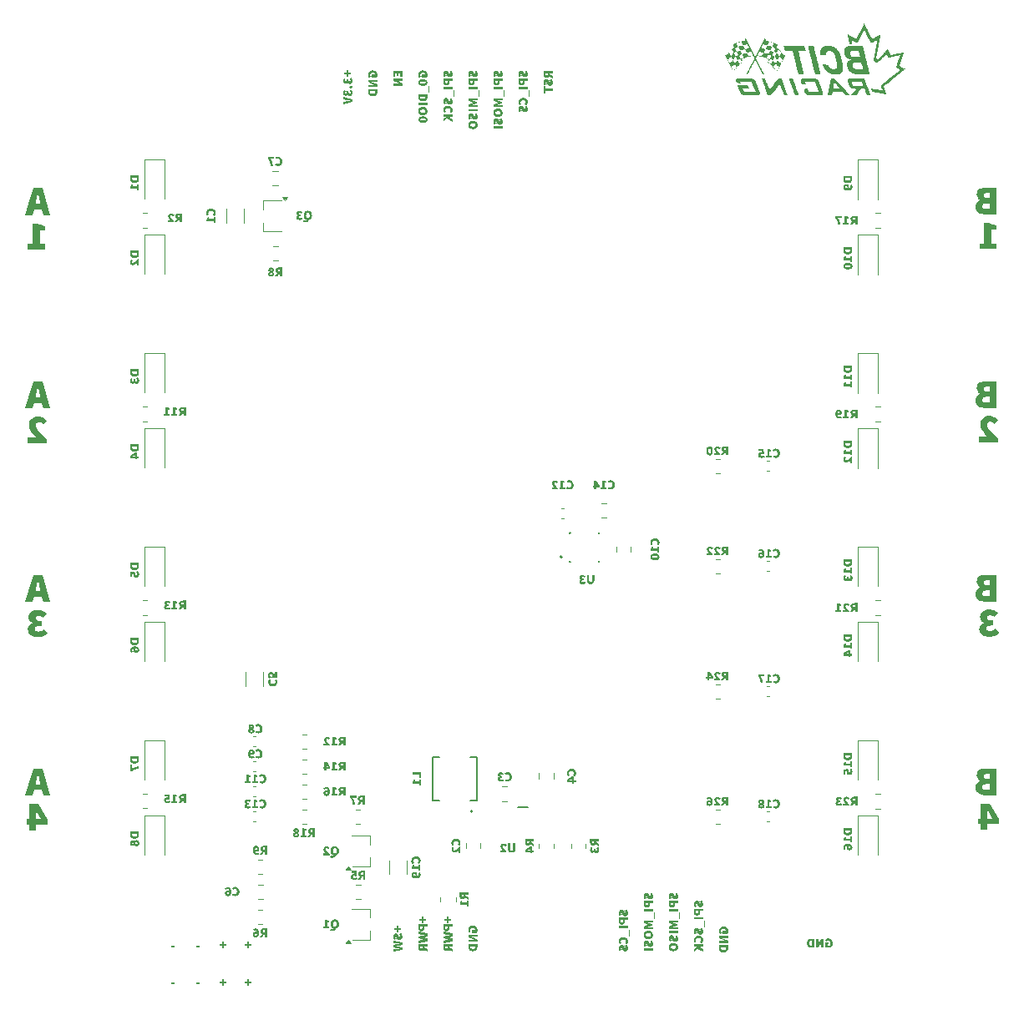
<source format=gbr>
%TF.GenerationSoftware,KiCad,Pcbnew,9.0.3*%
%TF.CreationDate,2025-08-16T16:26:36-06:00*%
%TF.ProjectId,Hub,4875622e-6b69-4636-9164-5f7063625858,A*%
%TF.SameCoordinates,PX2aa5f80PY908ed60*%
%TF.FileFunction,Legend,Bot*%
%TF.FilePolarity,Positive*%
%FSLAX46Y46*%
G04 Gerber Fmt 4.6, Leading zero omitted, Abs format (unit mm)*
G04 Created by KiCad (PCBNEW 9.0.3) date 2025-08-16 16:26:36*
%MOMM*%
%LPD*%
G01*
G04 APERTURE LIST*
%ADD10C,0.200000*%
%ADD11C,0.100000*%
%ADD12C,0.150000*%
%ADD13C,0.120000*%
%ADD14C,0.000000*%
%ADD15C,0.152400*%
%ADD16C,0.127000*%
G04 APERTURE END LIST*
D10*
G36*
X98467585Y37222959D02*
G01*
X98684182Y37235154D01*
X98870171Y37269568D01*
X99029954Y37323710D01*
X99179761Y37400755D01*
X99307693Y37492992D01*
X99416102Y37600681D01*
X99088756Y38054057D01*
X98961306Y37951035D01*
X98826439Y37871424D01*
X98683608Y37819093D01*
X98543056Y37802181D01*
X98377988Y37819422D01*
X98261871Y37865013D01*
X98203323Y37914307D01*
X98168937Y37975950D01*
X98156908Y38054057D01*
X98163491Y38126740D01*
X98182187Y38188329D01*
X98217273Y38241233D01*
X98278724Y38289079D01*
X98358538Y38323794D01*
X98480225Y38351911D01*
X98620212Y38367068D01*
X98820027Y38372977D01*
X98820027Y38876545D01*
X98659250Y38882366D01*
X98541041Y38897610D01*
X98436361Y38924864D01*
X98362622Y38958427D01*
X98303890Y39003525D01*
X98268100Y39052949D01*
X98247895Y39110491D01*
X98240806Y39178795D01*
X98258650Y39286667D01*
X98307177Y39358764D01*
X98388835Y39404605D01*
X98517960Y39422244D01*
X98646781Y39408165D01*
X98757196Y39367656D01*
X98862045Y39303162D01*
X98988005Y39204074D01*
X99348874Y39640414D01*
X99145551Y39787587D01*
X98941844Y39894304D01*
X98799420Y39944009D01*
X98647456Y39974284D01*
X98484255Y39984613D01*
X98262434Y39970789D01*
X98074760Y39931953D01*
X97915893Y39871009D01*
X97781385Y39789341D01*
X97667179Y39682105D01*
X97586391Y39556471D01*
X97536582Y39408805D01*
X97519068Y39233383D01*
X97535710Y39088782D01*
X97584116Y38962317D01*
X97665084Y38849636D01*
X97783367Y38748364D01*
X97947165Y38658375D01*
X97947165Y38641522D01*
X97802531Y38583020D01*
X97680350Y38506795D01*
X97577686Y38412727D01*
X97499938Y38300354D01*
X97451944Y38165998D01*
X97434987Y38003682D01*
X97456639Y37823326D01*
X97519068Y37669924D01*
X97616699Y37536707D01*
X97743649Y37424460D01*
X97893749Y37337450D01*
X98073011Y37273334D01*
X98264868Y37235709D01*
X98467585Y37222959D01*
G37*
G36*
X82136246Y5677209D02*
G01*
X82229345Y5684490D01*
X82315337Y5705846D01*
X82369284Y5728451D01*
X82417824Y5757325D01*
X82461516Y5792614D01*
X82499505Y5833895D01*
X82532141Y5882121D01*
X82559458Y5938121D01*
X82578734Y5997443D01*
X82590862Y6064882D01*
X82595117Y6141698D01*
X82590816Y6217516D01*
X82578480Y6284987D01*
X82558725Y6345213D01*
X82531067Y6402263D01*
X82498204Y6451919D01*
X82460112Y6494934D01*
X82416402Y6532288D01*
X82368295Y6563234D01*
X82315337Y6587990D01*
X82259537Y6605824D01*
X82201843Y6616555D01*
X82141803Y6620169D01*
X82075436Y6615900D01*
X82017828Y6603761D01*
X81967657Y6584449D01*
X81899061Y6544586D01*
X81845231Y6499819D01*
X81971138Y6345946D01*
X82005893Y6372896D01*
X82041785Y6394184D01*
X82081640Y6408045D01*
X82133437Y6413113D01*
X82178203Y6408490D01*
X82218800Y6394916D01*
X82255360Y6372978D01*
X82287310Y6343137D01*
X82312958Y6306447D01*
X82332800Y6260583D01*
X82344663Y6209705D01*
X82348859Y6150063D01*
X82344684Y6084971D01*
X82333118Y6031690D01*
X82315228Y5988182D01*
X82291523Y5952776D01*
X82260629Y5924136D01*
X82221583Y5902898D01*
X82172547Y5889227D01*
X82111028Y5884266D01*
X82072621Y5888479D01*
X82041113Y5901057D01*
X82041113Y6026965D01*
X82175386Y6026965D01*
X82175386Y6222847D01*
X81828439Y6222847D01*
X81828439Y5789133D01*
X81883254Y5747630D01*
X81958559Y5710059D01*
X82013529Y5692023D01*
X82072543Y5680986D01*
X82136246Y5677209D01*
G37*
G36*
X81652218Y6603378D02*
G01*
X81406021Y6603378D01*
X81204521Y6197629D01*
X81117814Y5993381D01*
X81112197Y5993381D01*
X81122028Y6073126D01*
X81131797Y6161970D01*
X81139491Y6252889D01*
X81142971Y6340328D01*
X81142971Y6603378D01*
X80913566Y6603378D01*
X80913566Y5694000D01*
X81159763Y5694000D01*
X81361263Y6101092D01*
X81447970Y6303997D01*
X81453587Y6303997D01*
X81433987Y6133271D01*
X81425533Y6041875D01*
X81422813Y5956989D01*
X81422813Y5694000D01*
X81652218Y5694000D01*
X81652218Y6603378D01*
G37*
G36*
X80711394Y5694000D02*
G01*
X80428805Y5694000D01*
X80333267Y5700829D01*
X80247638Y5720562D01*
X80194097Y5741827D01*
X80146270Y5769310D01*
X80103535Y5803116D01*
X80066587Y5843094D01*
X80035126Y5890346D01*
X80009135Y5945815D01*
X79991122Y6004602D01*
X79979630Y6073106D01*
X79975552Y6152872D01*
X80221748Y6152872D01*
X80226758Y6076886D01*
X80239945Y6021347D01*
X80262232Y5973964D01*
X80289648Y5940197D01*
X80323870Y5915304D01*
X80364447Y5898920D01*
X80408721Y5890098D01*
X80456771Y5887074D01*
X80470754Y5887074D01*
X80470754Y6410304D01*
X80456771Y6410304D01*
X80408675Y6407617D01*
X80364447Y6399801D01*
X80323803Y6384795D01*
X80289648Y6361333D01*
X80262231Y6328957D01*
X80239945Y6282992D01*
X80226790Y6228683D01*
X80221748Y6152872D01*
X79975552Y6152872D01*
X79979730Y6232664D01*
X79991467Y6300655D01*
X80009807Y6358524D01*
X80036272Y6413022D01*
X80068212Y6459343D01*
X80105672Y6498414D01*
X80148856Y6531170D01*
X80197801Y6557749D01*
X80253256Y6578160D01*
X80341955Y6596845D01*
X80442788Y6603378D01*
X80711394Y6603378D01*
X80711394Y5694000D01*
G37*
G36*
X3282192Y40735000D02*
G01*
X2543602Y40735000D01*
X2409146Y41314222D01*
X1645277Y41314222D01*
X1511004Y40735000D01*
X747135Y40735000D01*
X1093625Y41872378D01*
X1775519Y41872378D01*
X2279087Y41872378D01*
X2232925Y42061239D01*
X2134373Y42487138D01*
X2039851Y42925859D01*
X2023181Y42925859D01*
X1922431Y42489336D01*
X1821681Y42061239D01*
X1775519Y41872378D01*
X1093625Y41872378D01*
X1578232Y43463132D01*
X2451278Y43463132D01*
X3282192Y40735000D01*
G37*
G36*
X3282192Y60371666D02*
G01*
X2543602Y60371666D01*
X2409146Y60950888D01*
X1645277Y60950888D01*
X1511004Y60371666D01*
X747135Y60371666D01*
X1093625Y61509044D01*
X1775519Y61509044D01*
X2279087Y61509044D01*
X2232925Y61697905D01*
X2134373Y62123804D01*
X2039851Y62562525D01*
X2023181Y62562525D01*
X1922431Y62126002D01*
X1821681Y61697905D01*
X1775519Y61509044D01*
X1093625Y61509044D01*
X1578232Y63099798D01*
X2451278Y63099798D01*
X3282192Y60371666D01*
G37*
G36*
X3282192Y21098333D02*
G01*
X2543602Y21098333D01*
X2409146Y21677555D01*
X1645277Y21677555D01*
X1511004Y21098333D01*
X747135Y21098333D01*
X1093625Y22235711D01*
X1775519Y22235711D01*
X2279087Y22235711D01*
X2232925Y22424572D01*
X2134373Y22850471D01*
X2039851Y23289192D01*
X2023181Y23289192D01*
X1922431Y22852669D01*
X1821681Y22424572D01*
X1775519Y22235711D01*
X1093625Y22235711D01*
X1578232Y23826465D01*
X2451278Y23826465D01*
X3282192Y21098333D01*
G37*
G36*
X99348874Y57321244D02*
G01*
X98910336Y57732671D01*
X98555696Y58095738D01*
X98416840Y58267037D01*
X98318658Y58418872D01*
X98252629Y58572240D01*
X98232562Y58706285D01*
X98244095Y58823280D01*
X98275114Y58909622D01*
X98322871Y58972815D01*
X98387609Y59019768D01*
X98465405Y59048687D01*
X98559909Y59058910D01*
X98686951Y59039295D01*
X98797130Y58981241D01*
X98996432Y58807035D01*
X99382397Y59193183D01*
X99176866Y59384058D01*
X99072805Y59459011D01*
X98964924Y59518331D01*
X98850952Y59563910D01*
X98729902Y59596000D01*
X98602911Y59614713D01*
X98459159Y59621279D01*
X98263424Y59605068D01*
X98089863Y59558265D01*
X97932137Y59481980D01*
X97800252Y59382043D01*
X97692723Y59257565D01*
X97611392Y59107087D01*
X97561471Y58939241D01*
X97544164Y58748233D01*
X97560967Y58589664D01*
X97613407Y58423085D01*
X97691625Y58259673D01*
X97791826Y58093540D01*
X97907075Y57932995D01*
X98037473Y57774620D01*
X98308033Y57480796D01*
X98079239Y57503877D01*
X97863084Y57514318D01*
X97418318Y57514318D01*
X97418318Y56910000D01*
X99348874Y56910000D01*
X99348874Y57321244D01*
G37*
G36*
X99197749Y21146667D02*
G01*
X98131812Y21146667D01*
X97916854Y21158422D01*
X97716355Y21192829D01*
X97529112Y21253407D01*
X97374354Y21337543D01*
X97244185Y21449850D01*
X97143361Y21589419D01*
X97096571Y21694807D01*
X97067452Y21814868D01*
X97057266Y21952486D01*
X97062066Y22002861D01*
X97762334Y22002861D01*
X97778318Y21896419D01*
X97823028Y21816717D01*
X97897982Y21756912D01*
X98012573Y21716320D01*
X98182187Y21700610D01*
X98475828Y21700610D01*
X98475828Y22279832D01*
X98182187Y22279832D01*
X97983901Y22261569D01*
X97865282Y22216818D01*
X97809513Y22167010D01*
X97774977Y22097940D01*
X97762334Y22002861D01*
X97062066Y22002861D01*
X97074128Y22129458D01*
X97120639Y22268680D01*
X97193736Y22378384D01*
X97291602Y22470276D01*
X97402168Y22540603D01*
X97527311Y22590509D01*
X97527311Y22607179D01*
X97452229Y22644754D01*
X97384795Y22699502D01*
X97326814Y22766868D01*
X97277817Y22844400D01*
X97208574Y23016408D01*
X97193985Y23085650D01*
X97888363Y23085650D01*
X97898164Y23005489D01*
X97926105Y22939415D01*
X97972260Y22884150D01*
X98032882Y22844743D01*
X98117122Y22818540D01*
X98232562Y22808679D01*
X98475828Y22808679D01*
X98475828Y23320673D01*
X98232562Y23320673D01*
X98069568Y23304882D01*
X97972260Y23266085D01*
X97926864Y23223532D01*
X97898671Y23165203D01*
X97888363Y23085650D01*
X97193985Y23085650D01*
X97189520Y23106840D01*
X97183295Y23194827D01*
X97193273Y23327046D01*
X97221206Y23436900D01*
X97265177Y23528402D01*
X97360878Y23646278D01*
X97485362Y23736130D01*
X97632438Y23799428D01*
X97812709Y23843292D01*
X98005026Y23866697D01*
X98215710Y23874799D01*
X99197749Y23874799D01*
X99197749Y21146667D01*
G37*
G36*
X2778624Y77077555D02*
G01*
X2207829Y77077555D01*
X2207829Y78454169D01*
X2711396Y78454169D01*
X2711396Y78899119D01*
X2493835Y78950517D01*
X2325432Y79003899D01*
X2168985Y79071636D01*
X2014755Y79159237D01*
X1485908Y79159237D01*
X1485908Y77077555D01*
X1007436Y77077555D01*
X1007436Y76498333D01*
X2778624Y76498333D01*
X2778624Y77077555D01*
G37*
G36*
X99197749Y60420000D02*
G01*
X98131812Y60420000D01*
X97916854Y60431755D01*
X97716355Y60466162D01*
X97529112Y60526740D01*
X97374354Y60610876D01*
X97244185Y60723183D01*
X97143361Y60862752D01*
X97096571Y60968140D01*
X97067452Y61088201D01*
X97057266Y61225819D01*
X97062066Y61276194D01*
X97762334Y61276194D01*
X97778318Y61169752D01*
X97823028Y61090050D01*
X97897982Y61030245D01*
X98012573Y60989653D01*
X98182187Y60973943D01*
X98475828Y60973943D01*
X98475828Y61553165D01*
X98182187Y61553165D01*
X97983901Y61534902D01*
X97865282Y61490151D01*
X97809513Y61440343D01*
X97774977Y61371273D01*
X97762334Y61276194D01*
X97062066Y61276194D01*
X97074128Y61402791D01*
X97120639Y61542013D01*
X97193736Y61651717D01*
X97291602Y61743609D01*
X97402168Y61813936D01*
X97527311Y61863842D01*
X97527311Y61880512D01*
X97452229Y61918087D01*
X97384795Y61972835D01*
X97326814Y62040201D01*
X97277817Y62117733D01*
X97208574Y62289741D01*
X97193985Y62358983D01*
X97888363Y62358983D01*
X97898164Y62278822D01*
X97926105Y62212748D01*
X97972260Y62157483D01*
X98032882Y62118076D01*
X98117122Y62091873D01*
X98232562Y62082012D01*
X98475828Y62082012D01*
X98475828Y62594006D01*
X98232562Y62594006D01*
X98069568Y62578215D01*
X97972260Y62539418D01*
X97926864Y62496865D01*
X97898671Y62438536D01*
X97888363Y62358983D01*
X97193985Y62358983D01*
X97189520Y62380173D01*
X97183295Y62468160D01*
X97193273Y62600379D01*
X97221206Y62710233D01*
X97265177Y62801735D01*
X97360878Y62919611D01*
X97485362Y63009463D01*
X97632438Y63072761D01*
X97812709Y63116625D01*
X98005026Y63140030D01*
X98215710Y63148132D01*
X99197749Y63148132D01*
X99197749Y60420000D01*
G37*
G36*
X99223028Y77125889D02*
G01*
X98652233Y77125889D01*
X98652233Y78502503D01*
X99155800Y78502503D01*
X99155800Y78947453D01*
X98938239Y78998851D01*
X98769836Y79052233D01*
X98613389Y79119970D01*
X98459159Y79207571D01*
X97930312Y79207571D01*
X97930312Y77125889D01*
X97451840Y77125889D01*
X97451840Y76546667D01*
X99223028Y76546667D01*
X99223028Y77125889D01*
G37*
G36*
X2023181Y37174625D02*
G01*
X2239778Y37186820D01*
X2425767Y37221234D01*
X2585550Y37275376D01*
X2735357Y37352421D01*
X2863289Y37444658D01*
X2971698Y37552347D01*
X2644352Y38005723D01*
X2516902Y37902701D01*
X2382035Y37823090D01*
X2239204Y37770759D01*
X2098652Y37753847D01*
X1933584Y37771088D01*
X1817467Y37816679D01*
X1758919Y37865973D01*
X1724533Y37927616D01*
X1712504Y38005723D01*
X1719087Y38078406D01*
X1737783Y38139995D01*
X1772869Y38192899D01*
X1834320Y38240745D01*
X1914134Y38275460D01*
X2035821Y38303577D01*
X2175808Y38318734D01*
X2375623Y38324643D01*
X2375623Y38828211D01*
X2214846Y38834032D01*
X2096637Y38849276D01*
X1991957Y38876530D01*
X1918218Y38910093D01*
X1859486Y38955191D01*
X1823696Y39004615D01*
X1803491Y39062157D01*
X1796402Y39130461D01*
X1814246Y39238333D01*
X1862773Y39310430D01*
X1944431Y39356271D01*
X2073556Y39373910D01*
X2202377Y39359831D01*
X2312792Y39319322D01*
X2417641Y39254828D01*
X2543601Y39155740D01*
X2904470Y39592080D01*
X2701147Y39739253D01*
X2497440Y39845970D01*
X2355016Y39895675D01*
X2203052Y39925950D01*
X2039851Y39936279D01*
X1818030Y39922455D01*
X1630356Y39883619D01*
X1471489Y39822675D01*
X1336981Y39741007D01*
X1222775Y39633771D01*
X1141987Y39508137D01*
X1092178Y39360471D01*
X1074664Y39185049D01*
X1091306Y39040448D01*
X1139712Y38913983D01*
X1220680Y38801302D01*
X1338963Y38700030D01*
X1502761Y38610041D01*
X1502761Y38593188D01*
X1358127Y38534686D01*
X1235946Y38458461D01*
X1133282Y38364393D01*
X1055534Y38252020D01*
X1007540Y38117664D01*
X990583Y37955348D01*
X1012235Y37774992D01*
X1074664Y37621590D01*
X1172295Y37488373D01*
X1299245Y37376126D01*
X1449345Y37289116D01*
X1628607Y37225000D01*
X1820464Y37187375D01*
X2023181Y37174625D01*
G37*
G36*
X2904470Y57272910D02*
G01*
X2465932Y57684337D01*
X2111292Y58047404D01*
X1972436Y58218703D01*
X1874254Y58370538D01*
X1808225Y58523906D01*
X1788158Y58657951D01*
X1799691Y58774946D01*
X1830710Y58861288D01*
X1878467Y58924481D01*
X1943205Y58971434D01*
X2021001Y59000353D01*
X2115505Y59010576D01*
X2242547Y58990961D01*
X2352726Y58932907D01*
X2552028Y58758701D01*
X2937993Y59144849D01*
X2732462Y59335724D01*
X2628401Y59410677D01*
X2520520Y59469997D01*
X2406548Y59515576D01*
X2285498Y59547666D01*
X2158507Y59566379D01*
X2014755Y59572945D01*
X1819020Y59556734D01*
X1645459Y59509931D01*
X1487733Y59433646D01*
X1355848Y59333709D01*
X1248319Y59209231D01*
X1166988Y59058753D01*
X1117067Y58890907D01*
X1099760Y58699899D01*
X1116563Y58541330D01*
X1169003Y58374751D01*
X1247221Y58211339D01*
X1347422Y58045206D01*
X1462671Y57884661D01*
X1593069Y57726286D01*
X1863629Y57432462D01*
X1634835Y57455543D01*
X1418680Y57465984D01*
X973914Y57465984D01*
X973914Y56861666D01*
X2904470Y56861666D01*
X2904470Y57272910D01*
G37*
G36*
X99197749Y40783334D02*
G01*
X98131812Y40783334D01*
X97916854Y40795089D01*
X97716355Y40829496D01*
X97529112Y40890074D01*
X97374354Y40974210D01*
X97244185Y41086517D01*
X97143361Y41226086D01*
X97096571Y41331474D01*
X97067452Y41451535D01*
X97057266Y41589153D01*
X97062066Y41639528D01*
X97762334Y41639528D01*
X97778318Y41533086D01*
X97823028Y41453384D01*
X97897982Y41393579D01*
X98012573Y41352987D01*
X98182187Y41337277D01*
X98475828Y41337277D01*
X98475828Y41916499D01*
X98182187Y41916499D01*
X97983901Y41898236D01*
X97865282Y41853485D01*
X97809513Y41803677D01*
X97774977Y41734607D01*
X97762334Y41639528D01*
X97062066Y41639528D01*
X97074128Y41766125D01*
X97120639Y41905347D01*
X97193736Y42015051D01*
X97291602Y42106943D01*
X97402168Y42177270D01*
X97527311Y42227176D01*
X97527311Y42243846D01*
X97452229Y42281421D01*
X97384795Y42336169D01*
X97326814Y42403535D01*
X97277817Y42481067D01*
X97208574Y42653075D01*
X97193985Y42722317D01*
X97888363Y42722317D01*
X97898164Y42642156D01*
X97926105Y42576082D01*
X97972260Y42520817D01*
X98032882Y42481410D01*
X98117122Y42455207D01*
X98232562Y42445346D01*
X98475828Y42445346D01*
X98475828Y42957340D01*
X98232562Y42957340D01*
X98069568Y42941549D01*
X97972260Y42902752D01*
X97926864Y42860199D01*
X97898671Y42801870D01*
X97888363Y42722317D01*
X97193985Y42722317D01*
X97189520Y42743507D01*
X97183295Y42831494D01*
X97193273Y42963713D01*
X97221206Y43073567D01*
X97265177Y43165069D01*
X97360878Y43282945D01*
X97485362Y43372797D01*
X97632438Y43436095D01*
X97812709Y43479959D01*
X98005026Y43503364D01*
X98215710Y43511466D01*
X99197749Y43511466D01*
X99197749Y40783334D01*
G37*
G36*
X99416102Y18736310D02*
G01*
X99416102Y18232742D01*
X98282937Y18232742D01*
X98282937Y17636667D01*
X97611392Y17636667D01*
X97611392Y18232742D01*
X97325994Y18232742D01*
X97325994Y18778259D01*
X97611392Y18778259D01*
X97611392Y19710106D01*
X98257658Y19710106D01*
X98266085Y19560996D01*
X98274511Y19395216D01*
X98280922Y19229436D01*
X98282937Y19080509D01*
X98282937Y18778259D01*
X98736130Y18778259D01*
X98492681Y19231634D01*
X98379474Y19470687D01*
X98274511Y19710106D01*
X98257658Y19710106D01*
X97611392Y19710106D01*
X97611392Y20297571D01*
X98509534Y20297571D01*
X99416102Y18736310D01*
G37*
G36*
X2971698Y18687976D02*
G01*
X2971698Y18184408D01*
X1838533Y18184408D01*
X1838533Y17588333D01*
X1166988Y17588333D01*
X1166988Y18184408D01*
X881590Y18184408D01*
X881590Y18729925D01*
X1166988Y18729925D01*
X1166988Y19661772D01*
X1813254Y19661772D01*
X1821681Y19512662D01*
X1830107Y19346882D01*
X1836518Y19181102D01*
X1838533Y19032175D01*
X1838533Y18729925D01*
X2291726Y18729925D01*
X2048277Y19183300D01*
X1935070Y19422353D01*
X1830107Y19661772D01*
X1813254Y19661772D01*
X1166988Y19661772D01*
X1166988Y20249237D01*
X2065130Y20249237D01*
X2971698Y18687976D01*
G37*
G36*
X99197749Y80056667D02*
G01*
X98131812Y80056667D01*
X97916854Y80068422D01*
X97716355Y80102829D01*
X97529112Y80163407D01*
X97374354Y80247543D01*
X97244185Y80359850D01*
X97143361Y80499419D01*
X97096571Y80604807D01*
X97067452Y80724868D01*
X97057266Y80862486D01*
X97062066Y80912861D01*
X97762334Y80912861D01*
X97778318Y80806419D01*
X97823028Y80726717D01*
X97897982Y80666912D01*
X98012573Y80626320D01*
X98182187Y80610610D01*
X98475828Y80610610D01*
X98475828Y81189832D01*
X98182187Y81189832D01*
X97983901Y81171569D01*
X97865282Y81126818D01*
X97809513Y81077010D01*
X97774977Y81007940D01*
X97762334Y80912861D01*
X97062066Y80912861D01*
X97074128Y81039458D01*
X97120639Y81178680D01*
X97193736Y81288384D01*
X97291602Y81380276D01*
X97402168Y81450603D01*
X97527311Y81500509D01*
X97527311Y81517179D01*
X97452229Y81554754D01*
X97384795Y81609502D01*
X97326814Y81676868D01*
X97277817Y81754400D01*
X97208574Y81926408D01*
X97193985Y81995650D01*
X97888363Y81995650D01*
X97898164Y81915489D01*
X97926105Y81849415D01*
X97972260Y81794150D01*
X98032882Y81754743D01*
X98117122Y81728540D01*
X98232562Y81718679D01*
X98475828Y81718679D01*
X98475828Y82230673D01*
X98232562Y82230673D01*
X98069568Y82214882D01*
X97972260Y82176085D01*
X97926864Y82133532D01*
X97898671Y82075203D01*
X97888363Y81995650D01*
X97193985Y81995650D01*
X97189520Y82016840D01*
X97183295Y82104827D01*
X97193273Y82237046D01*
X97221206Y82346900D01*
X97265177Y82438402D01*
X97360878Y82556278D01*
X97485362Y82646130D01*
X97632438Y82709428D01*
X97812709Y82753292D01*
X98005026Y82776697D01*
X98215710Y82784799D01*
X99197749Y82784799D01*
X99197749Y80056667D01*
G37*
G36*
X3282192Y80008333D02*
G01*
X2543602Y80008333D01*
X2409146Y80587555D01*
X1645277Y80587555D01*
X1511004Y80008333D01*
X747135Y80008333D01*
X1093625Y81145711D01*
X1775519Y81145711D01*
X2279087Y81145711D01*
X2232925Y81334572D01*
X2134373Y81760471D01*
X2039851Y82199192D01*
X2023181Y82199192D01*
X1922431Y81762669D01*
X1821681Y81334572D01*
X1775519Y81145711D01*
X1093625Y81145711D01*
X1578232Y82736465D01*
X2451278Y82736465D01*
X3282192Y80008333D01*
G37*
D11*
G36*
X66911791Y10948036D02*
G01*
X66904142Y11034813D01*
X66880345Y11126455D01*
X66855488Y11185364D01*
X66822735Y11240482D01*
X66781671Y11292235D01*
X66616624Y11155093D01*
X66652156Y11104151D01*
X66680249Y11049519D01*
X66698923Y10993054D01*
X66704734Y10942479D01*
X66699824Y10892243D01*
X66687943Y10863406D01*
X66667770Y10845101D01*
X66640376Y10838920D01*
X66624666Y10841126D01*
X66612411Y10847347D01*
X66591406Y10871832D01*
X66572538Y10910300D01*
X66552266Y10962080D01*
X66504699Y11075347D01*
X66488494Y11110853D01*
X66467575Y11145323D01*
X66442367Y11176853D01*
X66413047Y11204124D01*
X66379576Y11226508D01*
X66340996Y11243997D01*
X66298996Y11254873D01*
X66251420Y11258652D01*
X66194390Y11252314D01*
X66141632Y11233495D01*
X66093925Y11203544D01*
X66052117Y11163519D01*
X66018057Y11115137D01*
X65991240Y11056541D01*
X65974591Y10992239D01*
X65968831Y10920070D01*
X65976029Y10842073D01*
X65998262Y10761312D01*
X66021451Y10709833D01*
X66052074Y10662161D01*
X66090586Y10617880D01*
X66241650Y10738231D01*
X66212670Y10784703D01*
X66192679Y10827074D01*
X66180184Y10871093D01*
X66175887Y10920070D01*
X66180167Y10961841D01*
X66191275Y10990046D01*
X66210375Y11008840D01*
X66237437Y11015203D01*
X66256769Y11011451D01*
X66273053Y11000162D01*
X66287140Y10979543D01*
X66328417Y10880930D01*
X66371770Y10770410D01*
X66398097Y10716187D01*
X66429356Y10672865D01*
X66465498Y10638885D01*
X66507828Y10613957D01*
X66558868Y10598301D01*
X66620776Y10592723D01*
X66677018Y10598655D01*
X66731357Y10616537D01*
X66780947Y10645561D01*
X66824352Y10685780D01*
X66859631Y10735286D01*
X66888039Y10796972D01*
X66905550Y10865718D01*
X66911791Y10948036D01*
G37*
G36*
X66895000Y10206209D02*
G01*
X66606793Y10206209D01*
X66606793Y10108329D01*
X66602028Y10038003D01*
X66587925Y9971186D01*
X66563887Y9908741D01*
X66530589Y9855110D01*
X66487008Y9810106D01*
X66431915Y9774693D01*
X66390775Y9758447D01*
X66343136Y9748204D01*
X66287812Y9744590D01*
X66231561Y9748260D01*
X66184257Y9758552D01*
X66144441Y9774693D01*
X66091644Y9810103D01*
X66050713Y9855110D01*
X66020595Y9908857D01*
X66000338Y9972591D01*
X65989369Y10040849D01*
X65985622Y10113885D01*
X65985622Y10125121D01*
X66175887Y10125121D01*
X66179153Y10078936D01*
X66187923Y10043822D01*
X66201106Y10017409D01*
X66220792Y9997189D01*
X66248709Y9984373D01*
X66287812Y9979613D01*
X66327453Y9983805D01*
X66358514Y9995412D01*
X66382944Y10013868D01*
X66400625Y10038845D01*
X66412206Y10073070D01*
X66416528Y10119503D01*
X66416528Y10206209D01*
X66175887Y10206209D01*
X66175887Y10125121D01*
X65985622Y10125121D01*
X65985622Y10446849D01*
X66895000Y10446849D01*
X66895000Y10206209D01*
G37*
G36*
X65985622Y9595907D02*
G01*
X65985622Y9355267D01*
X66895000Y9355267D01*
X66895000Y9595907D01*
X65985622Y9595907D01*
G37*
G36*
X66967723Y9238275D02*
G01*
X66967723Y8572347D01*
X67099248Y8572347D01*
X67099248Y9238275D01*
X66967723Y9238275D01*
G37*
G36*
X65985622Y8454805D02*
G01*
X65985622Y8197434D01*
X66357787Y8060292D01*
X66436128Y8036539D01*
X66517278Y8012725D01*
X66517278Y8007108D01*
X66436128Y7983355D01*
X66357787Y7959541D01*
X65985622Y7828078D01*
X65985622Y7570646D01*
X66895000Y7570646D01*
X66895000Y7788877D01*
X66626393Y7788877D01*
X66549457Y7785396D01*
X66463422Y7777703D01*
X66377388Y7767933D01*
X66301795Y7758102D01*
X66301795Y7763720D01*
X66520087Y7839252D01*
X66820872Y7951176D01*
X66820872Y8079892D01*
X66520087Y8191816D01*
X66301795Y8264540D01*
X66301795Y8270157D01*
X66377388Y8260387D01*
X66463422Y8250557D01*
X66549457Y8242863D01*
X66626393Y8239383D01*
X66895000Y8239383D01*
X66895000Y8454805D01*
X65985622Y8454805D01*
G37*
G36*
X65985622Y7368413D02*
G01*
X65985622Y7127772D01*
X66895000Y7127772D01*
X66895000Y7368413D01*
X65985622Y7368413D01*
G37*
G36*
X66911791Y6638615D02*
G01*
X66904142Y6725392D01*
X66880345Y6817034D01*
X66855488Y6875943D01*
X66822735Y6931061D01*
X66781671Y6982814D01*
X66616624Y6845672D01*
X66652156Y6794731D01*
X66680249Y6740098D01*
X66698923Y6683633D01*
X66704734Y6633058D01*
X66699824Y6582822D01*
X66687943Y6553985D01*
X66667770Y6535680D01*
X66640376Y6529499D01*
X66624666Y6531705D01*
X66612411Y6537926D01*
X66591406Y6562411D01*
X66572538Y6600879D01*
X66552266Y6652659D01*
X66504699Y6765927D01*
X66488494Y6801433D01*
X66467575Y6835902D01*
X66442367Y6867433D01*
X66413047Y6894704D01*
X66379576Y6917087D01*
X66340996Y6934576D01*
X66298996Y6945452D01*
X66251420Y6949231D01*
X66194390Y6942893D01*
X66141632Y6924074D01*
X66093925Y6894123D01*
X66052117Y6854098D01*
X66018057Y6805717D01*
X65991240Y6747120D01*
X65974591Y6682819D01*
X65968831Y6610649D01*
X65976029Y6532652D01*
X65998262Y6451891D01*
X66021451Y6400413D01*
X66052074Y6352741D01*
X66090586Y6308460D01*
X66241650Y6428810D01*
X66212670Y6475282D01*
X66192679Y6517654D01*
X66180184Y6561672D01*
X66175887Y6610649D01*
X66180167Y6652420D01*
X66191275Y6680625D01*
X66210375Y6699419D01*
X66237437Y6705782D01*
X66256769Y6702031D01*
X66273053Y6690741D01*
X66287140Y6670122D01*
X66328417Y6571509D01*
X66371770Y6460989D01*
X66398097Y6406767D01*
X66429356Y6363444D01*
X66465498Y6329465D01*
X66507828Y6304536D01*
X66558868Y6288880D01*
X66620776Y6283303D01*
X66677018Y6289234D01*
X66731357Y6307116D01*
X66780947Y6336140D01*
X66824352Y6376359D01*
X66859631Y6425865D01*
X66888039Y6487551D01*
X66905550Y6556297D01*
X66911791Y6638615D01*
G37*
G36*
X66510284Y6173000D02*
G01*
X66576913Y6162564D01*
X66636896Y6145855D01*
X66694269Y6122003D01*
X66743888Y6093291D01*
X66786617Y6059820D01*
X66823912Y6020573D01*
X66854826Y5976436D01*
X66879612Y5926891D01*
X66897218Y5874223D01*
X66908059Y5816865D01*
X66911791Y5754089D01*
X66908086Y5692253D01*
X66897271Y5635113D01*
X66879612Y5582020D01*
X66854792Y5532044D01*
X66823872Y5487692D01*
X66786617Y5448420D01*
X66743888Y5414949D01*
X66694269Y5386237D01*
X66636896Y5362385D01*
X66576913Y5345676D01*
X66510284Y5335240D01*
X66436128Y5331610D01*
X66361955Y5335268D01*
X66296080Y5345729D01*
X66237498Y5362385D01*
X66181513Y5386172D01*
X66132805Y5414872D01*
X66090586Y5448420D01*
X66053818Y5487700D01*
X66023572Y5532045D01*
X65999605Y5582020D01*
X65982732Y5635050D01*
X65972380Y5692198D01*
X65968831Y5754089D01*
X66175887Y5754089D01*
X66180260Y5714516D01*
X66192863Y5680510D01*
X66213698Y5650829D01*
X66243787Y5624763D01*
X66291377Y5600163D01*
X66354123Y5583898D01*
X66436128Y5577868D01*
X66518108Y5583809D01*
X66582448Y5600004D01*
X66632683Y5624763D01*
X66664858Y5651086D01*
X66686921Y5680870D01*
X66700160Y5714784D01*
X66704734Y5754089D01*
X66700160Y5793428D01*
X66686919Y5827373D01*
X66664856Y5857186D01*
X66632683Y5883538D01*
X66582453Y5908263D01*
X66518113Y5924439D01*
X66436128Y5930372D01*
X66354118Y5924349D01*
X66291372Y5908105D01*
X66243787Y5883538D01*
X66213700Y5857444D01*
X66192864Y5827732D01*
X66180261Y5793695D01*
X66175887Y5754089D01*
X65968831Y5754089D01*
X65972407Y5816923D01*
X65982784Y5874288D01*
X65999605Y5926891D01*
X66023483Y5976482D01*
X66053489Y6020611D01*
X66089853Y6059820D01*
X66131679Y6093301D01*
X66180361Y6122008D01*
X66236765Y6145855D01*
X66295828Y6162530D01*
X66361961Y6172982D01*
X66436128Y6176630D01*
X66510284Y6173000D01*
G37*
G36*
X64371791Y10948036D02*
G01*
X64364142Y11034813D01*
X64340345Y11126455D01*
X64315488Y11185364D01*
X64282735Y11240482D01*
X64241671Y11292235D01*
X64076624Y11155093D01*
X64112156Y11104151D01*
X64140249Y11049519D01*
X64158923Y10993054D01*
X64164734Y10942479D01*
X64159824Y10892243D01*
X64147943Y10863406D01*
X64127770Y10845101D01*
X64100376Y10838920D01*
X64084666Y10841126D01*
X64072411Y10847347D01*
X64051406Y10871832D01*
X64032538Y10910300D01*
X64012266Y10962080D01*
X63964699Y11075347D01*
X63948494Y11110853D01*
X63927575Y11145323D01*
X63902367Y11176853D01*
X63873047Y11204124D01*
X63839576Y11226508D01*
X63800996Y11243997D01*
X63758996Y11254873D01*
X63711420Y11258652D01*
X63654390Y11252314D01*
X63601632Y11233495D01*
X63553925Y11203544D01*
X63512117Y11163519D01*
X63478057Y11115137D01*
X63451240Y11056541D01*
X63434591Y10992239D01*
X63428831Y10920070D01*
X63436029Y10842073D01*
X63458262Y10761312D01*
X63481451Y10709833D01*
X63512074Y10662161D01*
X63550586Y10617880D01*
X63701650Y10738231D01*
X63672670Y10784703D01*
X63652679Y10827074D01*
X63640184Y10871093D01*
X63635887Y10920070D01*
X63640167Y10961841D01*
X63651275Y10990046D01*
X63670375Y11008840D01*
X63697437Y11015203D01*
X63716769Y11011451D01*
X63733053Y11000162D01*
X63747140Y10979543D01*
X63788417Y10880930D01*
X63831770Y10770410D01*
X63858097Y10716187D01*
X63889356Y10672865D01*
X63925498Y10638885D01*
X63967828Y10613957D01*
X64018868Y10598301D01*
X64080776Y10592723D01*
X64137018Y10598655D01*
X64191357Y10616537D01*
X64240947Y10645561D01*
X64284352Y10685780D01*
X64319631Y10735286D01*
X64348039Y10796972D01*
X64365550Y10865718D01*
X64371791Y10948036D01*
G37*
G36*
X64355000Y10206209D02*
G01*
X64066793Y10206209D01*
X64066793Y10108329D01*
X64062028Y10038003D01*
X64047925Y9971186D01*
X64023887Y9908741D01*
X63990589Y9855110D01*
X63947008Y9810106D01*
X63891915Y9774693D01*
X63850775Y9758447D01*
X63803136Y9748204D01*
X63747812Y9744590D01*
X63691561Y9748260D01*
X63644257Y9758552D01*
X63604441Y9774693D01*
X63551644Y9810103D01*
X63510713Y9855110D01*
X63480595Y9908857D01*
X63460338Y9972591D01*
X63449369Y10040849D01*
X63445622Y10113885D01*
X63445622Y10125121D01*
X63635887Y10125121D01*
X63639153Y10078936D01*
X63647923Y10043822D01*
X63661106Y10017409D01*
X63680792Y9997189D01*
X63708709Y9984373D01*
X63747812Y9979613D01*
X63787453Y9983805D01*
X63818514Y9995412D01*
X63842944Y10013868D01*
X63860625Y10038845D01*
X63872206Y10073070D01*
X63876528Y10119503D01*
X63876528Y10206209D01*
X63635887Y10206209D01*
X63635887Y10125121D01*
X63445622Y10125121D01*
X63445622Y10446849D01*
X64355000Y10446849D01*
X64355000Y10206209D01*
G37*
G36*
X63445622Y9595907D02*
G01*
X63445622Y9355267D01*
X64355000Y9355267D01*
X64355000Y9595907D01*
X63445622Y9595907D01*
G37*
G36*
X64427723Y9238275D02*
G01*
X64427723Y8572347D01*
X64559248Y8572347D01*
X64559248Y9238275D01*
X64427723Y9238275D01*
G37*
G36*
X63445622Y8454805D02*
G01*
X63445622Y8197434D01*
X63817787Y8060292D01*
X63896128Y8036539D01*
X63977278Y8012725D01*
X63977278Y8007108D01*
X63896128Y7983355D01*
X63817787Y7959541D01*
X63445622Y7828078D01*
X63445622Y7570646D01*
X64355000Y7570646D01*
X64355000Y7788877D01*
X64086393Y7788877D01*
X64009457Y7785396D01*
X63923422Y7777703D01*
X63837388Y7767933D01*
X63761795Y7758102D01*
X63761795Y7763720D01*
X63980087Y7839252D01*
X64280872Y7951176D01*
X64280872Y8079892D01*
X63980087Y8191816D01*
X63761795Y8264540D01*
X63761795Y8270157D01*
X63837388Y8260387D01*
X63923422Y8250557D01*
X64009457Y8242863D01*
X64086393Y8239383D01*
X64355000Y8239383D01*
X64355000Y8454805D01*
X63445622Y8454805D01*
G37*
G36*
X63970284Y7403984D02*
G01*
X64036913Y7393548D01*
X64096896Y7376839D01*
X64154269Y7352987D01*
X64203888Y7324275D01*
X64246617Y7290804D01*
X64283912Y7251557D01*
X64314826Y7207420D01*
X64339612Y7157875D01*
X64357218Y7105207D01*
X64368059Y7047849D01*
X64371791Y6985073D01*
X64368086Y6923237D01*
X64357271Y6866097D01*
X64339612Y6813004D01*
X64314792Y6763028D01*
X64283872Y6718676D01*
X64246617Y6679404D01*
X64203888Y6645933D01*
X64154269Y6617221D01*
X64096896Y6593369D01*
X64036913Y6576660D01*
X63970284Y6566224D01*
X63896128Y6562594D01*
X63821955Y6566252D01*
X63756080Y6576713D01*
X63697498Y6593369D01*
X63641513Y6617156D01*
X63592805Y6645856D01*
X63550586Y6679404D01*
X63513818Y6718684D01*
X63483572Y6763029D01*
X63459605Y6813004D01*
X63442732Y6866034D01*
X63432380Y6923182D01*
X63428831Y6985073D01*
X63635887Y6985073D01*
X63640260Y6945500D01*
X63652863Y6911494D01*
X63673698Y6881813D01*
X63703787Y6855747D01*
X63751377Y6831147D01*
X63814123Y6814882D01*
X63896128Y6808852D01*
X63978108Y6814793D01*
X64042448Y6830988D01*
X64092683Y6855747D01*
X64124858Y6882070D01*
X64146921Y6911854D01*
X64160160Y6945768D01*
X64164734Y6985073D01*
X64160160Y7024411D01*
X64146919Y7058357D01*
X64124856Y7088170D01*
X64092683Y7114522D01*
X64042453Y7139247D01*
X63978113Y7155422D01*
X63896128Y7161356D01*
X63814118Y7155333D01*
X63751372Y7139089D01*
X63703787Y7114522D01*
X63673700Y7088428D01*
X63652864Y7058716D01*
X63640261Y7024679D01*
X63635887Y6985073D01*
X63428831Y6985073D01*
X63432407Y7047907D01*
X63442784Y7105272D01*
X63459605Y7157875D01*
X63483483Y7207466D01*
X63513489Y7251595D01*
X63549853Y7290804D01*
X63591679Y7324285D01*
X63640361Y7352992D01*
X63696765Y7376839D01*
X63755828Y7393514D01*
X63821961Y7403966D01*
X63896128Y7407614D01*
X63970284Y7403984D01*
G37*
G36*
X64371791Y6112027D02*
G01*
X64364142Y6198805D01*
X64340345Y6290447D01*
X64315488Y6349355D01*
X64282735Y6404474D01*
X64241671Y6456227D01*
X64076624Y6319084D01*
X64112156Y6268143D01*
X64140249Y6213510D01*
X64158923Y6157045D01*
X64164734Y6106471D01*
X64159824Y6056234D01*
X64147943Y6027397D01*
X64127770Y6009093D01*
X64100376Y6002912D01*
X64084666Y6005117D01*
X64072411Y6011338D01*
X64051406Y6035824D01*
X64032538Y6074292D01*
X64012266Y6126071D01*
X63964699Y6239339D01*
X63948494Y6274845D01*
X63927575Y6309315D01*
X63902367Y6340845D01*
X63873047Y6368116D01*
X63839576Y6390499D01*
X63800996Y6407989D01*
X63758996Y6418865D01*
X63711420Y6422643D01*
X63654390Y6416305D01*
X63601632Y6397486D01*
X63553925Y6367536D01*
X63512117Y6327511D01*
X63478057Y6279129D01*
X63451240Y6220532D01*
X63434591Y6156231D01*
X63428831Y6084062D01*
X63436029Y6006065D01*
X63458262Y5925304D01*
X63481451Y5873825D01*
X63512074Y5826153D01*
X63550586Y5781872D01*
X63701650Y5902223D01*
X63672670Y5948694D01*
X63652679Y5991066D01*
X63640184Y6035084D01*
X63635887Y6084062D01*
X63640167Y6125833D01*
X63651275Y6154037D01*
X63670375Y6172831D01*
X63697437Y6179194D01*
X63716769Y6175443D01*
X63733053Y6164153D01*
X63747140Y6143535D01*
X63788417Y6044922D01*
X63831770Y5934402D01*
X63858097Y5880179D01*
X63889356Y5836856D01*
X63925498Y5802877D01*
X63967828Y5777949D01*
X64018868Y5762293D01*
X64080776Y5756715D01*
X64137018Y5762647D01*
X64191357Y5780529D01*
X64240947Y5809552D01*
X64284352Y5849772D01*
X64319631Y5899278D01*
X64348039Y5960963D01*
X64365550Y6029709D01*
X64371791Y6112027D01*
G37*
G36*
X63445622Y5610841D02*
G01*
X63445622Y5370201D01*
X64355000Y5370201D01*
X64355000Y5610841D01*
X63445622Y5610841D01*
G37*
G36*
X69451791Y10149850D02*
G01*
X69444142Y10236627D01*
X69420345Y10328269D01*
X69395488Y10387178D01*
X69362735Y10442296D01*
X69321671Y10494049D01*
X69156624Y10356907D01*
X69192156Y10305965D01*
X69220249Y10251333D01*
X69238923Y10194868D01*
X69244734Y10144293D01*
X69239824Y10094057D01*
X69227943Y10065220D01*
X69207770Y10046915D01*
X69180376Y10040734D01*
X69164666Y10042940D01*
X69152411Y10049161D01*
X69131406Y10073646D01*
X69112538Y10112114D01*
X69092266Y10163894D01*
X69044699Y10277161D01*
X69028494Y10312667D01*
X69007575Y10347137D01*
X68982367Y10378667D01*
X68953047Y10405938D01*
X68919576Y10428322D01*
X68880996Y10445811D01*
X68838996Y10456687D01*
X68791420Y10460466D01*
X68734390Y10454128D01*
X68681632Y10435309D01*
X68633925Y10405358D01*
X68592117Y10365333D01*
X68558057Y10316951D01*
X68531240Y10258355D01*
X68514591Y10194053D01*
X68508831Y10121884D01*
X68516029Y10043887D01*
X68538262Y9963126D01*
X68561451Y9911647D01*
X68592074Y9863975D01*
X68630586Y9819694D01*
X68781650Y9940045D01*
X68752670Y9986517D01*
X68732679Y10028888D01*
X68720184Y10072907D01*
X68715887Y10121884D01*
X68720167Y10163655D01*
X68731275Y10191860D01*
X68750375Y10210654D01*
X68777437Y10217017D01*
X68796769Y10213265D01*
X68813053Y10201976D01*
X68827140Y10181357D01*
X68868417Y10082744D01*
X68911770Y9972224D01*
X68938097Y9918001D01*
X68969356Y9874679D01*
X69005498Y9840699D01*
X69047828Y9815771D01*
X69098868Y9800115D01*
X69160776Y9794537D01*
X69217018Y9800469D01*
X69271357Y9818351D01*
X69320947Y9847375D01*
X69364352Y9887594D01*
X69399631Y9937100D01*
X69428039Y9998786D01*
X69445550Y10067532D01*
X69451791Y10149850D01*
G37*
G36*
X69435000Y9408023D02*
G01*
X69146793Y9408023D01*
X69146793Y9310143D01*
X69142028Y9239817D01*
X69127925Y9173000D01*
X69103887Y9110555D01*
X69070589Y9056924D01*
X69027008Y9011920D01*
X68971915Y8976507D01*
X68930775Y8960261D01*
X68883136Y8950018D01*
X68827812Y8946404D01*
X68771561Y8950074D01*
X68724257Y8960366D01*
X68684441Y8976507D01*
X68631644Y9011917D01*
X68590713Y9056924D01*
X68560595Y9110671D01*
X68540338Y9174405D01*
X68529369Y9242663D01*
X68525622Y9315699D01*
X68525622Y9326935D01*
X68715887Y9326935D01*
X68719153Y9280750D01*
X68727923Y9245636D01*
X68741106Y9219223D01*
X68760792Y9199003D01*
X68788709Y9186187D01*
X68827812Y9181427D01*
X68867453Y9185619D01*
X68898514Y9197226D01*
X68922944Y9215682D01*
X68940625Y9240659D01*
X68952206Y9274884D01*
X68956528Y9321317D01*
X68956528Y9408023D01*
X68715887Y9408023D01*
X68715887Y9326935D01*
X68525622Y9326935D01*
X68525622Y9648663D01*
X69435000Y9648663D01*
X69435000Y9408023D01*
G37*
G36*
X68525622Y8797721D02*
G01*
X68525622Y8557081D01*
X69435000Y8557081D01*
X69435000Y8797721D01*
X68525622Y8797721D01*
G37*
G36*
X69507723Y8440089D02*
G01*
X69507723Y7774161D01*
X69639248Y7774161D01*
X69639248Y8440089D01*
X69507723Y8440089D01*
G37*
G36*
X69451791Y7368412D02*
G01*
X69444142Y7455190D01*
X69420345Y7546832D01*
X69395488Y7605740D01*
X69362735Y7660859D01*
X69321671Y7712611D01*
X69156624Y7575469D01*
X69192156Y7524528D01*
X69220249Y7469895D01*
X69238923Y7413430D01*
X69244734Y7362856D01*
X69239824Y7312619D01*
X69227943Y7283782D01*
X69207770Y7265477D01*
X69180376Y7259297D01*
X69164666Y7261502D01*
X69152411Y7267723D01*
X69131406Y7292208D01*
X69112538Y7330677D01*
X69092266Y7382456D01*
X69044699Y7495724D01*
X69028494Y7531230D01*
X69007575Y7565699D01*
X68982367Y7597230D01*
X68953047Y7624501D01*
X68919576Y7646884D01*
X68880996Y7664373D01*
X68838996Y7675249D01*
X68791420Y7679028D01*
X68734390Y7672690D01*
X68681632Y7653871D01*
X68633925Y7623921D01*
X68592117Y7583895D01*
X68558057Y7535514D01*
X68531240Y7476917D01*
X68514591Y7412616D01*
X68508831Y7340446D01*
X68516029Y7262450D01*
X68538262Y7181689D01*
X68561451Y7130210D01*
X68592074Y7082538D01*
X68630586Y7038257D01*
X68781650Y7158608D01*
X68752670Y7205079D01*
X68732679Y7247451D01*
X68720184Y7291469D01*
X68715887Y7340446D01*
X68720167Y7382218D01*
X68731275Y7410422D01*
X68750375Y7429216D01*
X68777437Y7435579D01*
X68796769Y7431828D01*
X68813053Y7420538D01*
X68827140Y7399920D01*
X68868417Y7301306D01*
X68911770Y7190787D01*
X68938097Y7136564D01*
X68969356Y7093241D01*
X69005498Y7059262D01*
X69047828Y7034334D01*
X69098868Y7018677D01*
X69160776Y7013100D01*
X69217018Y7019031D01*
X69271357Y7036914D01*
X69320947Y7065937D01*
X69364352Y7106156D01*
X69399631Y7155663D01*
X69428039Y7217348D01*
X69445550Y7286094D01*
X69451791Y7368412D01*
G37*
G36*
X69451791Y6472713D02*
G01*
X69444578Y6557869D01*
X69423154Y6638554D01*
X69400670Y6689224D01*
X69371829Y6735229D01*
X69336386Y6777039D01*
X69295271Y6813281D01*
X69247058Y6844759D01*
X69190879Y6871439D01*
X69131592Y6890344D01*
X69064150Y6902248D01*
X68987302Y6906427D01*
X68911484Y6902126D01*
X68844013Y6889789D01*
X68783787Y6870035D01*
X68726639Y6842483D01*
X68676987Y6810076D01*
X68634066Y6772826D01*
X68596571Y6730097D01*
X68565650Y6683593D01*
X68541010Y6632936D01*
X68523149Y6579436D01*
X68512434Y6524327D01*
X68508831Y6467156D01*
X68512990Y6407353D01*
X68525021Y6353563D01*
X68544551Y6304857D01*
X68584285Y6238020D01*
X68629181Y6184506D01*
X68783054Y6310413D01*
X68756014Y6344956D01*
X68734816Y6379717D01*
X68720779Y6417322D01*
X68715887Y6461539D01*
X68720449Y6500930D01*
X68734084Y6537803D01*
X68755880Y6571072D01*
X68785863Y6600757D01*
X68822383Y6624731D01*
X68868417Y6644110D01*
X68919295Y6655972D01*
X68978937Y6660169D01*
X69044273Y6656215D01*
X69097633Y6645290D01*
X69141050Y6628464D01*
X69176224Y6606313D01*
X69206477Y6576905D01*
X69227557Y6543998D01*
X69240321Y6506867D01*
X69244734Y6464347D01*
X69238795Y6413452D01*
X69221653Y6369886D01*
X69196021Y6331233D01*
X69166393Y6299239D01*
X69317458Y6173332D01*
X69358984Y6214994D01*
X69392368Y6259883D01*
X69418208Y6308337D01*
X69436753Y6360095D01*
X69447980Y6414694D01*
X69451791Y6472713D01*
G37*
G36*
X68525622Y6047547D02*
G01*
X68525622Y5806907D01*
X68864204Y5806907D01*
X68864204Y5801350D01*
X68525622Y5571884D01*
X68525622Y5308895D01*
X68894979Y5580310D01*
X69435000Y5255712D01*
X69435000Y5518761D01*
X69085244Y5720200D01*
X69208342Y5806907D01*
X69435000Y5806907D01*
X69435000Y6047547D01*
X68525622Y6047547D01*
G37*
G36*
X61831791Y9229543D02*
G01*
X61824142Y9316320D01*
X61800345Y9407962D01*
X61775488Y9466871D01*
X61742735Y9521989D01*
X61701671Y9573742D01*
X61536624Y9436600D01*
X61572156Y9385658D01*
X61600249Y9331026D01*
X61618923Y9274561D01*
X61624734Y9223986D01*
X61619824Y9173750D01*
X61607943Y9144913D01*
X61587770Y9126608D01*
X61560376Y9120427D01*
X61544666Y9122633D01*
X61532411Y9128854D01*
X61511406Y9153339D01*
X61492538Y9191807D01*
X61472266Y9243587D01*
X61424699Y9356854D01*
X61408494Y9392360D01*
X61387575Y9426830D01*
X61362367Y9458360D01*
X61333047Y9485631D01*
X61299576Y9508015D01*
X61260996Y9525504D01*
X61218996Y9536380D01*
X61171420Y9540159D01*
X61114390Y9533821D01*
X61061632Y9515002D01*
X61013925Y9485051D01*
X60972117Y9445026D01*
X60938057Y9396644D01*
X60911240Y9338048D01*
X60894591Y9273746D01*
X60888831Y9201577D01*
X60896029Y9123580D01*
X60918262Y9042819D01*
X60941451Y8991340D01*
X60972074Y8943668D01*
X61010586Y8899387D01*
X61161650Y9019738D01*
X61132670Y9066210D01*
X61112679Y9108581D01*
X61100184Y9152600D01*
X61095887Y9201577D01*
X61100167Y9243348D01*
X61111275Y9271553D01*
X61130375Y9290347D01*
X61157437Y9296710D01*
X61176769Y9292958D01*
X61193053Y9281669D01*
X61207140Y9261050D01*
X61248417Y9162437D01*
X61291770Y9051917D01*
X61318097Y8997694D01*
X61349356Y8954372D01*
X61385498Y8920392D01*
X61427828Y8895464D01*
X61478868Y8879808D01*
X61540776Y8874230D01*
X61597018Y8880162D01*
X61651357Y8898044D01*
X61700947Y8927068D01*
X61744352Y8967287D01*
X61779631Y9016793D01*
X61808039Y9078479D01*
X61825550Y9147225D01*
X61831791Y9229543D01*
G37*
G36*
X61815000Y8487716D02*
G01*
X61526793Y8487716D01*
X61526793Y8389836D01*
X61522028Y8319510D01*
X61507925Y8252693D01*
X61483887Y8190248D01*
X61450589Y8136617D01*
X61407008Y8091613D01*
X61351915Y8056200D01*
X61310775Y8039954D01*
X61263136Y8029711D01*
X61207812Y8026097D01*
X61151561Y8029767D01*
X61104257Y8040059D01*
X61064441Y8056200D01*
X61011644Y8091610D01*
X60970713Y8136617D01*
X60940595Y8190364D01*
X60920338Y8254098D01*
X60909369Y8322356D01*
X60905622Y8395392D01*
X60905622Y8406628D01*
X61095887Y8406628D01*
X61099153Y8360443D01*
X61107923Y8325329D01*
X61121106Y8298916D01*
X61140792Y8278696D01*
X61168709Y8265880D01*
X61207812Y8261120D01*
X61247453Y8265312D01*
X61278514Y8276919D01*
X61302944Y8295375D01*
X61320625Y8320352D01*
X61332206Y8354577D01*
X61336528Y8401010D01*
X61336528Y8487716D01*
X61095887Y8487716D01*
X61095887Y8406628D01*
X60905622Y8406628D01*
X60905622Y8728356D01*
X61815000Y8728356D01*
X61815000Y8487716D01*
G37*
G36*
X60905622Y7877414D02*
G01*
X60905622Y7636774D01*
X61815000Y7636774D01*
X61815000Y7877414D01*
X60905622Y7877414D01*
G37*
G36*
X61887723Y7519782D02*
G01*
X61887723Y6853854D01*
X62019248Y6853854D01*
X62019248Y7519782D01*
X61887723Y7519782D01*
G37*
G36*
X61831791Y6341799D02*
G01*
X61824578Y6426955D01*
X61803154Y6507639D01*
X61780670Y6558310D01*
X61751829Y6604315D01*
X61716386Y6646125D01*
X61675271Y6682367D01*
X61627058Y6713845D01*
X61570879Y6740525D01*
X61511592Y6759430D01*
X61444150Y6771334D01*
X61367302Y6775513D01*
X61291484Y6771212D01*
X61224013Y6758875D01*
X61163787Y6739121D01*
X61106639Y6711569D01*
X61056987Y6679162D01*
X61014066Y6641912D01*
X60976571Y6599183D01*
X60945650Y6552679D01*
X60921010Y6502022D01*
X60903149Y6448522D01*
X60892434Y6393413D01*
X60888831Y6336242D01*
X60892990Y6276439D01*
X60905021Y6222649D01*
X60924551Y6173943D01*
X60964285Y6107106D01*
X61009181Y6053592D01*
X61163054Y6179499D01*
X61136014Y6214042D01*
X61114816Y6248803D01*
X61100779Y6286407D01*
X61095887Y6330624D01*
X61100449Y6370016D01*
X61114084Y6406889D01*
X61135880Y6440157D01*
X61165863Y6469843D01*
X61202383Y6493817D01*
X61248417Y6513196D01*
X61299295Y6525058D01*
X61358937Y6529255D01*
X61424273Y6525301D01*
X61477633Y6514376D01*
X61521050Y6497550D01*
X61556224Y6475399D01*
X61586477Y6445990D01*
X61607557Y6413084D01*
X61620321Y6375953D01*
X61624734Y6333433D01*
X61618795Y6282538D01*
X61601653Y6238972D01*
X61576021Y6200319D01*
X61546393Y6168325D01*
X61697458Y6042418D01*
X61738984Y6084080D01*
X61772368Y6128969D01*
X61798208Y6177423D01*
X61816753Y6229181D01*
X61827980Y6283780D01*
X61831791Y6341799D01*
G37*
G36*
X61831791Y5670436D02*
G01*
X61824142Y5757213D01*
X61800345Y5848855D01*
X61775488Y5907764D01*
X61742735Y5962882D01*
X61701671Y6014635D01*
X61536624Y5877493D01*
X61572156Y5826552D01*
X61600249Y5771919D01*
X61618923Y5715454D01*
X61624734Y5664879D01*
X61619824Y5614643D01*
X61607943Y5585806D01*
X61587770Y5567501D01*
X61560376Y5561321D01*
X61544666Y5563526D01*
X61532411Y5569747D01*
X61511406Y5594232D01*
X61492538Y5632700D01*
X61472266Y5684480D01*
X61424699Y5797748D01*
X61408494Y5833254D01*
X61387575Y5867723D01*
X61362367Y5899254D01*
X61333047Y5926525D01*
X61299576Y5948908D01*
X61260996Y5966397D01*
X61218996Y5977273D01*
X61171420Y5981052D01*
X61114390Y5974714D01*
X61061632Y5955895D01*
X61013925Y5925944D01*
X60972117Y5885919D01*
X60938057Y5837538D01*
X60911240Y5778941D01*
X60894591Y5714640D01*
X60888831Y5642470D01*
X60896029Y5564473D01*
X60918262Y5483712D01*
X60941451Y5432234D01*
X60972074Y5384562D01*
X61010586Y5340281D01*
X61161650Y5460631D01*
X61132670Y5507103D01*
X61112679Y5549475D01*
X61100184Y5593493D01*
X61095887Y5642470D01*
X61100167Y5684241D01*
X61111275Y5712446D01*
X61130375Y5731240D01*
X61157437Y5737603D01*
X61176769Y5733852D01*
X61193053Y5722562D01*
X61207140Y5701943D01*
X61248417Y5603330D01*
X61291770Y5492810D01*
X61318097Y5438588D01*
X61349356Y5395265D01*
X61385498Y5361286D01*
X61427828Y5336358D01*
X61478868Y5320701D01*
X61540776Y5315124D01*
X61597018Y5321055D01*
X61651357Y5338937D01*
X61700947Y5367961D01*
X61744352Y5408180D01*
X61779631Y5457686D01*
X61808039Y5519372D01*
X61825550Y5588118D01*
X61831791Y5670436D01*
G37*
G36*
X71991791Y7372915D02*
G01*
X71984510Y7466014D01*
X71963154Y7552006D01*
X71940549Y7605953D01*
X71911675Y7654493D01*
X71876386Y7698185D01*
X71835105Y7736174D01*
X71786879Y7768810D01*
X71730879Y7796127D01*
X71671557Y7815403D01*
X71604118Y7827531D01*
X71527302Y7831786D01*
X71451484Y7827485D01*
X71384013Y7815149D01*
X71323787Y7795394D01*
X71266737Y7767736D01*
X71217081Y7734873D01*
X71174066Y7696781D01*
X71136712Y7653071D01*
X71105766Y7604964D01*
X71081010Y7552006D01*
X71063176Y7496206D01*
X71052445Y7438512D01*
X71048831Y7378472D01*
X71053100Y7312105D01*
X71065239Y7254497D01*
X71084551Y7204326D01*
X71124414Y7135730D01*
X71169181Y7081900D01*
X71323054Y7207807D01*
X71296104Y7242562D01*
X71274816Y7278454D01*
X71260955Y7318309D01*
X71255887Y7370106D01*
X71260510Y7414872D01*
X71274084Y7455469D01*
X71296022Y7492029D01*
X71325863Y7523979D01*
X71362553Y7549627D01*
X71408417Y7569469D01*
X71459295Y7581332D01*
X71518937Y7585528D01*
X71584029Y7581353D01*
X71637310Y7569787D01*
X71680818Y7551897D01*
X71716224Y7528192D01*
X71744864Y7497298D01*
X71766102Y7458252D01*
X71779773Y7409216D01*
X71784734Y7347697D01*
X71780521Y7309290D01*
X71767943Y7277782D01*
X71642035Y7277782D01*
X71642035Y7412055D01*
X71446153Y7412055D01*
X71446153Y7065108D01*
X71879867Y7065108D01*
X71921370Y7119923D01*
X71958941Y7195228D01*
X71976977Y7250198D01*
X71988014Y7309212D01*
X71991791Y7372915D01*
G37*
G36*
X71065622Y6888887D02*
G01*
X71065622Y6642690D01*
X71471371Y6441190D01*
X71675619Y6354483D01*
X71675619Y6348866D01*
X71595874Y6358697D01*
X71507030Y6368466D01*
X71416111Y6376160D01*
X71328672Y6379640D01*
X71065622Y6379640D01*
X71065622Y6150235D01*
X71975000Y6150235D01*
X71975000Y6396432D01*
X71567908Y6597932D01*
X71365003Y6684639D01*
X71365003Y6690256D01*
X71535729Y6670656D01*
X71627125Y6662202D01*
X71712011Y6659482D01*
X71975000Y6659482D01*
X71975000Y6888887D01*
X71065622Y6888887D01*
G37*
G36*
X71975000Y5665474D02*
G01*
X71968171Y5569936D01*
X71948438Y5484307D01*
X71927173Y5430766D01*
X71899690Y5382939D01*
X71865884Y5340204D01*
X71825906Y5303256D01*
X71778654Y5271795D01*
X71723185Y5245804D01*
X71664398Y5227791D01*
X71595894Y5216299D01*
X71516128Y5212221D01*
X71436336Y5216399D01*
X71368345Y5228136D01*
X71310476Y5246476D01*
X71255978Y5272941D01*
X71209657Y5304881D01*
X71170586Y5342341D01*
X71137830Y5385525D01*
X71111251Y5434470D01*
X71090840Y5489925D01*
X71072155Y5578624D01*
X71065622Y5679457D01*
X71065622Y5693440D01*
X71258696Y5693440D01*
X71261383Y5645344D01*
X71269199Y5601116D01*
X71284205Y5560472D01*
X71307667Y5526317D01*
X71340043Y5498900D01*
X71386008Y5476614D01*
X71440317Y5463459D01*
X71516128Y5458417D01*
X71592114Y5463427D01*
X71647653Y5476614D01*
X71695036Y5498901D01*
X71728803Y5526317D01*
X71753696Y5560539D01*
X71770080Y5601116D01*
X71778902Y5645390D01*
X71781926Y5693440D01*
X71781926Y5707423D01*
X71258696Y5707423D01*
X71258696Y5693440D01*
X71065622Y5693440D01*
X71065622Y5948063D01*
X71975000Y5948063D01*
X71975000Y5665474D01*
G37*
G36*
X46581791Y7492915D02*
G01*
X46574510Y7586014D01*
X46553154Y7672006D01*
X46530549Y7725953D01*
X46501675Y7774493D01*
X46466386Y7818185D01*
X46425105Y7856174D01*
X46376879Y7888810D01*
X46320879Y7916127D01*
X46261557Y7935403D01*
X46194118Y7947531D01*
X46117302Y7951786D01*
X46041484Y7947485D01*
X45974013Y7935149D01*
X45913787Y7915394D01*
X45856737Y7887736D01*
X45807081Y7854873D01*
X45764066Y7816781D01*
X45726712Y7773071D01*
X45695766Y7724964D01*
X45671010Y7672006D01*
X45653176Y7616206D01*
X45642445Y7558512D01*
X45638831Y7498472D01*
X45643100Y7432105D01*
X45655239Y7374497D01*
X45674551Y7324326D01*
X45714414Y7255730D01*
X45759181Y7201900D01*
X45913054Y7327807D01*
X45886104Y7362562D01*
X45864816Y7398454D01*
X45850955Y7438309D01*
X45845887Y7490106D01*
X45850510Y7534872D01*
X45864084Y7575469D01*
X45886022Y7612029D01*
X45915863Y7643979D01*
X45952553Y7669627D01*
X45998417Y7689469D01*
X46049295Y7701332D01*
X46108937Y7705528D01*
X46174029Y7701353D01*
X46227310Y7689787D01*
X46270818Y7671897D01*
X46306224Y7648192D01*
X46334864Y7617298D01*
X46356102Y7578252D01*
X46369773Y7529216D01*
X46374734Y7467697D01*
X46370521Y7429290D01*
X46357943Y7397782D01*
X46232035Y7397782D01*
X46232035Y7532055D01*
X46036153Y7532055D01*
X46036153Y7185108D01*
X46469867Y7185108D01*
X46511370Y7239923D01*
X46548941Y7315228D01*
X46566977Y7370198D01*
X46578014Y7429212D01*
X46581791Y7492915D01*
G37*
G36*
X45655622Y7008887D02*
G01*
X45655622Y6762690D01*
X46061371Y6561190D01*
X46265619Y6474483D01*
X46265619Y6468866D01*
X46185874Y6478697D01*
X46097030Y6488466D01*
X46006111Y6496160D01*
X45918672Y6499640D01*
X45655622Y6499640D01*
X45655622Y6270235D01*
X46565000Y6270235D01*
X46565000Y6516432D01*
X46157908Y6717932D01*
X45955003Y6804639D01*
X45955003Y6810256D01*
X46125729Y6790656D01*
X46217125Y6782202D01*
X46302011Y6779482D01*
X46565000Y6779482D01*
X46565000Y7008887D01*
X45655622Y7008887D01*
G37*
G36*
X46565000Y5785474D02*
G01*
X46558171Y5689936D01*
X46538438Y5604307D01*
X46517173Y5550766D01*
X46489690Y5502939D01*
X46455884Y5460204D01*
X46415906Y5423256D01*
X46368654Y5391795D01*
X46313185Y5365804D01*
X46254398Y5347791D01*
X46185894Y5336299D01*
X46106128Y5332221D01*
X46026336Y5336399D01*
X45958345Y5348136D01*
X45900476Y5366476D01*
X45845978Y5392941D01*
X45799657Y5424881D01*
X45760586Y5462341D01*
X45727830Y5505525D01*
X45701251Y5554470D01*
X45680840Y5609925D01*
X45662155Y5698624D01*
X45655622Y5799457D01*
X45655622Y5813440D01*
X45848696Y5813440D01*
X45851383Y5765344D01*
X45859199Y5721116D01*
X45874205Y5680472D01*
X45897667Y5646317D01*
X45930043Y5618900D01*
X45976008Y5596614D01*
X46030317Y5583459D01*
X46106128Y5578417D01*
X46182114Y5583427D01*
X46237653Y5596614D01*
X46285036Y5618901D01*
X46318803Y5646317D01*
X46343696Y5680539D01*
X46360080Y5721116D01*
X46368902Y5765390D01*
X46371926Y5813440D01*
X46371926Y5827423D01*
X45848696Y5827423D01*
X45848696Y5813440D01*
X45655622Y5813440D01*
X45655622Y6068063D01*
X46565000Y6068063D01*
X46565000Y5785474D01*
G37*
G36*
X43647278Y8619180D02*
G01*
X43647278Y8862629D01*
X43479361Y8862629D01*
X43479361Y8619180D01*
X43227547Y8619180D01*
X43227547Y8445707D01*
X43479361Y8445707D01*
X43479361Y8202319D01*
X43647278Y8202319D01*
X43647278Y8445707D01*
X43899092Y8445707D01*
X43899092Y8619180D01*
X43647278Y8619180D01*
G37*
G36*
X44025000Y7813606D02*
G01*
X43736793Y7813606D01*
X43736793Y7715726D01*
X43732028Y7645400D01*
X43717925Y7578583D01*
X43693887Y7516138D01*
X43660589Y7462507D01*
X43617008Y7417503D01*
X43561915Y7382090D01*
X43520775Y7365844D01*
X43473136Y7355601D01*
X43417812Y7351987D01*
X43361561Y7355657D01*
X43314257Y7365949D01*
X43274441Y7382090D01*
X43221644Y7417500D01*
X43180713Y7462507D01*
X43150595Y7516254D01*
X43130338Y7579988D01*
X43119369Y7648246D01*
X43115622Y7721282D01*
X43115622Y7732518D01*
X43305887Y7732518D01*
X43309153Y7686333D01*
X43317923Y7651219D01*
X43331106Y7624806D01*
X43350792Y7604586D01*
X43378709Y7591770D01*
X43417812Y7587010D01*
X43457453Y7591202D01*
X43488514Y7602809D01*
X43512944Y7621265D01*
X43530625Y7646242D01*
X43542206Y7680467D01*
X43546528Y7726900D01*
X43546528Y7813606D01*
X43305887Y7813606D01*
X43305887Y7732518D01*
X43115622Y7732518D01*
X43115622Y8054246D01*
X44025000Y8054246D01*
X44025000Y7813606D01*
G37*
G36*
X43115622Y7290072D02*
G01*
X43115622Y7043814D01*
X43512944Y6993500D01*
X43655704Y6978112D01*
X43798342Y6962664D01*
X43798342Y6957108D01*
X43655704Y6931951D01*
X43512944Y6906732D01*
X43115622Y6819965D01*
X43115622Y6618526D01*
X43512944Y6531820D01*
X43653567Y6506602D01*
X43798342Y6481445D01*
X43798342Y6475827D01*
X43654300Y6460501D01*
X43512944Y6445052D01*
X43115622Y6394677D01*
X43115622Y6165272D01*
X44025000Y6316336D01*
X44025000Y6621335D01*
X43664070Y6691310D01*
X43556359Y6710178D01*
X43451395Y6724833D01*
X43451395Y6730450D01*
X43556359Y6745166D01*
X43664070Y6764034D01*
X44025000Y6831200D01*
X44025000Y7130581D01*
X43115622Y7290072D01*
G37*
G36*
X44025000Y5809838D02*
G01*
X43720001Y5809838D01*
X43720001Y5717514D01*
X44025000Y5560832D01*
X44025000Y5292226D01*
X43672435Y5489513D01*
X43644951Y5447613D01*
X43611541Y5412116D01*
X43571746Y5382474D01*
X43527163Y5361055D01*
X43473708Y5347456D01*
X43409446Y5342601D01*
X43353100Y5346214D01*
X43306288Y5356284D01*
X43267419Y5371971D01*
X43216181Y5406727D01*
X43177172Y5451045D01*
X43148858Y5504002D01*
X43129605Y5567183D01*
X43119177Y5634606D01*
X43115622Y5706340D01*
X43115622Y5723132D01*
X43305887Y5723132D01*
X43308853Y5675740D01*
X43316716Y5640477D01*
X43328297Y5614688D01*
X43346202Y5594859D01*
X43372244Y5582309D01*
X43409446Y5577624D01*
X43453152Y5583566D01*
X43485130Y5599875D01*
X43508431Y5626429D01*
X43523853Y5665890D01*
X43529736Y5723132D01*
X43529736Y5809838D01*
X43305887Y5809838D01*
X43305887Y5723132D01*
X43115622Y5723132D01*
X43115622Y6050478D01*
X44025000Y6050478D01*
X44025000Y5809838D01*
G37*
G36*
X41107278Y8619180D02*
G01*
X41107278Y8862629D01*
X40939361Y8862629D01*
X40939361Y8619180D01*
X40687547Y8619180D01*
X40687547Y8445707D01*
X40939361Y8445707D01*
X40939361Y8202319D01*
X41107278Y8202319D01*
X41107278Y8445707D01*
X41359092Y8445707D01*
X41359092Y8619180D01*
X41107278Y8619180D01*
G37*
G36*
X41485000Y7813606D02*
G01*
X41196793Y7813606D01*
X41196793Y7715726D01*
X41192028Y7645400D01*
X41177925Y7578583D01*
X41153887Y7516138D01*
X41120589Y7462507D01*
X41077008Y7417503D01*
X41021915Y7382090D01*
X40980775Y7365844D01*
X40933136Y7355601D01*
X40877812Y7351987D01*
X40821561Y7355657D01*
X40774257Y7365949D01*
X40734441Y7382090D01*
X40681644Y7417500D01*
X40640713Y7462507D01*
X40610595Y7516254D01*
X40590338Y7579988D01*
X40579369Y7648246D01*
X40575622Y7721282D01*
X40575622Y7732518D01*
X40765887Y7732518D01*
X40769153Y7686333D01*
X40777923Y7651219D01*
X40791106Y7624806D01*
X40810792Y7604586D01*
X40838709Y7591770D01*
X40877812Y7587010D01*
X40917453Y7591202D01*
X40948514Y7602809D01*
X40972944Y7621265D01*
X40990625Y7646242D01*
X41002206Y7680467D01*
X41006528Y7726900D01*
X41006528Y7813606D01*
X40765887Y7813606D01*
X40765887Y7732518D01*
X40575622Y7732518D01*
X40575622Y8054246D01*
X41485000Y8054246D01*
X41485000Y7813606D01*
G37*
G36*
X40575622Y7290072D02*
G01*
X40575622Y7043814D01*
X40972944Y6993500D01*
X41115704Y6978112D01*
X41258342Y6962664D01*
X41258342Y6957108D01*
X41115704Y6931951D01*
X40972944Y6906732D01*
X40575622Y6819965D01*
X40575622Y6618526D01*
X40972944Y6531820D01*
X41113567Y6506602D01*
X41258342Y6481445D01*
X41258342Y6475827D01*
X41114300Y6460501D01*
X40972944Y6445052D01*
X40575622Y6394677D01*
X40575622Y6165272D01*
X41485000Y6316336D01*
X41485000Y6621335D01*
X41124070Y6691310D01*
X41016359Y6710178D01*
X40911395Y6724833D01*
X40911395Y6730450D01*
X41016359Y6745166D01*
X41124070Y6764034D01*
X41485000Y6831200D01*
X41485000Y7130581D01*
X40575622Y7290072D01*
G37*
G36*
X41485000Y5809838D02*
G01*
X41180001Y5809838D01*
X41180001Y5717514D01*
X41485000Y5560832D01*
X41485000Y5292226D01*
X41132435Y5489513D01*
X41104951Y5447613D01*
X41071541Y5412116D01*
X41031746Y5382474D01*
X40987163Y5361055D01*
X40933708Y5347456D01*
X40869446Y5342601D01*
X40813100Y5346214D01*
X40766288Y5356284D01*
X40727419Y5371971D01*
X40676181Y5406727D01*
X40637172Y5451045D01*
X40608858Y5504002D01*
X40589605Y5567183D01*
X40579177Y5634606D01*
X40575622Y5706340D01*
X40575622Y5723132D01*
X40765887Y5723132D01*
X40768853Y5675740D01*
X40776716Y5640477D01*
X40788297Y5614688D01*
X40806202Y5594859D01*
X40832244Y5582309D01*
X40869446Y5577624D01*
X40913152Y5583566D01*
X40945130Y5599875D01*
X40968431Y5626429D01*
X40983853Y5665890D01*
X40989736Y5723132D01*
X40989736Y5809838D01*
X40765887Y5809838D01*
X40765887Y5723132D01*
X40575622Y5723132D01*
X40575622Y6050478D01*
X41485000Y6050478D01*
X41485000Y5809838D01*
G37*
G36*
X38567278Y7676403D02*
G01*
X38567278Y7919852D01*
X38399361Y7919852D01*
X38399361Y7676403D01*
X38147547Y7676403D01*
X38147547Y7502930D01*
X38399361Y7502930D01*
X38399361Y7259542D01*
X38567278Y7259542D01*
X38567278Y7502930D01*
X38819092Y7502930D01*
X38819092Y7676403D01*
X38567278Y7676403D01*
G37*
G36*
X38961791Y6823263D02*
G01*
X38954142Y6910040D01*
X38930345Y7001682D01*
X38905488Y7060591D01*
X38872735Y7115709D01*
X38831671Y7167462D01*
X38666624Y7030320D01*
X38702156Y6979378D01*
X38730249Y6924746D01*
X38748923Y6868281D01*
X38754734Y6817706D01*
X38749824Y6767470D01*
X38737943Y6738633D01*
X38717770Y6720328D01*
X38690376Y6714147D01*
X38674666Y6716353D01*
X38662411Y6722574D01*
X38641406Y6747059D01*
X38622538Y6785527D01*
X38602266Y6837307D01*
X38554699Y6950574D01*
X38538494Y6986080D01*
X38517575Y7020550D01*
X38492367Y7052080D01*
X38463047Y7079352D01*
X38429576Y7101735D01*
X38390996Y7119224D01*
X38348996Y7130100D01*
X38301420Y7133879D01*
X38244390Y7127541D01*
X38191632Y7108722D01*
X38143925Y7078771D01*
X38102117Y7038746D01*
X38068057Y6990365D01*
X38041240Y6931768D01*
X38024591Y6867467D01*
X38018831Y6795297D01*
X38026029Y6717300D01*
X38048262Y6636539D01*
X38071451Y6585061D01*
X38102074Y6537388D01*
X38140586Y6493108D01*
X38291650Y6613458D01*
X38262670Y6659930D01*
X38242679Y6702302D01*
X38230184Y6746320D01*
X38225887Y6795297D01*
X38230167Y6837068D01*
X38241275Y6865273D01*
X38260375Y6884067D01*
X38287437Y6890430D01*
X38306769Y6886679D01*
X38323053Y6875389D01*
X38337140Y6854770D01*
X38378417Y6756157D01*
X38421770Y6645637D01*
X38448097Y6591414D01*
X38479356Y6548092D01*
X38515498Y6514112D01*
X38557828Y6489184D01*
X38608868Y6473528D01*
X38670776Y6467951D01*
X38727018Y6473882D01*
X38781357Y6491764D01*
X38830947Y6520788D01*
X38874352Y6561007D01*
X38909631Y6610513D01*
X38938039Y6672199D01*
X38955550Y6740945D01*
X38961791Y6823263D01*
G37*
G36*
X38035622Y6408844D02*
G01*
X38035622Y6162586D01*
X38432944Y6112272D01*
X38575704Y6096885D01*
X38718342Y6081436D01*
X38718342Y6075880D01*
X38575704Y6050723D01*
X38432944Y6025505D01*
X38035622Y5938737D01*
X38035622Y5737298D01*
X38432944Y5650592D01*
X38573567Y5625374D01*
X38718342Y5600217D01*
X38718342Y5594599D01*
X38574300Y5579273D01*
X38432944Y5563825D01*
X38035622Y5513450D01*
X38035622Y5284044D01*
X38945000Y5435109D01*
X38945000Y5740107D01*
X38584070Y5810082D01*
X38476359Y5828950D01*
X38371395Y5843605D01*
X38371395Y5849222D01*
X38476359Y5863938D01*
X38584070Y5882806D01*
X38945000Y5949973D01*
X38945000Y6249353D01*
X38035622Y6408844D01*
G37*
G36*
X33497278Y94438985D02*
G01*
X33497278Y94682434D01*
X33329361Y94682434D01*
X33329361Y94438985D01*
X33077547Y94438985D01*
X33077547Y94265512D01*
X33329361Y94265512D01*
X33329361Y94022124D01*
X33497278Y94022124D01*
X33497278Y94265512D01*
X33749092Y94265512D01*
X33749092Y94438985D01*
X33497278Y94438985D01*
G37*
G36*
X33891791Y93630663D02*
G01*
X33887726Y93702862D01*
X33876255Y93764859D01*
X33858208Y93818120D01*
X33832526Y93868056D01*
X33801780Y93910700D01*
X33765884Y93946836D01*
X33614759Y93837720D01*
X33649099Y93795237D01*
X33675636Y93750281D01*
X33693080Y93702671D01*
X33698717Y93655820D01*
X33692970Y93600798D01*
X33677773Y93562092D01*
X33661342Y93542576D01*
X33640794Y93531114D01*
X33614759Y93527104D01*
X33590531Y93529299D01*
X33570001Y93535531D01*
X33552367Y93547226D01*
X33536418Y93567710D01*
X33524846Y93594314D01*
X33515474Y93634877D01*
X33510422Y93681539D01*
X33508452Y93748144D01*
X33340596Y93748144D01*
X33338656Y93694552D01*
X33333574Y93655149D01*
X33324490Y93620256D01*
X33313302Y93595676D01*
X33298269Y93576099D01*
X33281795Y93564168D01*
X33262614Y93557433D01*
X33239846Y93555070D01*
X33203889Y93561018D01*
X33179856Y93577194D01*
X33164576Y93604413D01*
X33158696Y93647455D01*
X33163389Y93690395D01*
X33176892Y93727200D01*
X33198390Y93762150D01*
X33231420Y93804137D01*
X33085973Y93924427D01*
X33036915Y93856652D01*
X33001343Y93788750D01*
X32984775Y93741275D01*
X32974683Y93690620D01*
X32971240Y93636220D01*
X32975848Y93562280D01*
X32988793Y93499722D01*
X33009108Y93446766D01*
X33036331Y93401930D01*
X33072076Y93363861D01*
X33113954Y93336932D01*
X33163176Y93320329D01*
X33221650Y93314491D01*
X33269850Y93320038D01*
X33312005Y93336174D01*
X33349566Y93363163D01*
X33383323Y93402591D01*
X33413319Y93457190D01*
X33418937Y93457190D01*
X33438438Y93408979D01*
X33463846Y93368252D01*
X33495202Y93334031D01*
X33532660Y93308115D01*
X33577445Y93292117D01*
X33631550Y93286464D01*
X33691669Y93293681D01*
X33742803Y93314491D01*
X33787209Y93347035D01*
X33824624Y93389352D01*
X33853628Y93439385D01*
X33875000Y93499139D01*
X33887541Y93563091D01*
X33891791Y93630663D01*
G37*
G36*
X33891791Y92995754D02*
G01*
X33886958Y93034964D01*
X33873040Y93068065D01*
X33849842Y93096504D01*
X33819879Y93118133D01*
X33785771Y93131146D01*
X33746284Y93135644D01*
X33706798Y93131144D01*
X33672711Y93118131D01*
X33642786Y93096504D01*
X33619551Y93068061D01*
X33605615Y93034959D01*
X33600776Y92995754D01*
X33605616Y92956551D01*
X33619553Y92923471D01*
X33642786Y92895065D01*
X33672716Y92873402D01*
X33706802Y92860370D01*
X33746284Y92855864D01*
X33785767Y92860369D01*
X33819875Y92873400D01*
X33849842Y92895065D01*
X33873038Y92923467D01*
X33886957Y92956547D01*
X33891791Y92995754D01*
G37*
G36*
X33891791Y92428012D02*
G01*
X33887726Y92500211D01*
X33876255Y92562207D01*
X33858208Y92615468D01*
X33832526Y92665404D01*
X33801780Y92708048D01*
X33765884Y92744184D01*
X33614759Y92635069D01*
X33649099Y92592585D01*
X33675636Y92547630D01*
X33693080Y92500019D01*
X33698717Y92453169D01*
X33692970Y92398146D01*
X33677773Y92359440D01*
X33661342Y92339925D01*
X33640794Y92328462D01*
X33614759Y92324453D01*
X33590531Y92326647D01*
X33570001Y92332879D01*
X33552367Y92344574D01*
X33536418Y92365058D01*
X33524846Y92391663D01*
X33515474Y92432225D01*
X33510422Y92478887D01*
X33508452Y92545492D01*
X33340596Y92545492D01*
X33338656Y92491900D01*
X33333574Y92452497D01*
X33324490Y92417604D01*
X33313302Y92393024D01*
X33298269Y92373447D01*
X33281795Y92361517D01*
X33262614Y92354782D01*
X33239846Y92352419D01*
X33203889Y92358367D01*
X33179856Y92374542D01*
X33164576Y92401762D01*
X33158696Y92444803D01*
X33163389Y92487744D01*
X33176892Y92524549D01*
X33198390Y92559498D01*
X33231420Y92601485D01*
X33085973Y92721775D01*
X33036915Y92654000D01*
X33001343Y92586098D01*
X32984775Y92538623D01*
X32974683Y92487969D01*
X32971240Y92433568D01*
X32975848Y92359628D01*
X32988793Y92297070D01*
X33009108Y92244114D01*
X33036331Y92199278D01*
X33072076Y92161210D01*
X33113954Y92134280D01*
X33163176Y92117677D01*
X33221650Y92111839D01*
X33269850Y92117387D01*
X33312005Y92133522D01*
X33349566Y92160511D01*
X33383323Y92199939D01*
X33413319Y92254538D01*
X33418937Y92254538D01*
X33438438Y92206327D01*
X33463846Y92165600D01*
X33495202Y92131379D01*
X33532660Y92105463D01*
X33577445Y92089465D01*
X33631550Y92083812D01*
X33691669Y92091030D01*
X33742803Y92111839D01*
X33787209Y92144383D01*
X33824624Y92186700D01*
X33853628Y92236733D01*
X33875000Y92296487D01*
X33887541Y92360439D01*
X33891791Y92428012D01*
G37*
G36*
X32965622Y92030934D02*
G01*
X32965622Y91776311D01*
X33362944Y91681178D01*
X33506376Y91647595D01*
X33651151Y91614011D01*
X33651151Y91608455D01*
X33506376Y91574200D01*
X33362944Y91541288D01*
X32965622Y91448964D01*
X32965622Y91202706D01*
X33875000Y91471312D01*
X33875000Y91762328D01*
X32965622Y92030934D01*
G37*
G36*
X41511791Y94209580D02*
G01*
X41504510Y94302679D01*
X41483154Y94388671D01*
X41460549Y94442618D01*
X41431675Y94491158D01*
X41396386Y94534850D01*
X41355105Y94572839D01*
X41306879Y94605475D01*
X41250879Y94632792D01*
X41191557Y94652068D01*
X41124118Y94664196D01*
X41047302Y94668451D01*
X40971484Y94664150D01*
X40904013Y94651814D01*
X40843787Y94632059D01*
X40786737Y94604401D01*
X40737081Y94571538D01*
X40694066Y94533446D01*
X40656712Y94489736D01*
X40625766Y94441629D01*
X40601010Y94388671D01*
X40583176Y94332871D01*
X40572445Y94275177D01*
X40568831Y94215137D01*
X40573100Y94148770D01*
X40585239Y94091162D01*
X40604551Y94040991D01*
X40644414Y93972395D01*
X40689181Y93918565D01*
X40843054Y94044472D01*
X40816104Y94079227D01*
X40794816Y94115119D01*
X40780955Y94154974D01*
X40775887Y94206771D01*
X40780510Y94251537D01*
X40794084Y94292134D01*
X40816022Y94328694D01*
X40845863Y94360644D01*
X40882553Y94386292D01*
X40928417Y94406134D01*
X40979295Y94417997D01*
X41038937Y94422193D01*
X41104029Y94418018D01*
X41157310Y94406452D01*
X41200818Y94388562D01*
X41236224Y94364857D01*
X41264864Y94333963D01*
X41286102Y94294917D01*
X41299773Y94245881D01*
X41304734Y94184362D01*
X41300521Y94145955D01*
X41287943Y94114447D01*
X41162035Y94114447D01*
X41162035Y94248720D01*
X40966153Y94248720D01*
X40966153Y93901773D01*
X41399867Y93901773D01*
X41441370Y93956588D01*
X41478941Y94031893D01*
X41496977Y94086863D01*
X41508014Y94145877D01*
X41511791Y94209580D01*
G37*
G36*
X41156989Y93772436D02*
G01*
X41247398Y93754983D01*
X41303928Y93736137D01*
X41352087Y93713433D01*
X41392906Y93687145D01*
X41429420Y93655430D01*
X41458828Y93620770D01*
X41481749Y93582914D01*
X41498253Y93541832D01*
X41508333Y93497278D01*
X41511791Y93448580D01*
X41508363Y93400772D01*
X41498311Y93356439D01*
X41481749Y93314980D01*
X41458782Y93276663D01*
X41429366Y93241787D01*
X41392906Y93210077D01*
X41352081Y93183759D01*
X41303922Y93161055D01*
X41247398Y93142239D01*
X41156986Y93124741D01*
X41047302Y93118425D01*
X40937792Y93124768D01*
X40848672Y93142239D01*
X40793075Y93161062D01*
X40745857Y93183764D01*
X40705973Y93210077D01*
X40670460Y93241761D01*
X40641976Y93276629D01*
X40619938Y93314980D01*
X40598554Y93378140D01*
X40591240Y93448580D01*
X40775887Y93448580D01*
X40778164Y93428103D01*
X40784986Y93408708D01*
X40798054Y93391974D01*
X40823454Y93375796D01*
X40856063Y93363966D01*
X40906008Y93353448D01*
X40963554Y93347399D01*
X41047302Y93345021D01*
X41131284Y93347385D01*
X41190062Y93353448D01*
X41241377Y93363944D01*
X41275364Y93375796D01*
X41302270Y93391990D01*
X41316641Y93408708D01*
X41324536Y93428178D01*
X41327144Y93448580D01*
X41324539Y93468940D01*
X41316641Y93488453D01*
X41302277Y93505121D01*
X41275364Y93521304D01*
X41241377Y93533169D01*
X41190062Y93543713D01*
X41131283Y93549732D01*
X41047302Y93552078D01*
X40963555Y93549718D01*
X40906008Y93543713D01*
X40856063Y93533147D01*
X40823454Y93521304D01*
X40798047Y93505137D01*
X40784986Y93488453D01*
X40778160Y93469014D01*
X40775887Y93448580D01*
X40591240Y93448580D01*
X40598603Y93520101D01*
X40619938Y93582914D01*
X40641884Y93620850D01*
X40670131Y93655501D01*
X40705240Y93687145D01*
X40744712Y93713364D01*
X40791897Y93736075D01*
X40847939Y93754983D01*
X40937703Y93772422D01*
X41047302Y93778736D01*
X41156989Y93772436D01*
G37*
G36*
X41567723Y93054311D02*
G01*
X41567723Y92388383D01*
X41699248Y92388383D01*
X41699248Y93054311D01*
X41567723Y93054311D01*
G37*
G36*
X41495000Y91988252D02*
G01*
X41488171Y91892714D01*
X41468438Y91807085D01*
X41447173Y91753544D01*
X41419690Y91705717D01*
X41385884Y91662982D01*
X41345906Y91626034D01*
X41298654Y91594573D01*
X41243185Y91568582D01*
X41184398Y91550569D01*
X41115894Y91539077D01*
X41036128Y91534999D01*
X40956336Y91539177D01*
X40888345Y91550914D01*
X40830476Y91569254D01*
X40775978Y91595719D01*
X40729657Y91627659D01*
X40690586Y91665119D01*
X40657830Y91708303D01*
X40631251Y91757248D01*
X40610840Y91812703D01*
X40592155Y91901402D01*
X40585622Y92002235D01*
X40585622Y92016218D01*
X40778696Y92016218D01*
X40781383Y91968122D01*
X40789199Y91923894D01*
X40804205Y91883250D01*
X40827667Y91849095D01*
X40860043Y91821678D01*
X40906008Y91799392D01*
X40960317Y91786237D01*
X41036128Y91781196D01*
X41112114Y91786205D01*
X41167653Y91799392D01*
X41215036Y91821679D01*
X41248803Y91849095D01*
X41273696Y91883317D01*
X41290080Y91923894D01*
X41298902Y91968168D01*
X41301926Y92016218D01*
X41301926Y92030201D01*
X40778696Y92030201D01*
X40778696Y92016218D01*
X40585622Y92016218D01*
X40585622Y92270841D01*
X41495000Y92270841D01*
X41495000Y91988252D01*
G37*
G36*
X40585622Y91372028D02*
G01*
X40585622Y91131387D01*
X41495000Y91131387D01*
X41495000Y91372028D01*
X40585622Y91372028D01*
G37*
G36*
X41110284Y90966008D02*
G01*
X41176913Y90955572D01*
X41236896Y90938863D01*
X41294269Y90915011D01*
X41343888Y90886299D01*
X41386617Y90852828D01*
X41423912Y90813581D01*
X41454826Y90769444D01*
X41479612Y90719899D01*
X41497218Y90667231D01*
X41508059Y90609873D01*
X41511791Y90547097D01*
X41508086Y90485261D01*
X41497271Y90428121D01*
X41479612Y90375028D01*
X41454792Y90325052D01*
X41423872Y90280700D01*
X41386617Y90241428D01*
X41343888Y90207957D01*
X41294269Y90179245D01*
X41236896Y90155393D01*
X41176913Y90138684D01*
X41110284Y90128248D01*
X41036128Y90124618D01*
X40961955Y90128276D01*
X40896080Y90138737D01*
X40837498Y90155393D01*
X40781513Y90179180D01*
X40732805Y90207880D01*
X40690586Y90241428D01*
X40653818Y90280708D01*
X40623572Y90325053D01*
X40599605Y90375028D01*
X40582732Y90428058D01*
X40572380Y90485206D01*
X40568831Y90547097D01*
X40775887Y90547097D01*
X40780260Y90507524D01*
X40792863Y90473518D01*
X40813698Y90443837D01*
X40843787Y90417771D01*
X40891377Y90393171D01*
X40954123Y90376906D01*
X41036128Y90370876D01*
X41118108Y90376817D01*
X41182448Y90393012D01*
X41232683Y90417771D01*
X41264858Y90444094D01*
X41286921Y90473878D01*
X41300160Y90507792D01*
X41304734Y90547097D01*
X41300160Y90586436D01*
X41286919Y90620381D01*
X41264856Y90650194D01*
X41232683Y90676546D01*
X41182453Y90701271D01*
X41118113Y90717447D01*
X41036128Y90723380D01*
X40954118Y90717357D01*
X40891372Y90701113D01*
X40843787Y90676546D01*
X40813700Y90650452D01*
X40792864Y90620740D01*
X40780261Y90586703D01*
X40775887Y90547097D01*
X40568831Y90547097D01*
X40572407Y90609931D01*
X40582784Y90667296D01*
X40599605Y90719899D01*
X40623483Y90769490D01*
X40653489Y90813619D01*
X40689853Y90852828D01*
X40731679Y90886309D01*
X40780361Y90915016D01*
X40836765Y90938863D01*
X40895828Y90955538D01*
X40961961Y90965990D01*
X41036128Y90969638D01*
X41110284Y90966008D01*
G37*
G36*
X41156989Y90009142D02*
G01*
X41247398Y89991689D01*
X41303928Y89972843D01*
X41352087Y89950139D01*
X41392906Y89923851D01*
X41429420Y89892136D01*
X41458828Y89857477D01*
X41481749Y89819620D01*
X41498253Y89778538D01*
X41508333Y89733984D01*
X41511791Y89685287D01*
X41508363Y89637479D01*
X41498311Y89593145D01*
X41481749Y89551686D01*
X41458782Y89513369D01*
X41429366Y89478493D01*
X41392906Y89446783D01*
X41352081Y89420465D01*
X41303922Y89397762D01*
X41247398Y89378945D01*
X41156986Y89361447D01*
X41047302Y89355131D01*
X40937792Y89361474D01*
X40848672Y89378945D01*
X40793075Y89397768D01*
X40745857Y89420470D01*
X40705973Y89446783D01*
X40670460Y89478467D01*
X40641976Y89513335D01*
X40619938Y89551686D01*
X40598554Y89614847D01*
X40591240Y89685287D01*
X40775887Y89685287D01*
X40778164Y89664809D01*
X40784986Y89645414D01*
X40798054Y89628680D01*
X40823454Y89612502D01*
X40856063Y89600672D01*
X40906008Y89590154D01*
X40963554Y89584105D01*
X41047302Y89581728D01*
X41131284Y89584092D01*
X41190062Y89590154D01*
X41241377Y89600650D01*
X41275364Y89612502D01*
X41302270Y89628697D01*
X41316641Y89645414D01*
X41324536Y89664884D01*
X41327144Y89685287D01*
X41324539Y89705646D01*
X41316641Y89725159D01*
X41302277Y89741827D01*
X41275364Y89758010D01*
X41241377Y89769875D01*
X41190062Y89780419D01*
X41131283Y89786438D01*
X41047302Y89788785D01*
X40963555Y89786424D01*
X40906008Y89780419D01*
X40856063Y89769854D01*
X40823454Y89758010D01*
X40798047Y89741843D01*
X40784986Y89725159D01*
X40778160Y89705720D01*
X40775887Y89685287D01*
X40591240Y89685287D01*
X40598603Y89756807D01*
X40619938Y89819620D01*
X40641884Y89857556D01*
X40670131Y89892207D01*
X40705240Y89923851D01*
X40744712Y89950070D01*
X40791897Y89972781D01*
X40847939Y89991689D01*
X40937703Y90009128D01*
X41047302Y90015442D01*
X41156989Y90009142D01*
G37*
G36*
X46591791Y94341044D02*
G01*
X46584142Y94427821D01*
X46560345Y94519463D01*
X46535488Y94578372D01*
X46502735Y94633490D01*
X46461671Y94685243D01*
X46296624Y94548101D01*
X46332156Y94497159D01*
X46360249Y94442527D01*
X46378923Y94386062D01*
X46384734Y94335487D01*
X46379824Y94285251D01*
X46367943Y94256414D01*
X46347770Y94238109D01*
X46320376Y94231928D01*
X46304666Y94234134D01*
X46292411Y94240355D01*
X46271406Y94264840D01*
X46252538Y94303308D01*
X46232266Y94355088D01*
X46184699Y94468355D01*
X46168494Y94503861D01*
X46147575Y94538331D01*
X46122367Y94569861D01*
X46093047Y94597132D01*
X46059576Y94619516D01*
X46020996Y94637005D01*
X45978996Y94647881D01*
X45931420Y94651660D01*
X45874390Y94645322D01*
X45821632Y94626503D01*
X45773925Y94596552D01*
X45732117Y94556527D01*
X45698057Y94508145D01*
X45671240Y94449549D01*
X45654591Y94385247D01*
X45648831Y94313078D01*
X45656029Y94235081D01*
X45678262Y94154320D01*
X45701451Y94102841D01*
X45732074Y94055169D01*
X45770586Y94010888D01*
X45921650Y94131239D01*
X45892670Y94177711D01*
X45872679Y94220082D01*
X45860184Y94264101D01*
X45855887Y94313078D01*
X45860167Y94354849D01*
X45871275Y94383054D01*
X45890375Y94401848D01*
X45917437Y94408211D01*
X45936769Y94404459D01*
X45953053Y94393170D01*
X45967140Y94372551D01*
X46008417Y94273938D01*
X46051770Y94163418D01*
X46078097Y94109195D01*
X46109356Y94065873D01*
X46145498Y94031893D01*
X46187828Y94006965D01*
X46238868Y93991309D01*
X46300776Y93985731D01*
X46357018Y93991663D01*
X46411357Y94009545D01*
X46460947Y94038569D01*
X46504352Y94078788D01*
X46539631Y94128294D01*
X46568039Y94189980D01*
X46585550Y94258726D01*
X46591791Y94341044D01*
G37*
G36*
X46575000Y93599217D02*
G01*
X46286793Y93599217D01*
X46286793Y93501337D01*
X46282028Y93431011D01*
X46267925Y93364194D01*
X46243887Y93301749D01*
X46210589Y93248118D01*
X46167008Y93203114D01*
X46111915Y93167701D01*
X46070775Y93151455D01*
X46023136Y93141212D01*
X45967812Y93137598D01*
X45911561Y93141268D01*
X45864257Y93151560D01*
X45824441Y93167701D01*
X45771644Y93203111D01*
X45730713Y93248118D01*
X45700595Y93301865D01*
X45680338Y93365599D01*
X45669369Y93433857D01*
X45665622Y93506893D01*
X45665622Y93518129D01*
X45855887Y93518129D01*
X45859153Y93471944D01*
X45867923Y93436830D01*
X45881106Y93410417D01*
X45900792Y93390197D01*
X45928709Y93377381D01*
X45967812Y93372621D01*
X46007453Y93376813D01*
X46038514Y93388420D01*
X46062944Y93406876D01*
X46080625Y93431853D01*
X46092206Y93466078D01*
X46096528Y93512511D01*
X46096528Y93599217D01*
X45855887Y93599217D01*
X45855887Y93518129D01*
X45665622Y93518129D01*
X45665622Y93839857D01*
X46575000Y93839857D01*
X46575000Y93599217D01*
G37*
G36*
X45665622Y92988915D02*
G01*
X45665622Y92748275D01*
X46575000Y92748275D01*
X46575000Y92988915D01*
X45665622Y92988915D01*
G37*
G36*
X46647723Y92631283D02*
G01*
X46647723Y91965355D01*
X46779248Y91965355D01*
X46779248Y92631283D01*
X46647723Y92631283D01*
G37*
G36*
X45665622Y91847813D02*
G01*
X45665622Y91590442D01*
X46037787Y91453300D01*
X46116128Y91429547D01*
X46197278Y91405733D01*
X46197278Y91400116D01*
X46116128Y91376363D01*
X46037787Y91352549D01*
X45665622Y91221086D01*
X45665622Y90963654D01*
X46575000Y90963654D01*
X46575000Y91181885D01*
X46306393Y91181885D01*
X46229457Y91178404D01*
X46143422Y91170711D01*
X46057388Y91160941D01*
X45981795Y91151110D01*
X45981795Y91156728D01*
X46200087Y91232260D01*
X46500872Y91344184D01*
X46500872Y91472900D01*
X46200087Y91584824D01*
X45981795Y91657548D01*
X45981795Y91663165D01*
X46057388Y91653395D01*
X46143422Y91643565D01*
X46229457Y91635871D01*
X46306393Y91632391D01*
X46575000Y91632391D01*
X46575000Y91847813D01*
X45665622Y91847813D01*
G37*
G36*
X45665622Y90761421D02*
G01*
X45665622Y90520780D01*
X46575000Y90520780D01*
X46575000Y90761421D01*
X45665622Y90761421D01*
G37*
G36*
X46591791Y90031623D02*
G01*
X46584142Y90118400D01*
X46560345Y90210042D01*
X46535488Y90268951D01*
X46502735Y90324069D01*
X46461671Y90375822D01*
X46296624Y90238680D01*
X46332156Y90187739D01*
X46360249Y90133106D01*
X46378923Y90076641D01*
X46384734Y90026066D01*
X46379824Y89975830D01*
X46367943Y89946993D01*
X46347770Y89928688D01*
X46320376Y89922507D01*
X46304666Y89924713D01*
X46292411Y89930934D01*
X46271406Y89955419D01*
X46252538Y89993887D01*
X46232266Y90045667D01*
X46184699Y90158935D01*
X46168494Y90194441D01*
X46147575Y90228910D01*
X46122367Y90260441D01*
X46093047Y90287712D01*
X46059576Y90310095D01*
X46020996Y90327584D01*
X45978996Y90338460D01*
X45931420Y90342239D01*
X45874390Y90335901D01*
X45821632Y90317082D01*
X45773925Y90287131D01*
X45732117Y90247106D01*
X45698057Y90198725D01*
X45671240Y90140128D01*
X45654591Y90075827D01*
X45648831Y90003657D01*
X45656029Y89925660D01*
X45678262Y89844899D01*
X45701451Y89793421D01*
X45732074Y89745749D01*
X45770586Y89701468D01*
X45921650Y89821818D01*
X45892670Y89868290D01*
X45872679Y89910662D01*
X45860184Y89954680D01*
X45855887Y90003657D01*
X45860167Y90045428D01*
X45871275Y90073633D01*
X45890375Y90092427D01*
X45917437Y90098790D01*
X45936769Y90095039D01*
X45953053Y90083749D01*
X45967140Y90063130D01*
X46008417Y89964517D01*
X46051770Y89853997D01*
X46078097Y89799775D01*
X46109356Y89756452D01*
X46145498Y89722473D01*
X46187828Y89697544D01*
X46238868Y89681888D01*
X46300776Y89676311D01*
X46357018Y89682242D01*
X46411357Y89700124D01*
X46460947Y89729148D01*
X46504352Y89769367D01*
X46539631Y89818873D01*
X46568039Y89880559D01*
X46585550Y89949305D01*
X46591791Y90031623D01*
G37*
G36*
X46190284Y89566008D02*
G01*
X46256913Y89555572D01*
X46316896Y89538863D01*
X46374269Y89515011D01*
X46423888Y89486299D01*
X46466617Y89452828D01*
X46503912Y89413581D01*
X46534826Y89369444D01*
X46559612Y89319899D01*
X46577218Y89267231D01*
X46588059Y89209873D01*
X46591791Y89147097D01*
X46588086Y89085261D01*
X46577271Y89028121D01*
X46559612Y88975028D01*
X46534792Y88925052D01*
X46503872Y88880700D01*
X46466617Y88841428D01*
X46423888Y88807957D01*
X46374269Y88779245D01*
X46316896Y88755393D01*
X46256913Y88738684D01*
X46190284Y88728248D01*
X46116128Y88724618D01*
X46041955Y88728276D01*
X45976080Y88738737D01*
X45917498Y88755393D01*
X45861513Y88779180D01*
X45812805Y88807880D01*
X45770586Y88841428D01*
X45733818Y88880708D01*
X45703572Y88925053D01*
X45679605Y88975028D01*
X45662732Y89028058D01*
X45652380Y89085206D01*
X45648831Y89147097D01*
X45855887Y89147097D01*
X45860260Y89107524D01*
X45872863Y89073518D01*
X45893698Y89043837D01*
X45923787Y89017771D01*
X45971377Y88993171D01*
X46034123Y88976906D01*
X46116128Y88970876D01*
X46198108Y88976817D01*
X46262448Y88993012D01*
X46312683Y89017771D01*
X46344858Y89044094D01*
X46366921Y89073878D01*
X46380160Y89107792D01*
X46384734Y89147097D01*
X46380160Y89186436D01*
X46366919Y89220381D01*
X46344856Y89250194D01*
X46312683Y89276546D01*
X46262453Y89301271D01*
X46198113Y89317447D01*
X46116128Y89323380D01*
X46034118Y89317357D01*
X45971372Y89301113D01*
X45923787Y89276546D01*
X45893700Y89250452D01*
X45872864Y89220740D01*
X45860261Y89186703D01*
X45855887Y89147097D01*
X45648831Y89147097D01*
X45652407Y89209931D01*
X45662784Y89267296D01*
X45679605Y89319899D01*
X45703483Y89369490D01*
X45733489Y89413619D01*
X45769853Y89452828D01*
X45811679Y89486309D01*
X45860361Y89515016D01*
X45916765Y89538863D01*
X45975828Y89555538D01*
X46041961Y89565990D01*
X46116128Y89569638D01*
X46190284Y89566008D01*
G37*
G36*
X49131791Y94341044D02*
G01*
X49124142Y94427821D01*
X49100345Y94519463D01*
X49075488Y94578372D01*
X49042735Y94633490D01*
X49001671Y94685243D01*
X48836624Y94548101D01*
X48872156Y94497159D01*
X48900249Y94442527D01*
X48918923Y94386062D01*
X48924734Y94335487D01*
X48919824Y94285251D01*
X48907943Y94256414D01*
X48887770Y94238109D01*
X48860376Y94231928D01*
X48844666Y94234134D01*
X48832411Y94240355D01*
X48811406Y94264840D01*
X48792538Y94303308D01*
X48772266Y94355088D01*
X48724699Y94468355D01*
X48708494Y94503861D01*
X48687575Y94538331D01*
X48662367Y94569861D01*
X48633047Y94597132D01*
X48599576Y94619516D01*
X48560996Y94637005D01*
X48518996Y94647881D01*
X48471420Y94651660D01*
X48414390Y94645322D01*
X48361632Y94626503D01*
X48313925Y94596552D01*
X48272117Y94556527D01*
X48238057Y94508145D01*
X48211240Y94449549D01*
X48194591Y94385247D01*
X48188831Y94313078D01*
X48196029Y94235081D01*
X48218262Y94154320D01*
X48241451Y94102841D01*
X48272074Y94055169D01*
X48310586Y94010888D01*
X48461650Y94131239D01*
X48432670Y94177711D01*
X48412679Y94220082D01*
X48400184Y94264101D01*
X48395887Y94313078D01*
X48400167Y94354849D01*
X48411275Y94383054D01*
X48430375Y94401848D01*
X48457437Y94408211D01*
X48476769Y94404459D01*
X48493053Y94393170D01*
X48507140Y94372551D01*
X48548417Y94273938D01*
X48591770Y94163418D01*
X48618097Y94109195D01*
X48649356Y94065873D01*
X48685498Y94031893D01*
X48727828Y94006965D01*
X48778868Y93991309D01*
X48840776Y93985731D01*
X48897018Y93991663D01*
X48951357Y94009545D01*
X49000947Y94038569D01*
X49044352Y94078788D01*
X49079631Y94128294D01*
X49108039Y94189980D01*
X49125550Y94258726D01*
X49131791Y94341044D01*
G37*
G36*
X49115000Y93599217D02*
G01*
X48826793Y93599217D01*
X48826793Y93501337D01*
X48822028Y93431011D01*
X48807925Y93364194D01*
X48783887Y93301749D01*
X48750589Y93248118D01*
X48707008Y93203114D01*
X48651915Y93167701D01*
X48610775Y93151455D01*
X48563136Y93141212D01*
X48507812Y93137598D01*
X48451561Y93141268D01*
X48404257Y93151560D01*
X48364441Y93167701D01*
X48311644Y93203111D01*
X48270713Y93248118D01*
X48240595Y93301865D01*
X48220338Y93365599D01*
X48209369Y93433857D01*
X48205622Y93506893D01*
X48205622Y93518129D01*
X48395887Y93518129D01*
X48399153Y93471944D01*
X48407923Y93436830D01*
X48421106Y93410417D01*
X48440792Y93390197D01*
X48468709Y93377381D01*
X48507812Y93372621D01*
X48547453Y93376813D01*
X48578514Y93388420D01*
X48602944Y93406876D01*
X48620625Y93431853D01*
X48632206Y93466078D01*
X48636528Y93512511D01*
X48636528Y93599217D01*
X48395887Y93599217D01*
X48395887Y93518129D01*
X48205622Y93518129D01*
X48205622Y93839857D01*
X49115000Y93839857D01*
X49115000Y93599217D01*
G37*
G36*
X48205622Y92988915D02*
G01*
X48205622Y92748275D01*
X49115000Y92748275D01*
X49115000Y92988915D01*
X48205622Y92988915D01*
G37*
G36*
X49187723Y92631283D02*
G01*
X49187723Y91965355D01*
X49319248Y91965355D01*
X49319248Y92631283D01*
X49187723Y92631283D01*
G37*
G36*
X48205622Y91847813D02*
G01*
X48205622Y91590442D01*
X48577787Y91453300D01*
X48656128Y91429547D01*
X48737278Y91405733D01*
X48737278Y91400116D01*
X48656128Y91376363D01*
X48577787Y91352549D01*
X48205622Y91221086D01*
X48205622Y90963654D01*
X49115000Y90963654D01*
X49115000Y91181885D01*
X48846393Y91181885D01*
X48769457Y91178404D01*
X48683422Y91170711D01*
X48597388Y91160941D01*
X48521795Y91151110D01*
X48521795Y91156728D01*
X48740087Y91232260D01*
X49040872Y91344184D01*
X49040872Y91472900D01*
X48740087Y91584824D01*
X48521795Y91657548D01*
X48521795Y91663165D01*
X48597388Y91653395D01*
X48683422Y91643565D01*
X48769457Y91635871D01*
X48846393Y91632391D01*
X49115000Y91632391D01*
X49115000Y91847813D01*
X48205622Y91847813D01*
G37*
G36*
X48730284Y90796992D02*
G01*
X48796913Y90786556D01*
X48856896Y90769847D01*
X48914269Y90745995D01*
X48963888Y90717283D01*
X49006617Y90683812D01*
X49043912Y90644565D01*
X49074826Y90600428D01*
X49099612Y90550883D01*
X49117218Y90498215D01*
X49128059Y90440857D01*
X49131791Y90378081D01*
X49128086Y90316245D01*
X49117271Y90259105D01*
X49099612Y90206012D01*
X49074792Y90156036D01*
X49043872Y90111684D01*
X49006617Y90072412D01*
X48963888Y90038941D01*
X48914269Y90010229D01*
X48856896Y89986377D01*
X48796913Y89969668D01*
X48730284Y89959232D01*
X48656128Y89955602D01*
X48581955Y89959260D01*
X48516080Y89969721D01*
X48457498Y89986377D01*
X48401513Y90010164D01*
X48352805Y90038864D01*
X48310586Y90072412D01*
X48273818Y90111692D01*
X48243572Y90156037D01*
X48219605Y90206012D01*
X48202732Y90259042D01*
X48192380Y90316190D01*
X48188831Y90378081D01*
X48395887Y90378081D01*
X48400260Y90338508D01*
X48412863Y90304502D01*
X48433698Y90274821D01*
X48463787Y90248755D01*
X48511377Y90224155D01*
X48574123Y90207890D01*
X48656128Y90201860D01*
X48738108Y90207801D01*
X48802448Y90223996D01*
X48852683Y90248755D01*
X48884858Y90275078D01*
X48906921Y90304862D01*
X48920160Y90338776D01*
X48924734Y90378081D01*
X48920160Y90417419D01*
X48906919Y90451365D01*
X48884856Y90481178D01*
X48852683Y90507530D01*
X48802453Y90532255D01*
X48738113Y90548430D01*
X48656128Y90554364D01*
X48574118Y90548341D01*
X48511372Y90532097D01*
X48463787Y90507530D01*
X48433700Y90481436D01*
X48412864Y90451724D01*
X48400261Y90417687D01*
X48395887Y90378081D01*
X48188831Y90378081D01*
X48192407Y90440915D01*
X48202784Y90498280D01*
X48219605Y90550883D01*
X48243483Y90600474D01*
X48273489Y90644603D01*
X48309853Y90683812D01*
X48351679Y90717293D01*
X48400361Y90746000D01*
X48456765Y90769847D01*
X48515828Y90786522D01*
X48581961Y90796974D01*
X48656128Y90800622D01*
X48730284Y90796992D01*
G37*
G36*
X49131791Y89505035D02*
G01*
X49124142Y89591813D01*
X49100345Y89683455D01*
X49075488Y89742363D01*
X49042735Y89797482D01*
X49001671Y89849235D01*
X48836624Y89712092D01*
X48872156Y89661151D01*
X48900249Y89606518D01*
X48918923Y89550053D01*
X48924734Y89499479D01*
X48919824Y89449242D01*
X48907943Y89420405D01*
X48887770Y89402101D01*
X48860376Y89395920D01*
X48844666Y89398125D01*
X48832411Y89404346D01*
X48811406Y89428832D01*
X48792538Y89467300D01*
X48772266Y89519079D01*
X48724699Y89632347D01*
X48708494Y89667853D01*
X48687575Y89702323D01*
X48662367Y89733853D01*
X48633047Y89761124D01*
X48599576Y89783507D01*
X48560996Y89800997D01*
X48518996Y89811873D01*
X48471420Y89815651D01*
X48414390Y89809313D01*
X48361632Y89790494D01*
X48313925Y89760544D01*
X48272117Y89720519D01*
X48238057Y89672137D01*
X48211240Y89613540D01*
X48194591Y89549239D01*
X48188831Y89477070D01*
X48196029Y89399073D01*
X48218262Y89318312D01*
X48241451Y89266833D01*
X48272074Y89219161D01*
X48310586Y89174880D01*
X48461650Y89295231D01*
X48432670Y89341702D01*
X48412679Y89384074D01*
X48400184Y89428092D01*
X48395887Y89477070D01*
X48400167Y89518841D01*
X48411275Y89547045D01*
X48430375Y89565839D01*
X48457437Y89572202D01*
X48476769Y89568451D01*
X48493053Y89557161D01*
X48507140Y89536543D01*
X48548417Y89437930D01*
X48591770Y89327410D01*
X48618097Y89273187D01*
X48649356Y89229864D01*
X48685498Y89195885D01*
X48727828Y89170957D01*
X48778868Y89155301D01*
X48840776Y89149723D01*
X48897018Y89155655D01*
X48951357Y89173537D01*
X49000947Y89202560D01*
X49044352Y89242780D01*
X49079631Y89292286D01*
X49108039Y89353971D01*
X49125550Y89422717D01*
X49131791Y89505035D01*
G37*
G36*
X48205622Y89003849D02*
G01*
X48205622Y88763209D01*
X49115000Y88763209D01*
X49115000Y89003849D01*
X48205622Y89003849D01*
G37*
G36*
X51671791Y94341044D02*
G01*
X51664142Y94427821D01*
X51640345Y94519463D01*
X51615488Y94578372D01*
X51582735Y94633490D01*
X51541671Y94685243D01*
X51376624Y94548101D01*
X51412156Y94497159D01*
X51440249Y94442527D01*
X51458923Y94386062D01*
X51464734Y94335487D01*
X51459824Y94285251D01*
X51447943Y94256414D01*
X51427770Y94238109D01*
X51400376Y94231928D01*
X51384666Y94234134D01*
X51372411Y94240355D01*
X51351406Y94264840D01*
X51332538Y94303308D01*
X51312266Y94355088D01*
X51264699Y94468355D01*
X51248494Y94503861D01*
X51227575Y94538331D01*
X51202367Y94569861D01*
X51173047Y94597132D01*
X51139576Y94619516D01*
X51100996Y94637005D01*
X51058996Y94647881D01*
X51011420Y94651660D01*
X50954390Y94645322D01*
X50901632Y94626503D01*
X50853925Y94596552D01*
X50812117Y94556527D01*
X50778057Y94508145D01*
X50751240Y94449549D01*
X50734591Y94385247D01*
X50728831Y94313078D01*
X50736029Y94235081D01*
X50758262Y94154320D01*
X50781451Y94102841D01*
X50812074Y94055169D01*
X50850586Y94010888D01*
X51001650Y94131239D01*
X50972670Y94177711D01*
X50952679Y94220082D01*
X50940184Y94264101D01*
X50935887Y94313078D01*
X50940167Y94354849D01*
X50951275Y94383054D01*
X50970375Y94401848D01*
X50997437Y94408211D01*
X51016769Y94404459D01*
X51033053Y94393170D01*
X51047140Y94372551D01*
X51088417Y94273938D01*
X51131770Y94163418D01*
X51158097Y94109195D01*
X51189356Y94065873D01*
X51225498Y94031893D01*
X51267828Y94006965D01*
X51318868Y93991309D01*
X51380776Y93985731D01*
X51437018Y93991663D01*
X51491357Y94009545D01*
X51540947Y94038569D01*
X51584352Y94078788D01*
X51619631Y94128294D01*
X51648039Y94189980D01*
X51665550Y94258726D01*
X51671791Y94341044D01*
G37*
G36*
X51655000Y93599217D02*
G01*
X51366793Y93599217D01*
X51366793Y93501337D01*
X51362028Y93431011D01*
X51347925Y93364194D01*
X51323887Y93301749D01*
X51290589Y93248118D01*
X51247008Y93203114D01*
X51191915Y93167701D01*
X51150775Y93151455D01*
X51103136Y93141212D01*
X51047812Y93137598D01*
X50991561Y93141268D01*
X50944257Y93151560D01*
X50904441Y93167701D01*
X50851644Y93203111D01*
X50810713Y93248118D01*
X50780595Y93301865D01*
X50760338Y93365599D01*
X50749369Y93433857D01*
X50745622Y93506893D01*
X50745622Y93518129D01*
X50935887Y93518129D01*
X50939153Y93471944D01*
X50947923Y93436830D01*
X50961106Y93410417D01*
X50980792Y93390197D01*
X51008709Y93377381D01*
X51047812Y93372621D01*
X51087453Y93376813D01*
X51118514Y93388420D01*
X51142944Y93406876D01*
X51160625Y93431853D01*
X51172206Y93466078D01*
X51176528Y93512511D01*
X51176528Y93599217D01*
X50935887Y93599217D01*
X50935887Y93518129D01*
X50745622Y93518129D01*
X50745622Y93839857D01*
X51655000Y93839857D01*
X51655000Y93599217D01*
G37*
G36*
X50745622Y92988915D02*
G01*
X50745622Y92748275D01*
X51655000Y92748275D01*
X51655000Y92988915D01*
X50745622Y92988915D01*
G37*
G36*
X51727723Y92631283D02*
G01*
X51727723Y91965355D01*
X51859248Y91965355D01*
X51859248Y92631283D01*
X51727723Y92631283D01*
G37*
G36*
X51671791Y91453300D02*
G01*
X51664578Y91538456D01*
X51643154Y91619140D01*
X51620670Y91669811D01*
X51591829Y91715816D01*
X51556386Y91757626D01*
X51515271Y91793868D01*
X51467058Y91825346D01*
X51410879Y91852026D01*
X51351592Y91870931D01*
X51284150Y91882835D01*
X51207302Y91887014D01*
X51131484Y91882713D01*
X51064013Y91870376D01*
X51003787Y91850622D01*
X50946639Y91823070D01*
X50896987Y91790663D01*
X50854066Y91753413D01*
X50816571Y91710684D01*
X50785650Y91664180D01*
X50761010Y91613523D01*
X50743149Y91560023D01*
X50732434Y91504914D01*
X50728831Y91447743D01*
X50732990Y91387940D01*
X50745021Y91334150D01*
X50764551Y91285444D01*
X50804285Y91218607D01*
X50849181Y91165093D01*
X51003054Y91291000D01*
X50976014Y91325543D01*
X50954816Y91360304D01*
X50940779Y91397908D01*
X50935887Y91442125D01*
X50940449Y91481517D01*
X50954084Y91518390D01*
X50975880Y91551658D01*
X51005863Y91581344D01*
X51042383Y91605318D01*
X51088417Y91624697D01*
X51139295Y91636559D01*
X51198937Y91640756D01*
X51264273Y91636802D01*
X51317633Y91625877D01*
X51361050Y91609051D01*
X51396224Y91586900D01*
X51426477Y91557491D01*
X51447557Y91524585D01*
X51460321Y91487454D01*
X51464734Y91444934D01*
X51458795Y91394039D01*
X51441653Y91350473D01*
X51416021Y91311820D01*
X51386393Y91279826D01*
X51537458Y91153919D01*
X51578984Y91195581D01*
X51612368Y91240470D01*
X51638208Y91288924D01*
X51656753Y91340682D01*
X51667980Y91395281D01*
X51671791Y91453300D01*
G37*
G36*
X51671791Y90781937D02*
G01*
X51664142Y90868714D01*
X51640345Y90960356D01*
X51615488Y91019265D01*
X51582735Y91074383D01*
X51541671Y91126136D01*
X51376624Y90988994D01*
X51412156Y90938053D01*
X51440249Y90883420D01*
X51458923Y90826955D01*
X51464734Y90776380D01*
X51459824Y90726144D01*
X51447943Y90697307D01*
X51427770Y90679002D01*
X51400376Y90672822D01*
X51384666Y90675027D01*
X51372411Y90681248D01*
X51351406Y90705733D01*
X51332538Y90744201D01*
X51312266Y90795981D01*
X51264699Y90909249D01*
X51248494Y90944755D01*
X51227575Y90979224D01*
X51202367Y91010755D01*
X51173047Y91038026D01*
X51139576Y91060409D01*
X51100996Y91077898D01*
X51058996Y91088774D01*
X51011420Y91092553D01*
X50954390Y91086215D01*
X50901632Y91067396D01*
X50853925Y91037445D01*
X50812117Y90997420D01*
X50778057Y90949039D01*
X50751240Y90890442D01*
X50734591Y90826141D01*
X50728831Y90753971D01*
X50736029Y90675974D01*
X50758262Y90595213D01*
X50781451Y90543735D01*
X50812074Y90496063D01*
X50850586Y90451782D01*
X51001650Y90572132D01*
X50972670Y90618604D01*
X50952679Y90660976D01*
X50940184Y90704994D01*
X50935887Y90753971D01*
X50940167Y90795742D01*
X50951275Y90823947D01*
X50970375Y90842741D01*
X50997437Y90849104D01*
X51016769Y90845353D01*
X51033053Y90834063D01*
X51047140Y90813444D01*
X51088417Y90714831D01*
X51131770Y90604311D01*
X51158097Y90550089D01*
X51189356Y90506766D01*
X51225498Y90472787D01*
X51267828Y90447859D01*
X51318868Y90432202D01*
X51380776Y90426625D01*
X51437018Y90432556D01*
X51491357Y90450438D01*
X51540947Y90479462D01*
X51584352Y90519681D01*
X51619631Y90569187D01*
X51648039Y90630873D01*
X51665550Y90699619D01*
X51671791Y90781937D01*
G37*
G36*
X44051791Y94341044D02*
G01*
X44044142Y94427821D01*
X44020345Y94519463D01*
X43995488Y94578372D01*
X43962735Y94633490D01*
X43921671Y94685243D01*
X43756624Y94548101D01*
X43792156Y94497159D01*
X43820249Y94442527D01*
X43838923Y94386062D01*
X43844734Y94335487D01*
X43839824Y94285251D01*
X43827943Y94256414D01*
X43807770Y94238109D01*
X43780376Y94231928D01*
X43764666Y94234134D01*
X43752411Y94240355D01*
X43731406Y94264840D01*
X43712538Y94303308D01*
X43692266Y94355088D01*
X43644699Y94468355D01*
X43628494Y94503861D01*
X43607575Y94538331D01*
X43582367Y94569861D01*
X43553047Y94597132D01*
X43519576Y94619516D01*
X43480996Y94637005D01*
X43438996Y94647881D01*
X43391420Y94651660D01*
X43334390Y94645322D01*
X43281632Y94626503D01*
X43233925Y94596552D01*
X43192117Y94556527D01*
X43158057Y94508145D01*
X43131240Y94449549D01*
X43114591Y94385247D01*
X43108831Y94313078D01*
X43116029Y94235081D01*
X43138262Y94154320D01*
X43161451Y94102841D01*
X43192074Y94055169D01*
X43230586Y94010888D01*
X43381650Y94131239D01*
X43352670Y94177711D01*
X43332679Y94220082D01*
X43320184Y94264101D01*
X43315887Y94313078D01*
X43320167Y94354849D01*
X43331275Y94383054D01*
X43350375Y94401848D01*
X43377437Y94408211D01*
X43396769Y94404459D01*
X43413053Y94393170D01*
X43427140Y94372551D01*
X43468417Y94273938D01*
X43511770Y94163418D01*
X43538097Y94109195D01*
X43569356Y94065873D01*
X43605498Y94031893D01*
X43647828Y94006965D01*
X43698868Y93991309D01*
X43760776Y93985731D01*
X43817018Y93991663D01*
X43871357Y94009545D01*
X43920947Y94038569D01*
X43964352Y94078788D01*
X43999631Y94128294D01*
X44028039Y94189980D01*
X44045550Y94258726D01*
X44051791Y94341044D01*
G37*
G36*
X44035000Y93599217D02*
G01*
X43746793Y93599217D01*
X43746793Y93501337D01*
X43742028Y93431011D01*
X43727925Y93364194D01*
X43703887Y93301749D01*
X43670589Y93248118D01*
X43627008Y93203114D01*
X43571915Y93167701D01*
X43530775Y93151455D01*
X43483136Y93141212D01*
X43427812Y93137598D01*
X43371561Y93141268D01*
X43324257Y93151560D01*
X43284441Y93167701D01*
X43231644Y93203111D01*
X43190713Y93248118D01*
X43160595Y93301865D01*
X43140338Y93365599D01*
X43129369Y93433857D01*
X43125622Y93506893D01*
X43125622Y93518129D01*
X43315887Y93518129D01*
X43319153Y93471944D01*
X43327923Y93436830D01*
X43341106Y93410417D01*
X43360792Y93390197D01*
X43388709Y93377381D01*
X43427812Y93372621D01*
X43467453Y93376813D01*
X43498514Y93388420D01*
X43522944Y93406876D01*
X43540625Y93431853D01*
X43552206Y93466078D01*
X43556528Y93512511D01*
X43556528Y93599217D01*
X43315887Y93599217D01*
X43315887Y93518129D01*
X43125622Y93518129D01*
X43125622Y93839857D01*
X44035000Y93839857D01*
X44035000Y93599217D01*
G37*
G36*
X43125622Y92988915D02*
G01*
X43125622Y92748275D01*
X44035000Y92748275D01*
X44035000Y92988915D01*
X43125622Y92988915D01*
G37*
G36*
X44107723Y92631283D02*
G01*
X44107723Y91965355D01*
X44239248Y91965355D01*
X44239248Y92631283D01*
X44107723Y92631283D01*
G37*
G36*
X44051791Y91559606D02*
G01*
X44044142Y91646384D01*
X44020345Y91738026D01*
X43995488Y91796934D01*
X43962735Y91852053D01*
X43921671Y91903805D01*
X43756624Y91766663D01*
X43792156Y91715722D01*
X43820249Y91661089D01*
X43838923Y91604624D01*
X43844734Y91554050D01*
X43839824Y91503813D01*
X43827943Y91474976D01*
X43807770Y91456671D01*
X43780376Y91450491D01*
X43764666Y91452696D01*
X43752411Y91458917D01*
X43731406Y91483402D01*
X43712538Y91521871D01*
X43692266Y91573650D01*
X43644699Y91686918D01*
X43628494Y91722424D01*
X43607575Y91756893D01*
X43582367Y91788424D01*
X43553047Y91815695D01*
X43519576Y91838078D01*
X43480996Y91855567D01*
X43438996Y91866443D01*
X43391420Y91870222D01*
X43334390Y91863884D01*
X43281632Y91845065D01*
X43233925Y91815115D01*
X43192117Y91775089D01*
X43158057Y91726708D01*
X43131240Y91668111D01*
X43114591Y91603810D01*
X43108831Y91531640D01*
X43116029Y91453644D01*
X43138262Y91372883D01*
X43161451Y91321404D01*
X43192074Y91273732D01*
X43230586Y91229451D01*
X43381650Y91349802D01*
X43352670Y91396273D01*
X43332679Y91438645D01*
X43320184Y91482663D01*
X43315887Y91531640D01*
X43320167Y91573412D01*
X43331275Y91601616D01*
X43350375Y91620410D01*
X43377437Y91626773D01*
X43396769Y91623022D01*
X43413053Y91611732D01*
X43427140Y91591114D01*
X43468417Y91492500D01*
X43511770Y91381981D01*
X43538097Y91327758D01*
X43569356Y91284435D01*
X43605498Y91250456D01*
X43647828Y91225528D01*
X43698868Y91209871D01*
X43760776Y91204294D01*
X43817018Y91210225D01*
X43871357Y91228108D01*
X43920947Y91257131D01*
X43964352Y91297350D01*
X43999631Y91346857D01*
X44028039Y91408542D01*
X44045550Y91477288D01*
X44051791Y91559606D01*
G37*
G36*
X44051791Y90663907D02*
G01*
X44044578Y90749063D01*
X44023154Y90829748D01*
X44000670Y90880418D01*
X43971829Y90926423D01*
X43936386Y90968233D01*
X43895271Y91004475D01*
X43847058Y91035953D01*
X43790879Y91062633D01*
X43731592Y91081538D01*
X43664150Y91093442D01*
X43587302Y91097621D01*
X43511484Y91093320D01*
X43444013Y91080983D01*
X43383787Y91061229D01*
X43326639Y91033677D01*
X43276987Y91001270D01*
X43234066Y90964020D01*
X43196571Y90921291D01*
X43165650Y90874787D01*
X43141010Y90824130D01*
X43123149Y90770630D01*
X43112434Y90715521D01*
X43108831Y90658350D01*
X43112990Y90598547D01*
X43125021Y90544757D01*
X43144551Y90496051D01*
X43184285Y90429214D01*
X43229181Y90375700D01*
X43383054Y90501607D01*
X43356014Y90536150D01*
X43334816Y90570911D01*
X43320779Y90608516D01*
X43315887Y90652733D01*
X43320449Y90692124D01*
X43334084Y90728997D01*
X43355880Y90762266D01*
X43385863Y90791951D01*
X43422383Y90815925D01*
X43468417Y90835304D01*
X43519295Y90847166D01*
X43578937Y90851363D01*
X43644273Y90847409D01*
X43697633Y90836484D01*
X43741050Y90819658D01*
X43776224Y90797507D01*
X43806477Y90768099D01*
X43827557Y90735192D01*
X43840321Y90698061D01*
X43844734Y90655541D01*
X43838795Y90604646D01*
X43821653Y90561080D01*
X43796021Y90522427D01*
X43766393Y90490433D01*
X43917458Y90364526D01*
X43958984Y90406188D01*
X43992368Y90451077D01*
X44018208Y90499531D01*
X44036753Y90551289D01*
X44047980Y90605888D01*
X44051791Y90663907D01*
G37*
G36*
X43125622Y90238741D02*
G01*
X43125622Y89998101D01*
X43464204Y89998101D01*
X43464204Y89992544D01*
X43125622Y89763078D01*
X43125622Y89500089D01*
X43494979Y89771504D01*
X44035000Y89446906D01*
X44035000Y89709955D01*
X43685244Y89911394D01*
X43808342Y89998101D01*
X44035000Y89998101D01*
X44035000Y90238741D01*
X43125622Y90238741D01*
G37*
G36*
X38045622Y94629250D02*
G01*
X38045622Y94041663D01*
X38247123Y94041663D01*
X38247123Y94388610D01*
X38389822Y94388610D01*
X38389822Y94092038D01*
X38591261Y94092038D01*
X38591261Y94388610D01*
X38753560Y94388610D01*
X38753560Y94027680D01*
X38955000Y94027680D01*
X38955000Y94629250D01*
X38045622Y94629250D01*
G37*
G36*
X38045622Y93851581D02*
G01*
X38045622Y93605384D01*
X38451371Y93403884D01*
X38655619Y93317178D01*
X38655619Y93311560D01*
X38575874Y93321391D01*
X38487030Y93331161D01*
X38396111Y93338854D01*
X38308672Y93342335D01*
X38045622Y93342335D01*
X38045622Y93112930D01*
X38955000Y93112930D01*
X38955000Y93359126D01*
X38547908Y93560627D01*
X38345003Y93647333D01*
X38345003Y93652951D01*
X38515729Y93633350D01*
X38607125Y93624896D01*
X38692011Y93622176D01*
X38955000Y93622176D01*
X38955000Y93851581D01*
X38045622Y93851581D01*
G37*
G36*
X54195000Y94388610D02*
G01*
X53890001Y94388610D01*
X53890001Y94296286D01*
X54195000Y94139604D01*
X54195000Y93870998D01*
X53842435Y94068286D01*
X53814951Y94026385D01*
X53781541Y93990888D01*
X53741746Y93961246D01*
X53697163Y93939827D01*
X53643708Y93926228D01*
X53579446Y93921373D01*
X53523100Y93924986D01*
X53476288Y93935056D01*
X53437419Y93950744D01*
X53386181Y93985499D01*
X53347172Y94029817D01*
X53318858Y94082774D01*
X53299605Y94145955D01*
X53289177Y94213378D01*
X53285622Y94285112D01*
X53285622Y94301904D01*
X53475887Y94301904D01*
X53478853Y94254512D01*
X53486716Y94219250D01*
X53498297Y94193460D01*
X53516202Y94173632D01*
X53542244Y94161081D01*
X53579446Y94156396D01*
X53623152Y94162339D01*
X53655130Y94178647D01*
X53678431Y94205201D01*
X53693853Y94244663D01*
X53699736Y94301904D01*
X53699736Y94388610D01*
X53475887Y94388610D01*
X53475887Y94301904D01*
X53285622Y94301904D01*
X53285622Y94629250D01*
X54195000Y94629250D01*
X54195000Y94388610D01*
G37*
G36*
X54211791Y93479355D02*
G01*
X54204142Y93566132D01*
X54180345Y93657774D01*
X54155488Y93716683D01*
X54122735Y93771801D01*
X54081671Y93823554D01*
X53916624Y93686412D01*
X53952156Y93635471D01*
X53980249Y93580838D01*
X53998923Y93524373D01*
X54004734Y93473798D01*
X53999824Y93423562D01*
X53987943Y93394725D01*
X53967770Y93376420D01*
X53940376Y93370240D01*
X53924666Y93372445D01*
X53912411Y93378666D01*
X53891406Y93403151D01*
X53872538Y93441619D01*
X53852266Y93493399D01*
X53804699Y93606667D01*
X53788494Y93642173D01*
X53767575Y93676642D01*
X53742367Y93708173D01*
X53713047Y93735444D01*
X53679576Y93757827D01*
X53640996Y93775316D01*
X53598996Y93786192D01*
X53551420Y93789971D01*
X53494390Y93783633D01*
X53441632Y93764814D01*
X53393925Y93734863D01*
X53352117Y93694838D01*
X53318057Y93646457D01*
X53291240Y93587860D01*
X53274591Y93523559D01*
X53268831Y93451389D01*
X53276029Y93373392D01*
X53298262Y93292631D01*
X53321451Y93241153D01*
X53352074Y93193481D01*
X53390586Y93149200D01*
X53541650Y93269550D01*
X53512670Y93316022D01*
X53492679Y93358394D01*
X53480184Y93402412D01*
X53475887Y93451389D01*
X53480167Y93493160D01*
X53491275Y93521365D01*
X53510375Y93540159D01*
X53537437Y93546522D01*
X53556769Y93542771D01*
X53573053Y93531481D01*
X53587140Y93510862D01*
X53628417Y93412249D01*
X53671770Y93301729D01*
X53698097Y93247507D01*
X53729356Y93204184D01*
X53765498Y93170205D01*
X53807828Y93145277D01*
X53858868Y93129620D01*
X53920776Y93124043D01*
X53977018Y93129974D01*
X54031357Y93147856D01*
X54080947Y93176880D01*
X54124352Y93217099D01*
X54159631Y93266605D01*
X54188039Y93328291D01*
X54205550Y93397037D01*
X54211791Y93479355D01*
G37*
G36*
X53487123Y92833027D02*
G01*
X53487123Y93073668D01*
X53285622Y93073668D01*
X53285622Y92351808D01*
X53487123Y92351808D01*
X53487123Y92592387D01*
X54195000Y92592387D01*
X54195000Y92833027D01*
X53487123Y92833027D01*
G37*
G36*
X36431791Y94209580D02*
G01*
X36424510Y94302679D01*
X36403154Y94388671D01*
X36380549Y94442618D01*
X36351675Y94491158D01*
X36316386Y94534850D01*
X36275105Y94572839D01*
X36226879Y94605475D01*
X36170879Y94632792D01*
X36111557Y94652068D01*
X36044118Y94664196D01*
X35967302Y94668451D01*
X35891484Y94664150D01*
X35824013Y94651814D01*
X35763787Y94632059D01*
X35706737Y94604401D01*
X35657081Y94571538D01*
X35614066Y94533446D01*
X35576712Y94489736D01*
X35545766Y94441629D01*
X35521010Y94388671D01*
X35503176Y94332871D01*
X35492445Y94275177D01*
X35488831Y94215137D01*
X35493100Y94148770D01*
X35505239Y94091162D01*
X35524551Y94040991D01*
X35564414Y93972395D01*
X35609181Y93918565D01*
X35763054Y94044472D01*
X35736104Y94079227D01*
X35714816Y94115119D01*
X35700955Y94154974D01*
X35695887Y94206771D01*
X35700510Y94251537D01*
X35714084Y94292134D01*
X35736022Y94328694D01*
X35765863Y94360644D01*
X35802553Y94386292D01*
X35848417Y94406134D01*
X35899295Y94417997D01*
X35958937Y94422193D01*
X36024029Y94418018D01*
X36077310Y94406452D01*
X36120818Y94388562D01*
X36156224Y94364857D01*
X36184864Y94333963D01*
X36206102Y94294917D01*
X36219773Y94245881D01*
X36224734Y94184362D01*
X36220521Y94145955D01*
X36207943Y94114447D01*
X36082035Y94114447D01*
X36082035Y94248720D01*
X35886153Y94248720D01*
X35886153Y93901773D01*
X36319867Y93901773D01*
X36361370Y93956588D01*
X36398941Y94031893D01*
X36416977Y94086863D01*
X36428014Y94145877D01*
X36431791Y94209580D01*
G37*
G36*
X35505622Y93725552D02*
G01*
X35505622Y93479355D01*
X35911371Y93277855D01*
X36115619Y93191148D01*
X36115619Y93185531D01*
X36035874Y93195362D01*
X35947030Y93205131D01*
X35856111Y93212825D01*
X35768672Y93216305D01*
X35505622Y93216305D01*
X35505622Y92986900D01*
X36415000Y92986900D01*
X36415000Y93233097D01*
X36007908Y93434597D01*
X35805003Y93521304D01*
X35805003Y93526921D01*
X35975729Y93507321D01*
X36067125Y93498867D01*
X36152011Y93496147D01*
X36415000Y93496147D01*
X36415000Y93725552D01*
X35505622Y93725552D01*
G37*
G36*
X36415000Y92502139D02*
G01*
X36408171Y92406601D01*
X36388438Y92320972D01*
X36367173Y92267431D01*
X36339690Y92219604D01*
X36305884Y92176869D01*
X36265906Y92139921D01*
X36218654Y92108460D01*
X36163185Y92082469D01*
X36104398Y92064456D01*
X36035894Y92052964D01*
X35956128Y92048886D01*
X35876336Y92053064D01*
X35808345Y92064801D01*
X35750476Y92083141D01*
X35695978Y92109606D01*
X35649657Y92141546D01*
X35610586Y92179006D01*
X35577830Y92222190D01*
X35551251Y92271135D01*
X35530840Y92326590D01*
X35512155Y92415289D01*
X35505622Y92516122D01*
X35505622Y92530105D01*
X35698696Y92530105D01*
X35701383Y92482009D01*
X35709199Y92437781D01*
X35724205Y92397137D01*
X35747667Y92362982D01*
X35780043Y92335565D01*
X35826008Y92313279D01*
X35880317Y92300124D01*
X35956128Y92295082D01*
X36032114Y92300092D01*
X36087653Y92313279D01*
X36135036Y92335566D01*
X36168803Y92362982D01*
X36193696Y92397204D01*
X36210080Y92437781D01*
X36218902Y92482055D01*
X36221926Y92530105D01*
X36221926Y92544088D01*
X35698696Y92544088D01*
X35698696Y92530105D01*
X35505622Y92530105D01*
X35505622Y92784728D01*
X36415000Y92784728D01*
X36415000Y92502139D01*
G37*
G36*
X15856342Y2139271D02*
G01*
X15503778Y2139271D01*
X15503778Y1971415D01*
X15856342Y1971415D01*
X15856342Y2139271D01*
G37*
G36*
X18396342Y2139271D02*
G01*
X18043778Y2139271D01*
X18043778Y1971415D01*
X18396342Y1971415D01*
X18396342Y2139271D01*
G37*
G36*
X18396342Y5879271D02*
G01*
X18043778Y5879271D01*
X18043778Y5711415D01*
X18396342Y5711415D01*
X18396342Y5879271D01*
G37*
G36*
X20846583Y5847722D02*
G01*
X21090032Y5847722D01*
X21090032Y6015639D01*
X20846583Y6015639D01*
X20846583Y6267453D01*
X20673110Y6267453D01*
X20673110Y6015639D01*
X20429722Y6015639D01*
X20429722Y5847722D01*
X20673110Y5847722D01*
X20673110Y5595908D01*
X20846583Y5595908D01*
X20846583Y5847722D01*
G37*
G36*
X15856342Y5879271D02*
G01*
X15503778Y5879271D01*
X15503778Y5711415D01*
X15856342Y5711415D01*
X15856342Y5879271D01*
G37*
G36*
X23386583Y5847722D02*
G01*
X23630032Y5847722D01*
X23630032Y6015639D01*
X23386583Y6015639D01*
X23386583Y6267453D01*
X23213110Y6267453D01*
X23213110Y6015639D01*
X22969722Y6015639D01*
X22969722Y5847722D01*
X23213110Y5847722D01*
X23213110Y5595908D01*
X23386583Y5595908D01*
X23386583Y5847722D01*
G37*
G36*
X23386583Y2107722D02*
G01*
X23630032Y2107722D01*
X23630032Y2275639D01*
X23386583Y2275639D01*
X23386583Y2527453D01*
X23213110Y2527453D01*
X23213110Y2275639D01*
X22969722Y2275639D01*
X22969722Y2107722D01*
X23213110Y2107722D01*
X23213110Y1855908D01*
X23386583Y1855908D01*
X23386583Y2107722D01*
G37*
G36*
X20846583Y2107722D02*
G01*
X21090032Y2107722D01*
X21090032Y2275639D01*
X20846583Y2275639D01*
X20846583Y2527453D01*
X20673110Y2527453D01*
X20673110Y2275639D01*
X20429722Y2275639D01*
X20429722Y2107722D01*
X20673110Y2107722D01*
X20673110Y1855908D01*
X20846583Y1855908D01*
X20846583Y2107722D01*
G37*
D10*
G36*
X84565000Y37187933D02*
G01*
X84558171Y37092395D01*
X84538438Y37006766D01*
X84517173Y36953225D01*
X84489690Y36905398D01*
X84455884Y36862663D01*
X84415906Y36825715D01*
X84368654Y36794254D01*
X84313185Y36768263D01*
X84254398Y36750250D01*
X84185894Y36738758D01*
X84106128Y36734680D01*
X84026336Y36738858D01*
X83958345Y36750595D01*
X83900476Y36768935D01*
X83845978Y36795400D01*
X83799657Y36827340D01*
X83760586Y36864800D01*
X83727830Y36907984D01*
X83701251Y36956929D01*
X83680840Y37012384D01*
X83662155Y37101083D01*
X83655622Y37201916D01*
X83655622Y37215899D01*
X83848696Y37215899D01*
X83851383Y37167803D01*
X83859199Y37123575D01*
X83874205Y37082931D01*
X83897667Y37048776D01*
X83930043Y37021359D01*
X83976008Y36999073D01*
X84030317Y36985918D01*
X84106128Y36980876D01*
X84182114Y36985886D01*
X84237653Y36999073D01*
X84285036Y37021360D01*
X84318803Y37048776D01*
X84343696Y37082998D01*
X84360080Y37123575D01*
X84368902Y37167849D01*
X84371926Y37215899D01*
X84371926Y37229882D01*
X83848696Y37229882D01*
X83848696Y37215899D01*
X83655622Y37215899D01*
X83655622Y37470522D01*
X84565000Y37470522D01*
X84565000Y37187933D01*
G37*
G36*
X84371926Y36580135D02*
G01*
X84371926Y36389870D01*
X83913054Y36389870D01*
X83913054Y36557726D01*
X83764738Y36557726D01*
X83747605Y36485205D01*
X83729811Y36429071D01*
X83707232Y36376922D01*
X83678032Y36325512D01*
X83678032Y36149230D01*
X84371926Y36149230D01*
X84371926Y35989739D01*
X84565000Y35989739D01*
X84565000Y36580135D01*
X84371926Y36580135D01*
G37*
G36*
X84366308Y35511573D02*
G01*
X84565000Y35511573D01*
X84565000Y35287724D01*
X84366308Y35287724D01*
X84366308Y35192591D01*
X84184469Y35192591D01*
X84184469Y35287724D01*
X83678032Y35287724D01*
X83678032Y35508764D01*
X83873853Y35508764D01*
X83873853Y35503146D01*
X83923557Y35505955D01*
X83978817Y35508764D01*
X84034077Y35510901D01*
X84083719Y35511573D01*
X84184469Y35511573D01*
X84184469Y35662637D01*
X84033344Y35581487D01*
X83953660Y35543752D01*
X83873853Y35508764D01*
X83678032Y35508764D01*
X83678032Y35587105D01*
X84198452Y35889294D01*
X84366308Y35889294D01*
X84366308Y35511573D01*
G37*
G36*
X12265000Y36820334D02*
G01*
X12258171Y36724796D01*
X12238438Y36639167D01*
X12217173Y36585626D01*
X12189690Y36537799D01*
X12155884Y36495064D01*
X12115906Y36458116D01*
X12068654Y36426655D01*
X12013185Y36400664D01*
X11954398Y36382651D01*
X11885894Y36371159D01*
X11806128Y36367081D01*
X11726336Y36371259D01*
X11658345Y36382996D01*
X11600476Y36401336D01*
X11545978Y36427801D01*
X11499657Y36459741D01*
X11460586Y36497201D01*
X11427830Y36540385D01*
X11401251Y36589330D01*
X11380840Y36644785D01*
X11362155Y36733484D01*
X11355622Y36834317D01*
X11355622Y36848300D01*
X11548696Y36848300D01*
X11551383Y36800204D01*
X11559199Y36755976D01*
X11574205Y36715332D01*
X11597667Y36681177D01*
X11630043Y36653760D01*
X11676008Y36631474D01*
X11730317Y36618319D01*
X11806128Y36613277D01*
X11882114Y36618287D01*
X11937653Y36631474D01*
X11985036Y36653761D01*
X12018803Y36681177D01*
X12043696Y36715399D01*
X12060080Y36755976D01*
X12068902Y36800250D01*
X12071926Y36848300D01*
X12071926Y36862283D01*
X11548696Y36862283D01*
X11548696Y36848300D01*
X11355622Y36848300D01*
X11355622Y37102923D01*
X12265000Y37102923D01*
X12265000Y36820334D01*
G37*
G36*
X11916880Y36247983D02*
G01*
X11984644Y36237655D01*
X12041884Y36221634D01*
X12096696Y36198538D01*
X12142234Y36172109D01*
X12179698Y36142560D01*
X12226029Y36089749D01*
X12257306Y36031369D01*
X12275728Y35968268D01*
X12281791Y35904729D01*
X12276653Y35843123D01*
X12261519Y35785844D01*
X12236348Y35733139D01*
X12202046Y35687902D01*
X12159012Y35650533D01*
X12106913Y35621468D01*
X12048312Y35603342D01*
X11979602Y35596983D01*
X11911203Y35602570D01*
X11856503Y35617988D01*
X11808581Y35643071D01*
X11771140Y35674591D01*
X11742133Y35713427D01*
X11721498Y35759954D01*
X11709477Y35810734D01*
X11705378Y35865589D01*
X11710996Y35905462D01*
X11713882Y35913155D01*
X11873295Y35913155D01*
X11878180Y35876763D01*
X11884878Y35859696D01*
X11894972Y35845317D01*
X11908554Y35833524D01*
X11927151Y35823640D01*
X11949085Y35817538D01*
X11979602Y35815214D01*
X12025503Y35819155D01*
X12056250Y35829254D01*
X12076139Y35843913D01*
X12096116Y35874980D01*
X12102700Y35910347D01*
X12096411Y35944663D01*
X12087667Y35961135D01*
X12072658Y35977513D01*
X12053076Y35991730D01*
X12025092Y36006212D01*
X11992736Y36017431D01*
X11948827Y36026484D01*
X11912812Y36000175D01*
X11890758Y35973300D01*
X11877548Y35943188D01*
X11873295Y35913155D01*
X11713882Y35913155D01*
X11727787Y35950219D01*
X11755753Y35994305D01*
X11793550Y36032041D01*
X11729243Y36026047D01*
X11680954Y36015249D01*
X11638317Y35998691D01*
X11606765Y35979589D01*
X11581908Y35955694D01*
X11566221Y35929214D01*
X11557316Y35899775D01*
X11554314Y35868337D01*
X11558902Y35831121D01*
X11573182Y35792866D01*
X11594077Y35758186D01*
X11615863Y35734064D01*
X11473164Y35608157D01*
X11432131Y35657527D01*
X11394823Y35721486D01*
X11376696Y35768303D01*
X11365270Y35822413D01*
X11361240Y35885128D01*
X11368550Y35955135D01*
X11390610Y36023004D01*
X11413236Y36065158D01*
X11442453Y36103991D01*
X11478782Y36139813D01*
X11519862Y36170228D01*
X11568912Y36197330D01*
X11627037Y36220901D01*
X11687476Y36237444D01*
X11756995Y36247961D01*
X11836903Y36251676D01*
X11916880Y36247983D01*
G37*
G36*
X84565000Y25171266D02*
G01*
X84558171Y25075728D01*
X84538438Y24990099D01*
X84517173Y24936558D01*
X84489690Y24888731D01*
X84455884Y24845996D01*
X84415906Y24809048D01*
X84368654Y24777587D01*
X84313185Y24751596D01*
X84254398Y24733583D01*
X84185894Y24722091D01*
X84106128Y24718013D01*
X84026336Y24722191D01*
X83958345Y24733928D01*
X83900476Y24752268D01*
X83845978Y24778733D01*
X83799657Y24810673D01*
X83760586Y24848133D01*
X83727830Y24891317D01*
X83701251Y24940262D01*
X83680840Y24995717D01*
X83662155Y25084416D01*
X83655622Y25185249D01*
X83655622Y25199232D01*
X83848696Y25199232D01*
X83851383Y25151136D01*
X83859199Y25106908D01*
X83874205Y25066264D01*
X83897667Y25032109D01*
X83930043Y25004692D01*
X83976008Y24982406D01*
X84030317Y24969251D01*
X84106128Y24964209D01*
X84182114Y24969219D01*
X84237653Y24982406D01*
X84285036Y25004693D01*
X84318803Y25032109D01*
X84343696Y25066331D01*
X84360080Y25106908D01*
X84368902Y25151182D01*
X84371926Y25199232D01*
X84371926Y25213215D01*
X83848696Y25213215D01*
X83848696Y25199232D01*
X83655622Y25199232D01*
X83655622Y25453855D01*
X84565000Y25453855D01*
X84565000Y25171266D01*
G37*
G36*
X84371926Y24563468D02*
G01*
X84371926Y24373203D01*
X83913054Y24373203D01*
X83913054Y24541059D01*
X83764738Y24541059D01*
X83747605Y24468538D01*
X83729811Y24412404D01*
X83707232Y24360255D01*
X83678032Y24308845D01*
X83678032Y24132563D01*
X84371926Y24132563D01*
X84371926Y23973072D01*
X84565000Y23973072D01*
X84565000Y24563468D01*
X84371926Y24563468D01*
G37*
G36*
X84581791Y23548028D02*
G01*
X84577501Y23620112D01*
X84565349Y23682364D01*
X84546132Y23736218D01*
X84505060Y23810083D01*
X84455884Y23869818D01*
X84304759Y23763512D01*
X84338273Y23721490D01*
X84364965Y23678149D01*
X84382829Y23632142D01*
X84388717Y23584421D01*
X84385185Y23543300D01*
X84375569Y23511582D01*
X84360751Y23487212D01*
X84339768Y23468808D01*
X84311626Y23457164D01*
X84273984Y23452896D01*
X84237257Y23457037D01*
X84209302Y23468410D01*
X84188011Y23486479D01*
X84172414Y23510325D01*
X84162737Y23538839D01*
X84159312Y23573246D01*
X84161388Y23605425D01*
X84167677Y23632720D01*
X84180317Y23661357D01*
X84201261Y23696345D01*
X84134094Y23799843D01*
X83678032Y23777495D01*
X83678032Y23251457D01*
X83879471Y23251457D01*
X83879471Y23570438D01*
X84008187Y23581612D01*
X83997013Y23538991D01*
X83994204Y23497653D01*
X83998455Y23441364D01*
X84010996Y23388538D01*
X84032151Y23339620D01*
X84061371Y23297618D01*
X84099012Y23262807D01*
X84146734Y23235336D01*
X84201391Y23218339D01*
X84268428Y23212256D01*
X84339827Y23219308D01*
X84401357Y23239550D01*
X84455741Y23271830D01*
X84499970Y23313006D01*
X84534925Y23362494D01*
X84560847Y23420045D01*
X84576500Y23482115D01*
X84581791Y23548028D01*
G37*
G36*
X56578324Y23400073D02*
G01*
X56571111Y23485230D01*
X56549687Y23565914D01*
X56527203Y23616584D01*
X56498362Y23662589D01*
X56462919Y23704400D01*
X56421804Y23740642D01*
X56373591Y23772120D01*
X56317412Y23798800D01*
X56258125Y23817704D01*
X56190683Y23829608D01*
X56113835Y23833787D01*
X56038017Y23829486D01*
X55970546Y23817150D01*
X55910320Y23797395D01*
X55853172Y23769843D01*
X55803520Y23737437D01*
X55760599Y23700186D01*
X55723104Y23657458D01*
X55692183Y23610954D01*
X55667543Y23560296D01*
X55649682Y23506796D01*
X55638967Y23451688D01*
X55635364Y23394517D01*
X55639523Y23334714D01*
X55651554Y23280924D01*
X55671084Y23232217D01*
X55710818Y23165381D01*
X55755714Y23111867D01*
X55909587Y23237774D01*
X55882547Y23272316D01*
X55861349Y23307078D01*
X55847312Y23344682D01*
X55842420Y23388899D01*
X55846982Y23428290D01*
X55860617Y23465164D01*
X55882413Y23498432D01*
X55912396Y23528117D01*
X55948916Y23552092D01*
X55994950Y23571470D01*
X56045828Y23583333D01*
X56105470Y23587529D01*
X56170806Y23583576D01*
X56224166Y23572650D01*
X56267583Y23555824D01*
X56302757Y23533674D01*
X56333010Y23504265D01*
X56354090Y23471358D01*
X56366854Y23434228D01*
X56371267Y23391708D01*
X56365328Y23340813D01*
X56348186Y23297247D01*
X56322554Y23258594D01*
X56292926Y23226600D01*
X56443991Y23100692D01*
X56485517Y23142354D01*
X56518901Y23187244D01*
X56544741Y23235698D01*
X56563286Y23287456D01*
X56574513Y23342054D01*
X56578324Y23400073D01*
G37*
G36*
X56362841Y22669970D02*
G01*
X56561533Y22669970D01*
X56561533Y22446122D01*
X56362841Y22446122D01*
X56362841Y22350989D01*
X56181002Y22350989D01*
X56181002Y22446122D01*
X55674565Y22446122D01*
X55674565Y22667161D01*
X55870386Y22667161D01*
X55870386Y22661544D01*
X55920090Y22664353D01*
X55975350Y22667161D01*
X56030610Y22669298D01*
X56080252Y22669970D01*
X56181002Y22669970D01*
X56181002Y22821034D01*
X56029877Y22739885D01*
X55950193Y22702149D01*
X55870386Y22667161D01*
X55674565Y22667161D01*
X55674565Y22745502D01*
X56194985Y23047692D01*
X56362841Y23047692D01*
X56362841Y22669970D01*
G37*
G36*
X84565000Y83703667D02*
G01*
X84558171Y83608129D01*
X84538438Y83522500D01*
X84517173Y83468959D01*
X84489690Y83421132D01*
X84455884Y83378397D01*
X84415906Y83341449D01*
X84368654Y83309988D01*
X84313185Y83283997D01*
X84254398Y83265984D01*
X84185894Y83254492D01*
X84106128Y83250414D01*
X84026336Y83254592D01*
X83958345Y83266329D01*
X83900476Y83284669D01*
X83845978Y83311134D01*
X83799657Y83343074D01*
X83760586Y83380534D01*
X83727830Y83423718D01*
X83701251Y83472663D01*
X83680840Y83528118D01*
X83662155Y83616817D01*
X83655622Y83717650D01*
X83655622Y83731633D01*
X83848696Y83731633D01*
X83851383Y83683537D01*
X83859199Y83639309D01*
X83874205Y83598665D01*
X83897667Y83564510D01*
X83930043Y83537093D01*
X83976008Y83514807D01*
X84030317Y83501652D01*
X84106128Y83496610D01*
X84182114Y83501620D01*
X84237653Y83514807D01*
X84285036Y83537094D01*
X84318803Y83564510D01*
X84343696Y83598732D01*
X84360080Y83639309D01*
X84368902Y83683583D01*
X84371926Y83731633D01*
X84371926Y83745616D01*
X83848696Y83745616D01*
X83848696Y83731633D01*
X83655622Y83731633D01*
X83655622Y83986256D01*
X84565000Y83986256D01*
X84565000Y83703667D01*
G37*
G36*
X84031782Y83137851D02*
G01*
X84086528Y83122430D01*
X84134453Y83097299D01*
X84171891Y83065766D01*
X84200953Y83027043D01*
X84221594Y82981136D01*
X84233532Y82930770D01*
X84237653Y82874829D01*
X84232035Y82834957D01*
X84215244Y82790199D01*
X84187278Y82746113D01*
X84149481Y82708317D01*
X84213796Y82714309D01*
X84262138Y82725108D01*
X84304717Y82741677D01*
X84336266Y82760829D01*
X84361193Y82784602D01*
X84376871Y82810471D01*
X84385682Y82839462D01*
X84388717Y82872020D01*
X84384129Y82909298D01*
X84369849Y82947614D01*
X84348918Y82982239D01*
X84327168Y83006293D01*
X84469867Y83132261D01*
X84510907Y83082851D01*
X84548208Y83018933D01*
X84566337Y82972076D01*
X84577762Y82917944D01*
X84581791Y82855229D01*
X84574480Y82785231D01*
X84552421Y82717415D01*
X84529800Y82675257D01*
X84500602Y82636423D01*
X84464310Y82600606D01*
X84423188Y82570152D01*
X84374116Y82543029D01*
X84315994Y82519456D01*
X84255515Y82502910D01*
X84185993Y82492395D01*
X84106128Y82488681D01*
X84026111Y82492383D01*
X83958351Y82502733D01*
X83901147Y82518784D01*
X83846338Y82541848D01*
X83800823Y82568256D01*
X83763394Y82597797D01*
X83717018Y82650623D01*
X83685725Y82709049D01*
X83667305Y82772098D01*
X83661770Y82830072D01*
X83840331Y82830072D01*
X83846620Y82795817D01*
X83855380Y82779297D01*
X83870434Y82762905D01*
X83889974Y82748695D01*
X83918000Y82734206D01*
X83950308Y82722958D01*
X83994204Y82713934D01*
X84030172Y82740197D01*
X84052273Y82767118D01*
X84065483Y82797231D01*
X84069736Y82827263D01*
X84064851Y82864327D01*
X84058195Y82880781D01*
X84048060Y82895101D01*
X84034479Y82906907D01*
X84015881Y82916839D01*
X83993950Y82922896D01*
X83963429Y82925204D01*
X83917528Y82921263D01*
X83886781Y82911165D01*
X83866892Y82896506D01*
X83846911Y82865397D01*
X83840331Y82830072D01*
X83661770Y82830072D01*
X83661240Y82835628D01*
X83666376Y82897242D01*
X83681512Y82954575D01*
X83706642Y83007232D01*
X83740985Y83052516D01*
X83783972Y83089843D01*
X83836118Y83118950D01*
X83894674Y83137073D01*
X83963429Y83143435D01*
X84031782Y83137851D01*
G37*
G36*
X12265000Y17183667D02*
G01*
X12258171Y17088129D01*
X12238438Y17002500D01*
X12217173Y16948959D01*
X12189690Y16901132D01*
X12155884Y16858397D01*
X12115906Y16821449D01*
X12068654Y16789988D01*
X12013185Y16763997D01*
X11954398Y16745984D01*
X11885894Y16734492D01*
X11806128Y16730414D01*
X11726336Y16734592D01*
X11658345Y16746329D01*
X11600476Y16764669D01*
X11545978Y16791134D01*
X11499657Y16823074D01*
X11460586Y16860534D01*
X11427830Y16903718D01*
X11401251Y16952663D01*
X11380840Y17008118D01*
X11362155Y17096817D01*
X11355622Y17197650D01*
X11355622Y17211633D01*
X11548696Y17211633D01*
X11551383Y17163537D01*
X11559199Y17119309D01*
X11574205Y17078665D01*
X11597667Y17044510D01*
X11630043Y17017093D01*
X11676008Y16994807D01*
X11730317Y16981652D01*
X11806128Y16976610D01*
X11882114Y16981620D01*
X11937653Y16994807D01*
X11985036Y17017094D01*
X12018803Y17044510D01*
X12043696Y17078732D01*
X12060080Y17119309D01*
X12068902Y17163583D01*
X12071926Y17211633D01*
X12071926Y17225616D01*
X11548696Y17225616D01*
X11548696Y17211633D01*
X11355622Y17211633D01*
X11355622Y17466256D01*
X12265000Y17466256D01*
X12265000Y17183667D01*
G37*
G36*
X12090928Y16603405D02*
G01*
X12137688Y16585700D01*
X12179052Y16557384D01*
X12214624Y16519205D01*
X12242751Y16473462D01*
X12264328Y16418455D01*
X12277316Y16358905D01*
X12281791Y16293280D01*
X12276903Y16222464D01*
X12262923Y16160351D01*
X12239855Y16103614D01*
X12210472Y16057525D01*
X12173609Y16019492D01*
X12131399Y15991762D01*
X12084245Y15974509D01*
X12032786Y15968681D01*
X11975457Y15973929D01*
X11928329Y15988649D01*
X11889354Y16012095D01*
X11839482Y16060650D01*
X11799106Y16121150D01*
X11793550Y16121150D01*
X11758795Y16077314D01*
X11715881Y16040733D01*
X11683287Y16022609D01*
X11647425Y16011646D01*
X11607437Y16007882D01*
X11553297Y16013080D01*
X11505343Y16028154D01*
X11462637Y16052620D01*
X11427735Y16084819D01*
X11400089Y16124220D01*
X11378764Y16172258D01*
X11365765Y16225014D01*
X11361240Y16284854D01*
X11361640Y16290471D01*
X11526287Y16290471D01*
X11533066Y16252258D01*
X11552177Y16224709D01*
X11581863Y16207278D01*
X11624228Y16200895D01*
X11660427Y16204993D01*
X11697473Y16217677D01*
X11736153Y16240096D01*
X11709118Y16298735D01*
X11684434Y16337366D01*
X11664619Y16356433D01*
X11662119Y16357638D01*
X11890087Y16357638D01*
X11920861Y16287662D01*
X11949560Y16235211D01*
X11965522Y16215741D01*
X11982411Y16202361D01*
X12001722Y16194008D01*
X12024359Y16191125D01*
X12056667Y16194711D01*
X12079639Y16204278D01*
X12095739Y16219091D01*
X12111246Y16249565D01*
X12116683Y16287662D01*
X12109960Y16331284D01*
X12090122Y16368812D01*
X12070064Y16387846D01*
X12044114Y16399578D01*
X12010376Y16403800D01*
X11977393Y16400486D01*
X11945347Y16390489D01*
X11915417Y16375405D01*
X11890087Y16357638D01*
X11662119Y16357638D01*
X11641222Y16367712D01*
X11613054Y16371621D01*
X11583314Y16368481D01*
X11561881Y16360085D01*
X11546620Y16347136D01*
X11531384Y16320766D01*
X11526287Y16290471D01*
X11361640Y16290471D01*
X11365786Y16348755D01*
X11378764Y16404472D01*
X11400211Y16455404D01*
X11428407Y16498200D01*
X11464225Y16533492D01*
X11507480Y16559749D01*
X11556446Y16575831D01*
X11613054Y16581426D01*
X11658763Y16577630D01*
X11698264Y16566789D01*
X11732672Y16549308D01*
X11779369Y16512525D01*
X11822920Y16463945D01*
X11828476Y16463945D01*
X11866455Y16522170D01*
X11911031Y16568175D01*
X11945775Y16590556D01*
X11987597Y16604501D01*
X12038342Y16609452D01*
X12090928Y16603405D01*
G37*
G36*
X76801774Y45208209D02*
G01*
X76886931Y45215422D01*
X76967615Y45236846D01*
X77018285Y45259330D01*
X77064290Y45288171D01*
X77106101Y45323614D01*
X77142343Y45364729D01*
X77173821Y45412942D01*
X77200501Y45469121D01*
X77219405Y45528408D01*
X77231309Y45595850D01*
X77235488Y45672698D01*
X77231187Y45748516D01*
X77218851Y45815987D01*
X77199096Y45876213D01*
X77171544Y45933361D01*
X77139138Y45983013D01*
X77101887Y46025934D01*
X77059159Y46063429D01*
X77012655Y46094350D01*
X76961997Y46118990D01*
X76908497Y46136851D01*
X76853389Y46147566D01*
X76796218Y46151169D01*
X76736415Y46147010D01*
X76682625Y46134979D01*
X76633918Y46115449D01*
X76567082Y46075715D01*
X76513568Y46030819D01*
X76639475Y45876946D01*
X76674017Y45903986D01*
X76708779Y45925184D01*
X76746383Y45939221D01*
X76790600Y45944113D01*
X76829991Y45939551D01*
X76866865Y45925916D01*
X76900133Y45904120D01*
X76929818Y45874137D01*
X76953793Y45837617D01*
X76973171Y45791583D01*
X76985034Y45740705D01*
X76989230Y45681063D01*
X76985277Y45615727D01*
X76974351Y45562367D01*
X76957525Y45518950D01*
X76935375Y45483776D01*
X76905966Y45453523D01*
X76873059Y45432443D01*
X76835929Y45419679D01*
X76793409Y45415266D01*
X76742514Y45421205D01*
X76698948Y45438347D01*
X76660295Y45463979D01*
X76628301Y45493607D01*
X76502393Y45342542D01*
X76544055Y45301016D01*
X76588945Y45267632D01*
X76637399Y45241792D01*
X76689157Y45223247D01*
X76743755Y45212020D01*
X76801774Y45208209D01*
G37*
G36*
X76385035Y45418074D02*
G01*
X76194770Y45418074D01*
X76194770Y45876946D01*
X76362625Y45876946D01*
X76362625Y46025262D01*
X76290105Y46042395D01*
X76233971Y46060189D01*
X76181822Y46082768D01*
X76130412Y46111968D01*
X75954129Y46111968D01*
X75954129Y45418074D01*
X75794639Y45418074D01*
X75794639Y45225000D01*
X76385035Y45225000D01*
X76385035Y45418074D01*
G37*
G36*
X75372434Y46121450D02*
G01*
X75440303Y46099390D01*
X75482457Y46076764D01*
X75521291Y46047547D01*
X75557113Y46011218D01*
X75587528Y45970138D01*
X75614630Y45921088D01*
X75638201Y45862963D01*
X75654744Y45802524D01*
X75665261Y45733005D01*
X75668976Y45653097D01*
X75665282Y45573120D01*
X75654955Y45505356D01*
X75638934Y45448116D01*
X75615837Y45393304D01*
X75589409Y45347766D01*
X75559860Y45310302D01*
X75507049Y45263971D01*
X75448669Y45232694D01*
X75385568Y45214272D01*
X75322029Y45208209D01*
X75260423Y45213347D01*
X75203144Y45228481D01*
X75150438Y45253652D01*
X75105202Y45287954D01*
X75067833Y45330988D01*
X75038768Y45383087D01*
X75020642Y45441688D01*
X75014283Y45510398D01*
X75232514Y45510398D01*
X75236455Y45464497D01*
X75246554Y45433750D01*
X75261212Y45413861D01*
X75292279Y45393884D01*
X75327646Y45387300D01*
X75361962Y45393589D01*
X75378435Y45402333D01*
X75394813Y45417342D01*
X75409030Y45436924D01*
X75423512Y45464908D01*
X75434731Y45497264D01*
X75443784Y45541173D01*
X75417475Y45577188D01*
X75390600Y45599242D01*
X75360488Y45612452D01*
X75330455Y45616705D01*
X75294063Y45611820D01*
X75276995Y45605122D01*
X75262617Y45595028D01*
X75250824Y45581446D01*
X75240940Y45562849D01*
X75234838Y45540915D01*
X75232514Y45510398D01*
X75014283Y45510398D01*
X75019870Y45578797D01*
X75035288Y45633497D01*
X75060371Y45681419D01*
X75091891Y45718860D01*
X75130726Y45747867D01*
X75177254Y45768502D01*
X75228033Y45780523D01*
X75282889Y45784622D01*
X75322762Y45779004D01*
X75367519Y45762213D01*
X75411605Y45734247D01*
X75449340Y45696450D01*
X75443347Y45760757D01*
X75432549Y45809046D01*
X75415991Y45851683D01*
X75396889Y45883235D01*
X75372994Y45908092D01*
X75346514Y45923779D01*
X75317075Y45932684D01*
X75285637Y45935686D01*
X75248421Y45931098D01*
X75210166Y45916818D01*
X75175485Y45895923D01*
X75151364Y45874137D01*
X75025457Y46016836D01*
X75074826Y46057869D01*
X75138786Y46095177D01*
X75185603Y46113304D01*
X75239713Y46124730D01*
X75302428Y46128760D01*
X75372434Y46121450D01*
G37*
G36*
X72020061Y55639000D02*
G01*
X71779421Y55639000D01*
X71779421Y55943999D01*
X71687097Y55943999D01*
X71530415Y55639000D01*
X71261809Y55639000D01*
X71459097Y55991565D01*
X71417196Y56019049D01*
X71381699Y56052459D01*
X71352057Y56092254D01*
X71330638Y56136837D01*
X71317039Y56190292D01*
X71312184Y56254554D01*
X71547207Y56254554D01*
X71553150Y56210848D01*
X71569458Y56178870D01*
X71596012Y56155569D01*
X71635474Y56140147D01*
X71692715Y56134264D01*
X71779421Y56134264D01*
X71779421Y56358113D01*
X71692715Y56358113D01*
X71645323Y56355147D01*
X71610061Y56347284D01*
X71584271Y56335703D01*
X71564443Y56317798D01*
X71551892Y56291756D01*
X71547207Y56254554D01*
X71312184Y56254554D01*
X71315797Y56310900D01*
X71325867Y56357712D01*
X71341555Y56396581D01*
X71376310Y56447819D01*
X71420628Y56486828D01*
X71473585Y56515142D01*
X71536766Y56534395D01*
X71604189Y56544823D01*
X71675923Y56548378D01*
X72020061Y56548378D01*
X72020061Y55639000D01*
G37*
G36*
X71189208Y55776082D02*
G01*
X71043029Y55913224D01*
X70924815Y56034246D01*
X70878530Y56091346D01*
X70845803Y56141958D01*
X70823793Y56193080D01*
X70817104Y56237762D01*
X70820948Y56276760D01*
X70831288Y56305541D01*
X70847207Y56326605D01*
X70868787Y56342256D01*
X70894718Y56351896D01*
X70926220Y56355304D01*
X70968567Y56348765D01*
X71005293Y56329414D01*
X71071727Y56271345D01*
X71200382Y56400061D01*
X71131872Y56463686D01*
X71097185Y56488671D01*
X71061225Y56508444D01*
X71023234Y56523637D01*
X70982884Y56534334D01*
X70940554Y56540571D01*
X70892636Y56542760D01*
X70827391Y56537356D01*
X70769538Y56521755D01*
X70716963Y56496327D01*
X70673001Y56463015D01*
X70637158Y56421522D01*
X70610047Y56371363D01*
X70593407Y56315414D01*
X70587638Y56251745D01*
X70593239Y56198888D01*
X70610719Y56143362D01*
X70636792Y56088891D01*
X70670192Y56033514D01*
X70708608Y55979999D01*
X70752075Y55927207D01*
X70842261Y55829266D01*
X70765996Y55836959D01*
X70693945Y55840440D01*
X70545689Y55840440D01*
X70545689Y55639000D01*
X71189208Y55639000D01*
X71189208Y55776082D01*
G37*
G36*
X70178184Y56535397D02*
G01*
X70240996Y56514062D01*
X70278933Y56492116D01*
X70313584Y56463869D01*
X70345227Y56428760D01*
X70371447Y56389288D01*
X70394158Y56342103D01*
X70413066Y56286061D01*
X70430505Y56196297D01*
X70436818Y56086698D01*
X70430518Y55977011D01*
X70413066Y55886602D01*
X70394219Y55830072D01*
X70371515Y55781913D01*
X70345227Y55741094D01*
X70313512Y55704580D01*
X70278853Y55675172D01*
X70240996Y55652251D01*
X70199915Y55635747D01*
X70155360Y55625667D01*
X70106663Y55622209D01*
X70058855Y55625637D01*
X70014521Y55635689D01*
X69973062Y55652251D01*
X69934745Y55675218D01*
X69899870Y55704634D01*
X69868160Y55741094D01*
X69841842Y55781919D01*
X69819138Y55830078D01*
X69800321Y55886602D01*
X69782824Y55977014D01*
X69776508Y56086698D01*
X70003104Y56086698D01*
X70005468Y56002716D01*
X70011530Y55943938D01*
X70022026Y55892623D01*
X70033878Y55858636D01*
X70050073Y55831730D01*
X70066790Y55817359D01*
X70086260Y55809464D01*
X70106663Y55806856D01*
X70127022Y55809461D01*
X70146536Y55817359D01*
X70163203Y55831723D01*
X70179386Y55858636D01*
X70191252Y55892623D01*
X70201795Y55943938D01*
X70207814Y56002717D01*
X70210161Y56086698D01*
X70207801Y56170445D01*
X70201795Y56227992D01*
X70191230Y56277937D01*
X70179386Y56310546D01*
X70163220Y56335953D01*
X70146536Y56349014D01*
X70127096Y56355840D01*
X70106663Y56358113D01*
X70086186Y56355836D01*
X70066790Y56349014D01*
X70050056Y56335946D01*
X70033878Y56310546D01*
X70022048Y56277937D01*
X70011530Y56227992D01*
X70005481Y56170446D01*
X70003104Y56086698D01*
X69776508Y56086698D01*
X69782850Y56196208D01*
X69800321Y56285328D01*
X69819144Y56340925D01*
X69841846Y56388143D01*
X69868160Y56428027D01*
X69899843Y56463540D01*
X69934711Y56492024D01*
X69973062Y56514062D01*
X70036223Y56535446D01*
X70106663Y56542760D01*
X70178184Y56535397D01*
G37*
G36*
X60069774Y52168209D02*
G01*
X60154931Y52175422D01*
X60235615Y52196846D01*
X60286285Y52219330D01*
X60332290Y52248171D01*
X60374101Y52283614D01*
X60410343Y52324729D01*
X60441821Y52372942D01*
X60468501Y52429121D01*
X60487405Y52488408D01*
X60499309Y52555850D01*
X60503488Y52632698D01*
X60499187Y52708516D01*
X60486851Y52775987D01*
X60467096Y52836213D01*
X60439544Y52893361D01*
X60407138Y52943013D01*
X60369887Y52985934D01*
X60327159Y53023429D01*
X60280655Y53054350D01*
X60229997Y53078990D01*
X60176497Y53096851D01*
X60121389Y53107566D01*
X60064218Y53111169D01*
X60004415Y53107010D01*
X59950625Y53094979D01*
X59901918Y53075449D01*
X59835082Y53035715D01*
X59781568Y52990819D01*
X59907475Y52836946D01*
X59942017Y52863986D01*
X59976779Y52885184D01*
X60014383Y52899221D01*
X60058600Y52904113D01*
X60097991Y52899551D01*
X60134865Y52885916D01*
X60168133Y52864120D01*
X60197818Y52834137D01*
X60221793Y52797617D01*
X60241171Y52751583D01*
X60253034Y52700705D01*
X60257230Y52641063D01*
X60253277Y52575727D01*
X60242351Y52522367D01*
X60225525Y52478950D01*
X60203375Y52443776D01*
X60173966Y52413523D01*
X60141059Y52392443D01*
X60103929Y52379679D01*
X60061409Y52375266D01*
X60010514Y52381205D01*
X59966948Y52398347D01*
X59928295Y52423979D01*
X59896301Y52453607D01*
X59770393Y52302542D01*
X59812055Y52261016D01*
X59856945Y52227632D01*
X59905399Y52201792D01*
X59957157Y52183247D01*
X60011755Y52172020D01*
X60069774Y52168209D01*
G37*
G36*
X59653035Y52378074D02*
G01*
X59462770Y52378074D01*
X59462770Y52836946D01*
X59630625Y52836946D01*
X59630625Y52985262D01*
X59558105Y53002395D01*
X59501971Y53020189D01*
X59449822Y53042768D01*
X59398412Y53071968D01*
X59222129Y53071968D01*
X59222129Y52378074D01*
X59062639Y52378074D01*
X59062639Y52185000D01*
X59653035Y52185000D01*
X59653035Y52378074D01*
G37*
G36*
X58962194Y52551548D02*
G01*
X58962194Y52383692D01*
X58584472Y52383692D01*
X58584472Y52185000D01*
X58360624Y52185000D01*
X58360624Y52383692D01*
X58265491Y52383692D01*
X58265491Y52565531D01*
X58360624Y52565531D01*
X58360624Y52876147D01*
X58576046Y52876147D01*
X58578855Y52826443D01*
X58581663Y52771183D01*
X58583801Y52715923D01*
X58584472Y52666281D01*
X58584472Y52565531D01*
X58735536Y52565531D01*
X58654387Y52716656D01*
X58616651Y52796340D01*
X58581663Y52876147D01*
X58576046Y52876147D01*
X58360624Y52876147D01*
X58360624Y53071968D01*
X58660004Y53071968D01*
X58962194Y52551548D01*
G37*
G36*
X20031791Y80222175D02*
G01*
X20024578Y80307332D01*
X20003154Y80388016D01*
X19980670Y80438686D01*
X19951829Y80484691D01*
X19916386Y80526502D01*
X19875271Y80562744D01*
X19827058Y80594222D01*
X19770879Y80620902D01*
X19711592Y80639806D01*
X19644150Y80651710D01*
X19567302Y80655889D01*
X19491484Y80651588D01*
X19424013Y80639252D01*
X19363787Y80619497D01*
X19306639Y80591945D01*
X19256987Y80559539D01*
X19214066Y80522288D01*
X19176571Y80479560D01*
X19145650Y80433056D01*
X19121010Y80382398D01*
X19103149Y80328898D01*
X19092434Y80273790D01*
X19088831Y80216619D01*
X19092990Y80156816D01*
X19105021Y80103026D01*
X19124551Y80054319D01*
X19164285Y79987483D01*
X19209181Y79933969D01*
X19363054Y80059876D01*
X19336014Y80094418D01*
X19314816Y80129180D01*
X19300779Y80166784D01*
X19295887Y80211001D01*
X19300449Y80250392D01*
X19314084Y80287266D01*
X19335880Y80320534D01*
X19365863Y80350219D01*
X19402383Y80374194D01*
X19448417Y80393572D01*
X19499295Y80405435D01*
X19558937Y80409631D01*
X19624273Y80405678D01*
X19677633Y80394752D01*
X19721050Y80377926D01*
X19756224Y80355776D01*
X19786477Y80326367D01*
X19807557Y80293460D01*
X19820321Y80256330D01*
X19824734Y80213810D01*
X19818795Y80162915D01*
X19801653Y80119349D01*
X19776021Y80080696D01*
X19746393Y80048702D01*
X19897458Y79922794D01*
X19938984Y79964456D01*
X19972368Y80009346D01*
X19998208Y80057800D01*
X20016753Y80109558D01*
X20027980Y80164156D01*
X20031791Y80222175D01*
G37*
G36*
X19821926Y79805436D02*
G01*
X19821926Y79615171D01*
X19363054Y79615171D01*
X19363054Y79783026D01*
X19214738Y79783026D01*
X19197605Y79710506D01*
X19179811Y79654372D01*
X19157232Y79602223D01*
X19128032Y79550813D01*
X19128032Y79374530D01*
X19821926Y79374530D01*
X19821926Y79215040D01*
X20015000Y79215040D01*
X20015000Y79805436D01*
X19821926Y79805436D01*
G37*
G36*
X84565000Y56824599D02*
G01*
X84558171Y56729061D01*
X84538438Y56643432D01*
X84517173Y56589891D01*
X84489690Y56542064D01*
X84455884Y56499329D01*
X84415906Y56462381D01*
X84368654Y56430920D01*
X84313185Y56404929D01*
X84254398Y56386916D01*
X84185894Y56375424D01*
X84106128Y56371346D01*
X84026336Y56375524D01*
X83958345Y56387261D01*
X83900476Y56405601D01*
X83845978Y56432066D01*
X83799657Y56464006D01*
X83760586Y56501466D01*
X83727830Y56544650D01*
X83701251Y56593595D01*
X83680840Y56649050D01*
X83662155Y56737749D01*
X83655622Y56838582D01*
X83655622Y56852565D01*
X83848696Y56852565D01*
X83851383Y56804469D01*
X83859199Y56760241D01*
X83874205Y56719597D01*
X83897667Y56685442D01*
X83930043Y56658025D01*
X83976008Y56635739D01*
X84030317Y56622584D01*
X84106128Y56617542D01*
X84182114Y56622552D01*
X84237653Y56635739D01*
X84285036Y56658026D01*
X84318803Y56685442D01*
X84343696Y56719664D01*
X84360080Y56760241D01*
X84368902Y56804515D01*
X84371926Y56852565D01*
X84371926Y56866548D01*
X83848696Y56866548D01*
X83848696Y56852565D01*
X83655622Y56852565D01*
X83655622Y57107188D01*
X84565000Y57107188D01*
X84565000Y56824599D01*
G37*
G36*
X84371926Y56216801D02*
G01*
X84371926Y56026536D01*
X83913054Y56026536D01*
X83913054Y56194392D01*
X83764738Y56194392D01*
X83747605Y56121871D01*
X83729811Y56065737D01*
X83707232Y56013588D01*
X83678032Y55962178D01*
X83678032Y55785896D01*
X84371926Y55785896D01*
X84371926Y55626405D01*
X84565000Y55626405D01*
X84565000Y56216801D01*
X84371926Y56216801D01*
G37*
G36*
X84427918Y55503551D02*
G01*
X84290776Y55357372D01*
X84169754Y55239158D01*
X84112654Y55192873D01*
X84062042Y55160145D01*
X84010920Y55138136D01*
X83966238Y55131447D01*
X83927240Y55135291D01*
X83898459Y55145631D01*
X83877395Y55161550D01*
X83861744Y55183129D01*
X83852104Y55209061D01*
X83848696Y55240562D01*
X83855235Y55282910D01*
X83874586Y55319636D01*
X83932655Y55386070D01*
X83803939Y55514725D01*
X83740314Y55446215D01*
X83715329Y55411528D01*
X83695556Y55375568D01*
X83680363Y55337577D01*
X83669666Y55297227D01*
X83663429Y55254896D01*
X83661240Y55206979D01*
X83666644Y55141734D01*
X83682245Y55083881D01*
X83707673Y55031305D01*
X83740985Y54987344D01*
X83782478Y54951501D01*
X83832637Y54924390D01*
X83888586Y54907750D01*
X83952255Y54901981D01*
X84005112Y54907582D01*
X84060638Y54925062D01*
X84115109Y54951134D01*
X84170486Y54984535D01*
X84224001Y55022951D01*
X84276793Y55066417D01*
X84374734Y55156604D01*
X84367041Y55080339D01*
X84363560Y55008287D01*
X84363560Y54860032D01*
X84565000Y54860032D01*
X84565000Y55503551D01*
X84427918Y55503551D01*
G37*
D12*
G36*
X17029061Y39987667D02*
G01*
X16788421Y39987667D01*
X16788421Y40292666D01*
X16696097Y40292666D01*
X16539415Y39987667D01*
X16270809Y39987667D01*
X16468097Y40340232D01*
X16426196Y40367716D01*
X16390699Y40401126D01*
X16361057Y40440921D01*
X16339638Y40485504D01*
X16326039Y40538959D01*
X16321184Y40603221D01*
X16556207Y40603221D01*
X16562150Y40559515D01*
X16578458Y40527537D01*
X16605012Y40504236D01*
X16644474Y40488814D01*
X16701715Y40482931D01*
X16788421Y40482931D01*
X16788421Y40706780D01*
X16701715Y40706780D01*
X16654323Y40703814D01*
X16619061Y40695951D01*
X16593271Y40684370D01*
X16573443Y40666465D01*
X16560892Y40640423D01*
X16556207Y40603221D01*
X16321184Y40603221D01*
X16324797Y40659567D01*
X16334867Y40706379D01*
X16350555Y40745248D01*
X16385310Y40796486D01*
X16429628Y40835495D01*
X16482585Y40863809D01*
X16545766Y40883062D01*
X16613189Y40893490D01*
X16684923Y40897045D01*
X17029061Y40897045D01*
X17029061Y39987667D01*
G37*
G36*
X16156260Y40180741D02*
G01*
X15965994Y40180741D01*
X15965994Y40639613D01*
X16133850Y40639613D01*
X16133850Y40787929D01*
X16061330Y40805062D01*
X16005195Y40822856D01*
X15953046Y40845435D01*
X15901636Y40874635D01*
X15725354Y40874635D01*
X15725354Y40180741D01*
X15565863Y40180741D01*
X15565863Y39987667D01*
X16156260Y39987667D01*
X16156260Y40180741D01*
G37*
G36*
X15149246Y39970876D02*
G01*
X15221445Y39974941D01*
X15283442Y39986412D01*
X15336703Y40004459D01*
X15386638Y40030141D01*
X15429282Y40060887D01*
X15465419Y40096783D01*
X15356303Y40247908D01*
X15313820Y40213568D01*
X15268864Y40187031D01*
X15221254Y40169587D01*
X15174403Y40163950D01*
X15119381Y40169697D01*
X15080675Y40184894D01*
X15061159Y40201325D01*
X15049697Y40221873D01*
X15045687Y40247908D01*
X15047881Y40272136D01*
X15054114Y40292666D01*
X15065809Y40310300D01*
X15086293Y40326249D01*
X15112897Y40337821D01*
X15153459Y40347193D01*
X15200122Y40352245D01*
X15266727Y40354215D01*
X15266727Y40522071D01*
X15213134Y40524011D01*
X15173732Y40529093D01*
X15138838Y40538177D01*
X15114258Y40549365D01*
X15094681Y40564398D01*
X15082751Y40580872D01*
X15076016Y40600053D01*
X15073653Y40622821D01*
X15079601Y40658778D01*
X15095777Y40682811D01*
X15122996Y40698091D01*
X15166038Y40703971D01*
X15208978Y40699278D01*
X15245783Y40685775D01*
X15280733Y40664277D01*
X15322720Y40631247D01*
X15443009Y40776694D01*
X15375235Y40825752D01*
X15307332Y40861324D01*
X15259858Y40877892D01*
X15209203Y40887984D01*
X15154803Y40891427D01*
X15080863Y40886819D01*
X15018305Y40873874D01*
X14965349Y40853559D01*
X14920513Y40826336D01*
X14882444Y40790591D01*
X14855515Y40748713D01*
X14838912Y40699491D01*
X14833074Y40641017D01*
X14838621Y40592817D01*
X14854757Y40550662D01*
X14881746Y40513101D01*
X14921174Y40479344D01*
X14975773Y40449348D01*
X14975773Y40443730D01*
X14927561Y40424229D01*
X14886835Y40398821D01*
X14852613Y40367465D01*
X14826697Y40330007D01*
X14810699Y40285222D01*
X14805047Y40231117D01*
X14812264Y40170998D01*
X14833074Y40119864D01*
X14865618Y40075458D01*
X14907934Y40038043D01*
X14957968Y40009039D01*
X15017721Y39987667D01*
X15081674Y39975126D01*
X15149246Y39970876D01*
G37*
D10*
G36*
X84565000Y44807933D02*
G01*
X84558171Y44712395D01*
X84538438Y44626766D01*
X84517173Y44573225D01*
X84489690Y44525398D01*
X84455884Y44482663D01*
X84415906Y44445715D01*
X84368654Y44414254D01*
X84313185Y44388263D01*
X84254398Y44370250D01*
X84185894Y44358758D01*
X84106128Y44354680D01*
X84026336Y44358858D01*
X83958345Y44370595D01*
X83900476Y44388935D01*
X83845978Y44415400D01*
X83799657Y44447340D01*
X83760586Y44484800D01*
X83727830Y44527984D01*
X83701251Y44576929D01*
X83680840Y44632384D01*
X83662155Y44721083D01*
X83655622Y44821916D01*
X83655622Y44835899D01*
X83848696Y44835899D01*
X83851383Y44787803D01*
X83859199Y44743575D01*
X83874205Y44702931D01*
X83897667Y44668776D01*
X83930043Y44641359D01*
X83976008Y44619073D01*
X84030317Y44605918D01*
X84106128Y44600876D01*
X84182114Y44605886D01*
X84237653Y44619073D01*
X84285036Y44641360D01*
X84318803Y44668776D01*
X84343696Y44702998D01*
X84360080Y44743575D01*
X84368902Y44787849D01*
X84371926Y44835899D01*
X84371926Y44849882D01*
X83848696Y44849882D01*
X83848696Y44835899D01*
X83655622Y44835899D01*
X83655622Y45090522D01*
X84565000Y45090522D01*
X84565000Y44807933D01*
G37*
G36*
X84371926Y44200135D02*
G01*
X84371926Y44009870D01*
X83913054Y44009870D01*
X83913054Y44177726D01*
X83764738Y44177726D01*
X83747605Y44105205D01*
X83729811Y44049071D01*
X83707232Y43996922D01*
X83678032Y43945512D01*
X83678032Y43769230D01*
X84371926Y43769230D01*
X84371926Y43609739D01*
X84565000Y43609739D01*
X84565000Y44200135D01*
X84371926Y44200135D01*
G37*
G36*
X84581791Y43193122D02*
G01*
X84577726Y43265321D01*
X84566255Y43327317D01*
X84548208Y43380578D01*
X84522526Y43430514D01*
X84491780Y43473158D01*
X84455884Y43509294D01*
X84304759Y43400179D01*
X84339099Y43357695D01*
X84365636Y43312740D01*
X84383080Y43265129D01*
X84388717Y43218279D01*
X84382970Y43163256D01*
X84367773Y43124551D01*
X84351342Y43105035D01*
X84330794Y43093572D01*
X84304759Y43089563D01*
X84280531Y43091757D01*
X84260001Y43097989D01*
X84242367Y43109684D01*
X84226418Y43130168D01*
X84214846Y43156773D01*
X84205474Y43197335D01*
X84200422Y43243997D01*
X84198452Y43310603D01*
X84030596Y43310603D01*
X84028656Y43257010D01*
X84023574Y43217607D01*
X84014490Y43182714D01*
X84003302Y43158134D01*
X83988269Y43138557D01*
X83971795Y43126627D01*
X83952614Y43119892D01*
X83929846Y43117529D01*
X83893889Y43123477D01*
X83869856Y43139652D01*
X83854576Y43166872D01*
X83848696Y43209913D01*
X83853389Y43252854D01*
X83866892Y43289659D01*
X83888390Y43324608D01*
X83921420Y43366595D01*
X83775973Y43486885D01*
X83726915Y43419111D01*
X83691343Y43351208D01*
X83674775Y43303733D01*
X83664683Y43253079D01*
X83661240Y43198678D01*
X83665848Y43124738D01*
X83678793Y43062180D01*
X83699108Y43009224D01*
X83726331Y42964388D01*
X83762076Y42926320D01*
X83803954Y42899390D01*
X83853176Y42882787D01*
X83911650Y42876949D01*
X83959850Y42882497D01*
X84002005Y42898632D01*
X84039566Y42925622D01*
X84073323Y42965049D01*
X84103319Y43019648D01*
X84108937Y43019648D01*
X84128438Y42971437D01*
X84153846Y42930710D01*
X84185202Y42896489D01*
X84222660Y42870573D01*
X84267445Y42854575D01*
X84321550Y42848923D01*
X84381669Y42856140D01*
X84432803Y42876949D01*
X84477209Y42909493D01*
X84514624Y42951810D01*
X84543628Y43001843D01*
X84565000Y43061597D01*
X84577541Y43125550D01*
X84581791Y43193122D01*
G37*
G36*
X72020061Y45479000D02*
G01*
X71779421Y45479000D01*
X71779421Y45783999D01*
X71687097Y45783999D01*
X71530415Y45479000D01*
X71261809Y45479000D01*
X71459097Y45831565D01*
X71417196Y45859049D01*
X71381699Y45892459D01*
X71352057Y45932254D01*
X71330638Y45976837D01*
X71317039Y46030292D01*
X71312184Y46094554D01*
X71547207Y46094554D01*
X71553150Y46050848D01*
X71569458Y46018870D01*
X71596012Y45995569D01*
X71635474Y45980147D01*
X71692715Y45974264D01*
X71779421Y45974264D01*
X71779421Y46198113D01*
X71692715Y46198113D01*
X71645323Y46195147D01*
X71610061Y46187284D01*
X71584271Y46175703D01*
X71564443Y46157798D01*
X71551892Y46131756D01*
X71547207Y46094554D01*
X71312184Y46094554D01*
X71315797Y46150900D01*
X71325867Y46197712D01*
X71341555Y46236581D01*
X71376310Y46287819D01*
X71420628Y46326828D01*
X71473585Y46355142D01*
X71536766Y46374395D01*
X71604189Y46384823D01*
X71675923Y46388378D01*
X72020061Y46388378D01*
X72020061Y45479000D01*
G37*
G36*
X71189208Y45616082D02*
G01*
X71043029Y45753224D01*
X70924815Y45874246D01*
X70878530Y45931346D01*
X70845803Y45981958D01*
X70823793Y46033080D01*
X70817104Y46077762D01*
X70820948Y46116760D01*
X70831288Y46145541D01*
X70847207Y46166605D01*
X70868787Y46182256D01*
X70894718Y46191896D01*
X70926220Y46195304D01*
X70968567Y46188765D01*
X71005293Y46169414D01*
X71071727Y46111345D01*
X71200382Y46240061D01*
X71131872Y46303686D01*
X71097185Y46328671D01*
X71061225Y46348444D01*
X71023234Y46363637D01*
X70982884Y46374334D01*
X70940554Y46380571D01*
X70892636Y46382760D01*
X70827391Y46377356D01*
X70769538Y46361755D01*
X70716963Y46336327D01*
X70673001Y46303015D01*
X70637158Y46261522D01*
X70610047Y46211363D01*
X70593407Y46155414D01*
X70587638Y46091745D01*
X70593239Y46038888D01*
X70610719Y45983362D01*
X70636792Y45928891D01*
X70670192Y45873514D01*
X70708608Y45819999D01*
X70752075Y45767207D01*
X70842261Y45669266D01*
X70765996Y45676959D01*
X70693945Y45680440D01*
X70545689Y45680440D01*
X70545689Y45479000D01*
X71189208Y45479000D01*
X71189208Y45616082D01*
G37*
G36*
X70434009Y45616082D02*
G01*
X70287830Y45753224D01*
X70169616Y45874246D01*
X70123331Y45931346D01*
X70090604Y45981958D01*
X70068594Y46033080D01*
X70061905Y46077762D01*
X70065750Y46116760D01*
X70076089Y46145541D01*
X70092008Y46166605D01*
X70113588Y46182256D01*
X70139520Y46191896D01*
X70171021Y46195304D01*
X70213368Y46188765D01*
X70250094Y46169414D01*
X70316529Y46111345D01*
X70445183Y46240061D01*
X70376673Y46303686D01*
X70341986Y46328671D01*
X70306026Y46348444D01*
X70268035Y46363637D01*
X70227685Y46374334D01*
X70185355Y46380571D01*
X70137437Y46382760D01*
X70072192Y46377356D01*
X70014339Y46361755D01*
X69961764Y46336327D01*
X69917802Y46303015D01*
X69881959Y46261522D01*
X69854848Y46211363D01*
X69838208Y46155414D01*
X69832439Y46091745D01*
X69838040Y46038888D01*
X69855520Y45983362D01*
X69881593Y45928891D01*
X69914993Y45873514D01*
X69953410Y45819999D01*
X69996876Y45767207D01*
X70087062Y45669266D01*
X70010798Y45676959D01*
X69938746Y45680440D01*
X69790490Y45680440D01*
X69790490Y45479000D01*
X70434009Y45479000D01*
X70434009Y45616082D01*
G37*
G36*
X35207462Y12585000D02*
G01*
X34966822Y12585000D01*
X34966822Y12889999D01*
X34874498Y12889999D01*
X34717816Y12585000D01*
X34449210Y12585000D01*
X34646498Y12937565D01*
X34604597Y12965049D01*
X34569100Y12998459D01*
X34539458Y13038254D01*
X34518039Y13082837D01*
X34504440Y13136292D01*
X34499585Y13200554D01*
X34734608Y13200554D01*
X34740551Y13156848D01*
X34756859Y13124870D01*
X34783413Y13101569D01*
X34822875Y13086147D01*
X34880116Y13080264D01*
X34966822Y13080264D01*
X34966822Y13304113D01*
X34880116Y13304113D01*
X34832724Y13301147D01*
X34797462Y13293284D01*
X34771672Y13281703D01*
X34751844Y13263798D01*
X34739293Y13237756D01*
X34734608Y13200554D01*
X34499585Y13200554D01*
X34503198Y13256900D01*
X34513268Y13303712D01*
X34528956Y13342581D01*
X34563711Y13393819D01*
X34608029Y13432828D01*
X34660986Y13461142D01*
X34724167Y13480395D01*
X34791590Y13490823D01*
X34863324Y13494378D01*
X35207462Y13494378D01*
X35207462Y12585000D01*
G37*
G36*
X34074420Y12568209D02*
G01*
X34146503Y12572499D01*
X34208756Y12584651D01*
X34262609Y12603868D01*
X34336475Y12644940D01*
X34396210Y12694116D01*
X34289903Y12845241D01*
X34247881Y12811727D01*
X34204540Y12785035D01*
X34158533Y12767171D01*
X34110812Y12761283D01*
X34069691Y12764815D01*
X34037974Y12774431D01*
X34013603Y12789249D01*
X33995199Y12810232D01*
X33983556Y12838374D01*
X33979287Y12876016D01*
X33983428Y12912743D01*
X33994801Y12940698D01*
X34012871Y12961989D01*
X34036717Y12977586D01*
X34065230Y12987263D01*
X34099638Y12990688D01*
X34131817Y12988612D01*
X34159111Y12982323D01*
X34187748Y12969683D01*
X34222736Y12948739D01*
X34326234Y13015906D01*
X34303886Y13471968D01*
X33777848Y13471968D01*
X33777848Y13270529D01*
X34096829Y13270529D01*
X34108003Y13141813D01*
X34065383Y13152987D01*
X34024045Y13155796D01*
X33967755Y13151545D01*
X33914929Y13139004D01*
X33866011Y13117849D01*
X33824010Y13088629D01*
X33789198Y13050988D01*
X33761728Y13003266D01*
X33744730Y12948609D01*
X33738647Y12881572D01*
X33745699Y12810173D01*
X33765941Y12748643D01*
X33798221Y12694259D01*
X33839397Y12650030D01*
X33888885Y12615075D01*
X33946437Y12589153D01*
X34008506Y12573500D01*
X34074420Y12568209D01*
G37*
G36*
X32175431Y8555593D02*
G01*
X32232797Y8545216D01*
X32285400Y8528395D01*
X32334990Y8504517D01*
X32379120Y8474511D01*
X32418329Y8438147D01*
X32451810Y8396321D01*
X32480517Y8347639D01*
X32504364Y8291235D01*
X32521038Y8232172D01*
X32531490Y8166039D01*
X32535138Y8091872D01*
X32529331Y7999245D01*
X32512790Y7918398D01*
X32485332Y7843824D01*
X32449836Y7781256D01*
X32404717Y7727437D01*
X32351162Y7684047D01*
X32290177Y7651168D01*
X32221775Y7628787D01*
X32191884Y7573857D01*
X32156012Y7524618D01*
X32113670Y7480853D01*
X32064360Y7442735D01*
X32009273Y7412011D01*
X31946879Y7388880D01*
X31879946Y7374879D01*
X31804852Y7370012D01*
X31748056Y7372460D01*
X31702759Y7379110D01*
X31661665Y7390268D01*
X31631379Y7403534D01*
X31673327Y7577069D01*
X31720894Y7565162D01*
X31776886Y7560277D01*
X31828587Y7564385D01*
X31882521Y7577069D01*
X31916249Y7591474D01*
X31944690Y7611856D01*
X31968556Y7638618D01*
X31907366Y7664329D01*
X31853562Y7698898D01*
X31806262Y7742702D01*
X31764980Y7796643D01*
X31733482Y7855730D01*
X31710099Y7923631D01*
X31695326Y8001784D01*
X31690119Y8091872D01*
X31936377Y8091872D01*
X31942496Y8002153D01*
X31958855Y7934501D01*
X31983272Y7884143D01*
X32009595Y7851968D01*
X32039379Y7829905D01*
X32073293Y7816666D01*
X32112598Y7812092D01*
X32151936Y7816666D01*
X32185881Y7829907D01*
X32215695Y7851970D01*
X32242047Y7884143D01*
X32266430Y7934497D01*
X32282769Y8002148D01*
X32288880Y8091872D01*
X32282857Y8173882D01*
X32266613Y8236628D01*
X32242047Y8284213D01*
X32215952Y8314300D01*
X32186241Y8335136D01*
X32152204Y8347739D01*
X32112598Y8352113D01*
X32073025Y8347740D01*
X32039019Y8335137D01*
X32009338Y8314302D01*
X31983272Y8284213D01*
X31958671Y8236623D01*
X31942407Y8173877D01*
X31936377Y8091872D01*
X31690119Y8091872D01*
X31693777Y8166045D01*
X31704237Y8231920D01*
X31720894Y8290502D01*
X31744681Y8346487D01*
X31773381Y8395195D01*
X31806928Y8437414D01*
X31846209Y8474182D01*
X31890554Y8504428D01*
X31940529Y8528395D01*
X31993558Y8545268D01*
X32050707Y8555620D01*
X32112598Y8559169D01*
X32175431Y8555593D01*
G37*
G36*
X31536185Y7826074D02*
G01*
X31345920Y7826074D01*
X31345920Y8284946D01*
X31513776Y8284946D01*
X31513776Y8433262D01*
X31441255Y8450395D01*
X31385121Y8468189D01*
X31332972Y8490768D01*
X31281562Y8519968D01*
X31105280Y8519968D01*
X31105280Y7826074D01*
X30945789Y7826074D01*
X30945789Y7633000D01*
X31536185Y7633000D01*
X31536185Y7826074D01*
G37*
G36*
X25287462Y15125000D02*
G01*
X25046822Y15125000D01*
X25046822Y15429999D01*
X24954498Y15429999D01*
X24797816Y15125000D01*
X24529210Y15125000D01*
X24726498Y15477565D01*
X24684597Y15505049D01*
X24649100Y15538459D01*
X24619458Y15578254D01*
X24598039Y15622837D01*
X24584440Y15676292D01*
X24579585Y15740554D01*
X24814608Y15740554D01*
X24820551Y15696848D01*
X24836859Y15664870D01*
X24863413Y15641569D01*
X24902875Y15626147D01*
X24960116Y15620264D01*
X25046822Y15620264D01*
X25046822Y15844113D01*
X24960116Y15844113D01*
X24912724Y15841147D01*
X24877462Y15833284D01*
X24851672Y15821703D01*
X24831844Y15803798D01*
X24819293Y15777756D01*
X24814608Y15740554D01*
X24579585Y15740554D01*
X24583198Y15796900D01*
X24593268Y15843712D01*
X24608956Y15882581D01*
X24643711Y15933819D01*
X24688029Y15972828D01*
X24740986Y16001142D01*
X24804167Y16020395D01*
X24871590Y16030823D01*
X24943324Y16034378D01*
X25287462Y16034378D01*
X25287462Y15125000D01*
G37*
G36*
X24216034Y16023624D02*
G01*
X24273366Y16008488D01*
X24326024Y15983358D01*
X24371307Y15949015D01*
X24408634Y15906028D01*
X24437741Y15853882D01*
X24455865Y15795326D01*
X24462227Y15726571D01*
X24456642Y15658218D01*
X24441222Y15603472D01*
X24416091Y15555547D01*
X24384558Y15518109D01*
X24345834Y15489047D01*
X24299927Y15468406D01*
X24249561Y15456468D01*
X24193621Y15452347D01*
X24153748Y15457965D01*
X24108991Y15474756D01*
X24064905Y15502722D01*
X24027108Y15540519D01*
X24033101Y15476204D01*
X24043900Y15427862D01*
X24060468Y15385283D01*
X24079620Y15353734D01*
X24103394Y15328807D01*
X24129263Y15313129D01*
X24158253Y15304318D01*
X24190812Y15301283D01*
X24228089Y15305871D01*
X24266405Y15320151D01*
X24301030Y15341082D01*
X24325084Y15362832D01*
X24451053Y15220133D01*
X24401642Y15179093D01*
X24337724Y15141792D01*
X24290867Y15123663D01*
X24236735Y15112238D01*
X24174020Y15108209D01*
X24104023Y15115520D01*
X24036206Y15137579D01*
X23994048Y15160200D01*
X23955215Y15189398D01*
X23919397Y15225690D01*
X23888943Y15266812D01*
X23861821Y15315884D01*
X23838247Y15374006D01*
X23821702Y15434485D01*
X23811186Y15504007D01*
X23807473Y15583872D01*
X23811175Y15663889D01*
X23816048Y15695796D01*
X24032726Y15695796D01*
X24058989Y15659828D01*
X24085910Y15637727D01*
X24116022Y15624517D01*
X24146054Y15620264D01*
X24183118Y15625149D01*
X24199572Y15631805D01*
X24213893Y15641940D01*
X24225699Y15655521D01*
X24235631Y15674119D01*
X24241688Y15696050D01*
X24243996Y15726571D01*
X24240055Y15772472D01*
X24229956Y15803219D01*
X24215297Y15823108D01*
X24184188Y15843089D01*
X24148863Y15849669D01*
X24114608Y15843380D01*
X24098089Y15834620D01*
X24081696Y15819566D01*
X24067487Y15800026D01*
X24052998Y15772000D01*
X24041749Y15739692D01*
X24032726Y15695796D01*
X23816048Y15695796D01*
X23821524Y15731649D01*
X23837576Y15788853D01*
X23860639Y15843662D01*
X23887048Y15889177D01*
X23916588Y15926606D01*
X23969414Y15972982D01*
X24027841Y16004275D01*
X24090889Y16022695D01*
X24154420Y16028760D01*
X24216034Y16023624D01*
G37*
G36*
X30110061Y16904000D02*
G01*
X29869421Y16904000D01*
X29869421Y17208999D01*
X29777097Y17208999D01*
X29620415Y16904000D01*
X29351809Y16904000D01*
X29549097Y17256565D01*
X29507196Y17284049D01*
X29471699Y17317459D01*
X29442057Y17357254D01*
X29420638Y17401837D01*
X29407039Y17455292D01*
X29402184Y17519554D01*
X29637207Y17519554D01*
X29643150Y17475848D01*
X29659458Y17443870D01*
X29686012Y17420569D01*
X29725474Y17405147D01*
X29782715Y17399264D01*
X29869421Y17399264D01*
X29869421Y17623113D01*
X29782715Y17623113D01*
X29735323Y17620147D01*
X29700061Y17612284D01*
X29674271Y17600703D01*
X29654443Y17582798D01*
X29641892Y17556756D01*
X29637207Y17519554D01*
X29402184Y17519554D01*
X29405797Y17575900D01*
X29415867Y17622712D01*
X29431555Y17661581D01*
X29466310Y17712819D01*
X29510628Y17751828D01*
X29563585Y17780142D01*
X29626766Y17799395D01*
X29694189Y17809823D01*
X29765923Y17813378D01*
X30110061Y17813378D01*
X30110061Y16904000D01*
G37*
G36*
X29237260Y17097074D02*
G01*
X29046994Y17097074D01*
X29046994Y17555946D01*
X29214850Y17555946D01*
X29214850Y17704262D01*
X29142330Y17721395D01*
X29086195Y17739189D01*
X29034046Y17761768D01*
X28982636Y17790968D01*
X28806354Y17790968D01*
X28806354Y17097074D01*
X28646863Y17097074D01*
X28646863Y16904000D01*
X29237260Y16904000D01*
X29237260Y17097074D01*
G37*
G36*
X28254946Y17803214D02*
G01*
X28310663Y17790236D01*
X28361596Y17768789D01*
X28404391Y17740593D01*
X28439684Y17704775D01*
X28465941Y17661520D01*
X28482023Y17612554D01*
X28487617Y17555946D01*
X28483821Y17510237D01*
X28472981Y17470736D01*
X28455499Y17436328D01*
X28418717Y17389631D01*
X28370136Y17346080D01*
X28370136Y17340524D01*
X28428361Y17302545D01*
X28474367Y17257969D01*
X28496747Y17223225D01*
X28510692Y17181403D01*
X28515644Y17130658D01*
X28509596Y17078072D01*
X28491891Y17031312D01*
X28463575Y16989948D01*
X28425396Y16954376D01*
X28379654Y16926249D01*
X28324646Y16904672D01*
X28265097Y16891684D01*
X28199472Y16887209D01*
X28128655Y16892097D01*
X28066542Y16906077D01*
X28009805Y16929145D01*
X27963716Y16958528D01*
X27925683Y16995391D01*
X27897954Y17037601D01*
X27880701Y17084755D01*
X27874873Y17136214D01*
X27875644Y17144641D01*
X28097317Y17144641D01*
X28100902Y17112333D01*
X28110469Y17089361D01*
X28125283Y17073261D01*
X28155757Y17057754D01*
X28193854Y17052317D01*
X28237475Y17059040D01*
X28275004Y17078878D01*
X28294037Y17098936D01*
X28305769Y17124886D01*
X28309992Y17158624D01*
X28306677Y17191607D01*
X28296680Y17223653D01*
X28281597Y17253583D01*
X28263830Y17278913D01*
X28193854Y17248139D01*
X28141403Y17219440D01*
X28121932Y17203478D01*
X28108552Y17186589D01*
X28100200Y17167278D01*
X28097317Y17144641D01*
X27875644Y17144641D01*
X27880120Y17193543D01*
X27894841Y17240671D01*
X27918287Y17279646D01*
X27966841Y17329518D01*
X28027342Y17369894D01*
X28027342Y17375450D01*
X27983506Y17410205D01*
X27946925Y17453119D01*
X27928800Y17485713D01*
X27917838Y17521575D01*
X27915655Y17544772D01*
X28107087Y17544772D01*
X28111184Y17508573D01*
X28123869Y17471527D01*
X28146288Y17432847D01*
X28204926Y17459882D01*
X28243557Y17484566D01*
X28262624Y17504381D01*
X28273904Y17527778D01*
X28277813Y17555946D01*
X28274673Y17585686D01*
X28266277Y17607119D01*
X28253327Y17622380D01*
X28226958Y17637616D01*
X28196663Y17642713D01*
X28158449Y17635934D01*
X28130900Y17616823D01*
X28113470Y17587137D01*
X28107087Y17544772D01*
X27915655Y17544772D01*
X27914074Y17561563D01*
X27919272Y17615703D01*
X27934346Y17663657D01*
X27958811Y17706363D01*
X27991010Y17741265D01*
X28030411Y17768911D01*
X28078449Y17790236D01*
X28131206Y17803235D01*
X28191045Y17807760D01*
X28254946Y17803214D01*
G37*
G36*
X12265000Y24803667D02*
G01*
X12258171Y24708129D01*
X12238438Y24622500D01*
X12217173Y24568959D01*
X12189690Y24521132D01*
X12155884Y24478397D01*
X12115906Y24441449D01*
X12068654Y24409988D01*
X12013185Y24383997D01*
X11954398Y24365984D01*
X11885894Y24354492D01*
X11806128Y24350414D01*
X11726336Y24354592D01*
X11658345Y24366329D01*
X11600476Y24384669D01*
X11545978Y24411134D01*
X11499657Y24443074D01*
X11460586Y24480534D01*
X11427830Y24523718D01*
X11401251Y24572663D01*
X11380840Y24628118D01*
X11362155Y24716817D01*
X11355622Y24817650D01*
X11355622Y24831633D01*
X11548696Y24831633D01*
X11551383Y24783537D01*
X11559199Y24739309D01*
X11574205Y24698665D01*
X11597667Y24664510D01*
X11630043Y24637093D01*
X11676008Y24614807D01*
X11730317Y24601652D01*
X11806128Y24596610D01*
X11882114Y24601620D01*
X11937653Y24614807D01*
X11985036Y24637094D01*
X12018803Y24664510D01*
X12043696Y24698732D01*
X12060080Y24739309D01*
X12068902Y24783583D01*
X12071926Y24831633D01*
X12071926Y24845616D01*
X11548696Y24845616D01*
X11548696Y24831633D01*
X11355622Y24831633D01*
X11355622Y25086256D01*
X12265000Y25086256D01*
X12265000Y24803667D01*
G37*
G36*
X12265000Y24075518D02*
G01*
X12162211Y24067643D01*
X12071987Y24055979D01*
X11985085Y24038874D01*
X11902665Y24016106D01*
X11822590Y23986526D01*
X11743175Y23948940D01*
X11664944Y23903764D01*
X11579471Y23846113D01*
X11579471Y24226644D01*
X11378032Y24226644D01*
X11378032Y23591490D01*
X11526287Y23591490D01*
X11616042Y23662540D01*
X11694204Y23713184D01*
X11774132Y23753209D01*
X11855832Y23783160D01*
X11941301Y23804369D01*
X12036999Y23818819D01*
X12265000Y23834939D01*
X12265000Y24075518D01*
G37*
D12*
G36*
X17029061Y20351000D02*
G01*
X16788421Y20351000D01*
X16788421Y20655999D01*
X16696097Y20655999D01*
X16539415Y20351000D01*
X16270809Y20351000D01*
X16468097Y20703565D01*
X16426196Y20731049D01*
X16390699Y20764459D01*
X16361057Y20804254D01*
X16339638Y20848837D01*
X16326039Y20902292D01*
X16321184Y20966554D01*
X16556207Y20966554D01*
X16562150Y20922848D01*
X16578458Y20890870D01*
X16605012Y20867569D01*
X16644474Y20852147D01*
X16701715Y20846264D01*
X16788421Y20846264D01*
X16788421Y21070113D01*
X16701715Y21070113D01*
X16654323Y21067147D01*
X16619061Y21059284D01*
X16593271Y21047703D01*
X16573443Y21029798D01*
X16560892Y21003756D01*
X16556207Y20966554D01*
X16321184Y20966554D01*
X16324797Y21022900D01*
X16334867Y21069712D01*
X16350555Y21108581D01*
X16385310Y21159819D01*
X16429628Y21198828D01*
X16482585Y21227142D01*
X16545766Y21246395D01*
X16613189Y21256823D01*
X16684923Y21260378D01*
X17029061Y21260378D01*
X17029061Y20351000D01*
G37*
G36*
X16156260Y20544074D02*
G01*
X15965994Y20544074D01*
X15965994Y21002946D01*
X16133850Y21002946D01*
X16133850Y21151262D01*
X16061330Y21168395D01*
X16005195Y21186189D01*
X15953046Y21208768D01*
X15901636Y21237968D01*
X15725354Y21237968D01*
X15725354Y20544074D01*
X15565863Y20544074D01*
X15565863Y20351000D01*
X16156260Y20351000D01*
X16156260Y20544074D01*
G37*
G36*
X15140820Y20334209D02*
G01*
X15212903Y20338499D01*
X15275156Y20350651D01*
X15329009Y20369868D01*
X15402875Y20410940D01*
X15462610Y20460116D01*
X15356303Y20611241D01*
X15314281Y20577727D01*
X15270940Y20551035D01*
X15224933Y20533171D01*
X15177212Y20527283D01*
X15136091Y20530815D01*
X15104374Y20540431D01*
X15080003Y20555249D01*
X15061599Y20576232D01*
X15049956Y20604374D01*
X15045687Y20642016D01*
X15049828Y20678743D01*
X15061202Y20706698D01*
X15079271Y20727989D01*
X15103117Y20743586D01*
X15131630Y20753263D01*
X15166038Y20756688D01*
X15198217Y20754612D01*
X15225511Y20748323D01*
X15254149Y20735683D01*
X15289136Y20714739D01*
X15392634Y20781906D01*
X15370286Y21237968D01*
X14844248Y21237968D01*
X14844248Y21036529D01*
X15163229Y21036529D01*
X15174403Y20907813D01*
X15131783Y20918987D01*
X15090445Y20921796D01*
X15034155Y20917545D01*
X14981329Y20905004D01*
X14932411Y20883849D01*
X14890410Y20854629D01*
X14855598Y20816988D01*
X14828128Y20769266D01*
X14811130Y20714609D01*
X14805047Y20647572D01*
X14812099Y20576173D01*
X14832341Y20514643D01*
X14864622Y20460259D01*
X14905797Y20416030D01*
X14955285Y20381075D01*
X15012837Y20355153D01*
X15074906Y20339500D01*
X15140820Y20334209D01*
G37*
D10*
G36*
X33210874Y23635000D02*
G01*
X32970234Y23635000D01*
X32970234Y23939999D01*
X32877910Y23939999D01*
X32721228Y23635000D01*
X32452622Y23635000D01*
X32649910Y23987565D01*
X32608009Y24015049D01*
X32572512Y24048459D01*
X32542870Y24088254D01*
X32521451Y24132837D01*
X32507852Y24186292D01*
X32502997Y24250554D01*
X32738020Y24250554D01*
X32743963Y24206848D01*
X32760271Y24174870D01*
X32786825Y24151569D01*
X32826287Y24136147D01*
X32883528Y24130264D01*
X32970234Y24130264D01*
X32970234Y24354113D01*
X32883528Y24354113D01*
X32836136Y24351147D01*
X32800874Y24343284D01*
X32775084Y24331703D01*
X32755256Y24313798D01*
X32742705Y24287756D01*
X32738020Y24250554D01*
X32502997Y24250554D01*
X32506610Y24306900D01*
X32516680Y24353712D01*
X32532368Y24392581D01*
X32567123Y24443819D01*
X32611441Y24482828D01*
X32664398Y24511142D01*
X32727579Y24530395D01*
X32795002Y24540823D01*
X32866736Y24544378D01*
X33210874Y24544378D01*
X33210874Y23635000D01*
G37*
G36*
X32338073Y23828074D02*
G01*
X32147807Y23828074D01*
X32147807Y24286946D01*
X32315663Y24286946D01*
X32315663Y24435262D01*
X32243143Y24452395D01*
X32187008Y24470189D01*
X32134859Y24492768D01*
X32083449Y24521968D01*
X31907167Y24521968D01*
X31907167Y23828074D01*
X31747676Y23828074D01*
X31747676Y23635000D01*
X32338073Y23635000D01*
X32338073Y23828074D01*
G37*
G36*
X31647232Y24001548D02*
G01*
X31647232Y23833692D01*
X31269510Y23833692D01*
X31269510Y23635000D01*
X31045661Y23635000D01*
X31045661Y23833692D01*
X30950529Y23833692D01*
X30950529Y24015531D01*
X31045661Y24015531D01*
X31045661Y24326147D01*
X31261084Y24326147D01*
X31263892Y24276443D01*
X31266701Y24221183D01*
X31268838Y24165923D01*
X31269510Y24116281D01*
X31269510Y24015531D01*
X31420574Y24015531D01*
X31339425Y24166656D01*
X31301689Y24246340D01*
X31266701Y24326147D01*
X31261084Y24326147D01*
X31045661Y24326147D01*
X31045661Y24521968D01*
X31345042Y24521968D01*
X31647232Y24001548D01*
G37*
G36*
X33210874Y26175000D02*
G01*
X32970234Y26175000D01*
X32970234Y26479999D01*
X32877910Y26479999D01*
X32721228Y26175000D01*
X32452622Y26175000D01*
X32649910Y26527565D01*
X32608009Y26555049D01*
X32572512Y26588459D01*
X32542870Y26628254D01*
X32521451Y26672837D01*
X32507852Y26726292D01*
X32502997Y26790554D01*
X32738020Y26790554D01*
X32743963Y26746848D01*
X32760271Y26714870D01*
X32786825Y26691569D01*
X32826287Y26676147D01*
X32883528Y26670264D01*
X32970234Y26670264D01*
X32970234Y26894113D01*
X32883528Y26894113D01*
X32836136Y26891147D01*
X32800874Y26883284D01*
X32775084Y26871703D01*
X32755256Y26853798D01*
X32742705Y26827756D01*
X32738020Y26790554D01*
X32502997Y26790554D01*
X32506610Y26846900D01*
X32516680Y26893712D01*
X32532368Y26932581D01*
X32567123Y26983819D01*
X32611441Y27022828D01*
X32664398Y27051142D01*
X32727579Y27070395D01*
X32795002Y27080823D01*
X32866736Y27084378D01*
X33210874Y27084378D01*
X33210874Y26175000D01*
G37*
G36*
X32338073Y26368074D02*
G01*
X32147807Y26368074D01*
X32147807Y26826946D01*
X32315663Y26826946D01*
X32315663Y26975262D01*
X32243143Y26992395D01*
X32187008Y27010189D01*
X32134859Y27032768D01*
X32083449Y27061968D01*
X31907167Y27061968D01*
X31907167Y26368074D01*
X31747676Y26368074D01*
X31747676Y26175000D01*
X32338073Y26175000D01*
X32338073Y26368074D01*
G37*
G36*
X31624822Y26312082D02*
G01*
X31478643Y26449224D01*
X31360429Y26570246D01*
X31314144Y26627346D01*
X31281417Y26677958D01*
X31259407Y26729080D01*
X31252718Y26773762D01*
X31256563Y26812760D01*
X31266902Y26841541D01*
X31282821Y26862605D01*
X31304401Y26878256D01*
X31330333Y26887896D01*
X31361834Y26891304D01*
X31404181Y26884765D01*
X31440907Y26865414D01*
X31507342Y26807345D01*
X31635996Y26936061D01*
X31567486Y26999686D01*
X31532799Y27024671D01*
X31496839Y27044444D01*
X31458848Y27059637D01*
X31418498Y27070334D01*
X31376168Y27076571D01*
X31328250Y27078760D01*
X31263005Y27073356D01*
X31205152Y27057755D01*
X31152577Y27032327D01*
X31108615Y26999015D01*
X31072772Y26957522D01*
X31045661Y26907363D01*
X31029021Y26851414D01*
X31023252Y26787745D01*
X31028853Y26734888D01*
X31046333Y26679362D01*
X31072406Y26624891D01*
X31105806Y26569514D01*
X31144223Y26515999D01*
X31187689Y26463207D01*
X31277875Y26365266D01*
X31201611Y26372959D01*
X31129559Y26376440D01*
X30981303Y26376440D01*
X30981303Y26175000D01*
X31624822Y26175000D01*
X31624822Y26312082D01*
G37*
G36*
X25287462Y6745000D02*
G01*
X25046822Y6745000D01*
X25046822Y7049999D01*
X24954498Y7049999D01*
X24797816Y6745000D01*
X24529210Y6745000D01*
X24726498Y7097565D01*
X24684597Y7125049D01*
X24649100Y7158459D01*
X24619458Y7198254D01*
X24598039Y7242837D01*
X24584440Y7296292D01*
X24579585Y7360554D01*
X24814608Y7360554D01*
X24820551Y7316848D01*
X24836859Y7284870D01*
X24863413Y7261569D01*
X24902875Y7246147D01*
X24960116Y7240264D01*
X25046822Y7240264D01*
X25046822Y7464113D01*
X24960116Y7464113D01*
X24912724Y7461147D01*
X24877462Y7453284D01*
X24851672Y7441703D01*
X24831844Y7423798D01*
X24819293Y7397756D01*
X24814608Y7360554D01*
X24579585Y7360554D01*
X24583198Y7416900D01*
X24593268Y7463712D01*
X24608956Y7502581D01*
X24643711Y7553819D01*
X24688029Y7592828D01*
X24740986Y7621142D01*
X24804167Y7640395D01*
X24871590Y7650823D01*
X24943324Y7654378D01*
X25287462Y7654378D01*
X25287462Y6745000D01*
G37*
G36*
X24157259Y7641450D02*
G01*
X24225128Y7619390D01*
X24267282Y7596764D01*
X24306116Y7567547D01*
X24341937Y7531218D01*
X24372352Y7490138D01*
X24399455Y7441088D01*
X24423026Y7382963D01*
X24439569Y7322524D01*
X24450085Y7253005D01*
X24453800Y7173097D01*
X24450107Y7093120D01*
X24439779Y7025356D01*
X24423759Y6968116D01*
X24400662Y6913304D01*
X24374234Y6867766D01*
X24344685Y6830302D01*
X24291873Y6783971D01*
X24233493Y6752694D01*
X24170393Y6734272D01*
X24106853Y6728209D01*
X24045248Y6733347D01*
X23987968Y6748481D01*
X23935263Y6773652D01*
X23890027Y6807954D01*
X23852658Y6850988D01*
X23823593Y6903087D01*
X23805467Y6961688D01*
X23799107Y7030398D01*
X24017338Y7030398D01*
X24021280Y6984497D01*
X24031378Y6953750D01*
X24046037Y6933861D01*
X24077104Y6913884D01*
X24112471Y6907300D01*
X24146787Y6913589D01*
X24163259Y6922333D01*
X24179638Y6937342D01*
X24193855Y6956924D01*
X24208336Y6984908D01*
X24219555Y7017264D01*
X24228609Y7061173D01*
X24202299Y7097188D01*
X24175425Y7119242D01*
X24145312Y7132452D01*
X24115280Y7136705D01*
X24078888Y7131820D01*
X24061820Y7125122D01*
X24047441Y7115028D01*
X24035648Y7101446D01*
X24025765Y7082849D01*
X24019663Y7060915D01*
X24017338Y7030398D01*
X23799107Y7030398D01*
X23804695Y7098797D01*
X23820112Y7153497D01*
X23845196Y7201419D01*
X23876716Y7238860D01*
X23915551Y7267867D01*
X23962079Y7288502D01*
X24012858Y7300523D01*
X24067714Y7304622D01*
X24107586Y7299004D01*
X24152344Y7282213D01*
X24196430Y7254247D01*
X24234165Y7216450D01*
X24228171Y7280757D01*
X24217373Y7329046D01*
X24200816Y7371683D01*
X24181714Y7403235D01*
X24157818Y7428092D01*
X24131339Y7443779D01*
X24101900Y7452684D01*
X24070461Y7455686D01*
X24033246Y7451098D01*
X23994990Y7436818D01*
X23960310Y7415923D01*
X23936189Y7394137D01*
X23810282Y7536836D01*
X23859651Y7577869D01*
X23923610Y7615177D01*
X23970427Y7633304D01*
X24024538Y7644730D01*
X24087253Y7648760D01*
X24157259Y7641450D01*
G37*
G36*
X65031791Y46786775D02*
G01*
X65024578Y46871932D01*
X65003154Y46952616D01*
X64980670Y47003286D01*
X64951829Y47049291D01*
X64916386Y47091102D01*
X64875271Y47127344D01*
X64827058Y47158822D01*
X64770879Y47185502D01*
X64711592Y47204406D01*
X64644150Y47216310D01*
X64567302Y47220489D01*
X64491484Y47216188D01*
X64424013Y47203852D01*
X64363787Y47184097D01*
X64306639Y47156545D01*
X64256987Y47124139D01*
X64214066Y47086888D01*
X64176571Y47044160D01*
X64145650Y46997656D01*
X64121010Y46946998D01*
X64103149Y46893498D01*
X64092434Y46838390D01*
X64088831Y46781219D01*
X64092990Y46721416D01*
X64105021Y46667626D01*
X64124551Y46618919D01*
X64164285Y46552083D01*
X64209181Y46498569D01*
X64363054Y46624476D01*
X64336014Y46659018D01*
X64314816Y46693780D01*
X64300779Y46731384D01*
X64295887Y46775601D01*
X64300449Y46814992D01*
X64314084Y46851866D01*
X64335880Y46885134D01*
X64365863Y46914819D01*
X64402383Y46938794D01*
X64448417Y46958172D01*
X64499295Y46970035D01*
X64558937Y46974231D01*
X64624273Y46970278D01*
X64677633Y46959352D01*
X64721050Y46942526D01*
X64756224Y46920376D01*
X64786477Y46890967D01*
X64807557Y46858060D01*
X64820321Y46820930D01*
X64824734Y46778410D01*
X64818795Y46727515D01*
X64801653Y46683949D01*
X64776021Y46645296D01*
X64746393Y46613302D01*
X64897458Y46487394D01*
X64938984Y46529056D01*
X64972368Y46573946D01*
X64998208Y46622400D01*
X65016753Y46674158D01*
X65027980Y46728756D01*
X65031791Y46786775D01*
G37*
G36*
X64821926Y46370036D02*
G01*
X64821926Y46179771D01*
X64363054Y46179771D01*
X64363054Y46347626D01*
X64214738Y46347626D01*
X64197605Y46275106D01*
X64179811Y46218972D01*
X64157232Y46166823D01*
X64128032Y46115413D01*
X64128032Y45939130D01*
X64821926Y45939130D01*
X64821926Y45779640D01*
X65015000Y45779640D01*
X65015000Y46370036D01*
X64821926Y46370036D01*
G37*
G36*
X64676989Y45653294D02*
G01*
X64767398Y45635842D01*
X64823928Y45616995D01*
X64872087Y45594291D01*
X64912906Y45568003D01*
X64949420Y45536289D01*
X64978828Y45501629D01*
X65001749Y45463773D01*
X65018253Y45422691D01*
X65028333Y45378137D01*
X65031791Y45329439D01*
X65028363Y45281631D01*
X65018311Y45237297D01*
X65001749Y45195838D01*
X64978782Y45157522D01*
X64949366Y45122646D01*
X64912906Y45090936D01*
X64872081Y45064618D01*
X64823922Y45041914D01*
X64767398Y45023097D01*
X64676986Y45005600D01*
X64567302Y44999284D01*
X64457792Y45005626D01*
X64368672Y45023097D01*
X64313075Y45041920D01*
X64265857Y45064623D01*
X64225973Y45090936D01*
X64190460Y45122620D01*
X64161976Y45157487D01*
X64139938Y45195838D01*
X64118554Y45258999D01*
X64111240Y45329439D01*
X64295887Y45329439D01*
X64298164Y45308962D01*
X64304986Y45289566D01*
X64318054Y45272832D01*
X64343454Y45256655D01*
X64376063Y45244824D01*
X64426008Y45234306D01*
X64483554Y45228257D01*
X64567302Y45225880D01*
X64651284Y45228244D01*
X64710062Y45234306D01*
X64761377Y45244803D01*
X64795364Y45256655D01*
X64822270Y45272849D01*
X64836641Y45289566D01*
X64844536Y45309036D01*
X64847144Y45329439D01*
X64844539Y45349798D01*
X64836641Y45369312D01*
X64822277Y45385979D01*
X64795364Y45402162D01*
X64761377Y45414028D01*
X64710062Y45424572D01*
X64651283Y45430590D01*
X64567302Y45432937D01*
X64483555Y45430577D01*
X64426008Y45424572D01*
X64376063Y45414006D01*
X64343454Y45402162D01*
X64318047Y45385996D01*
X64304986Y45369312D01*
X64298160Y45349872D01*
X64295887Y45329439D01*
X64111240Y45329439D01*
X64118603Y45400960D01*
X64139938Y45463773D01*
X64161884Y45501709D01*
X64190131Y45536360D01*
X64225240Y45568003D01*
X64264712Y45594223D01*
X64311897Y45616934D01*
X64367939Y45635842D01*
X64457703Y45653281D01*
X64567302Y45659594D01*
X64676989Y45653294D01*
G37*
G36*
X35157462Y20205000D02*
G01*
X34916822Y20205000D01*
X34916822Y20509999D01*
X34824498Y20509999D01*
X34667816Y20205000D01*
X34399210Y20205000D01*
X34596498Y20557565D01*
X34554597Y20585049D01*
X34519100Y20618459D01*
X34489458Y20658254D01*
X34468039Y20702837D01*
X34454440Y20756292D01*
X34449585Y20820554D01*
X34684608Y20820554D01*
X34690551Y20776848D01*
X34706859Y20744870D01*
X34733413Y20721569D01*
X34772875Y20706147D01*
X34830116Y20700264D01*
X34916822Y20700264D01*
X34916822Y20924113D01*
X34830116Y20924113D01*
X34782724Y20921147D01*
X34747462Y20913284D01*
X34721672Y20901703D01*
X34701844Y20883798D01*
X34689293Y20857756D01*
X34684608Y20820554D01*
X34449585Y20820554D01*
X34453198Y20876900D01*
X34463268Y20923712D01*
X34478956Y20962581D01*
X34513711Y21013819D01*
X34558029Y21052828D01*
X34610986Y21081142D01*
X34674167Y21100395D01*
X34741590Y21110823D01*
X34813324Y21114378D01*
X35157462Y21114378D01*
X35157462Y20205000D01*
G37*
G36*
X34164310Y20205000D02*
G01*
X34156435Y20307789D01*
X34144770Y20398013D01*
X34127666Y20484915D01*
X34104898Y20567335D01*
X34075318Y20647410D01*
X34037731Y20726825D01*
X33992556Y20805056D01*
X33934905Y20890529D01*
X34315435Y20890529D01*
X34315435Y21091968D01*
X33680282Y21091968D01*
X33680282Y20943713D01*
X33751331Y20853958D01*
X33801976Y20775796D01*
X33842000Y20695868D01*
X33871951Y20614168D01*
X33893161Y20528699D01*
X33907611Y20433001D01*
X33923731Y20205000D01*
X34164310Y20205000D01*
G37*
G36*
X72020061Y32779000D02*
G01*
X71779421Y32779000D01*
X71779421Y33083999D01*
X71687097Y33083999D01*
X71530415Y32779000D01*
X71261809Y32779000D01*
X71459097Y33131565D01*
X71417196Y33159049D01*
X71381699Y33192459D01*
X71352057Y33232254D01*
X71330638Y33276837D01*
X71317039Y33330292D01*
X71312184Y33394554D01*
X71547207Y33394554D01*
X71553150Y33350848D01*
X71569458Y33318870D01*
X71596012Y33295569D01*
X71635474Y33280147D01*
X71692715Y33274264D01*
X71779421Y33274264D01*
X71779421Y33498113D01*
X71692715Y33498113D01*
X71645323Y33495147D01*
X71610061Y33487284D01*
X71584271Y33475703D01*
X71564443Y33457798D01*
X71551892Y33431756D01*
X71547207Y33394554D01*
X71312184Y33394554D01*
X71315797Y33450900D01*
X71325867Y33497712D01*
X71341555Y33536581D01*
X71376310Y33587819D01*
X71420628Y33626828D01*
X71473585Y33655142D01*
X71536766Y33674395D01*
X71604189Y33684823D01*
X71675923Y33688378D01*
X72020061Y33688378D01*
X72020061Y32779000D01*
G37*
G36*
X71189208Y32916082D02*
G01*
X71043029Y33053224D01*
X70924815Y33174246D01*
X70878530Y33231346D01*
X70845803Y33281958D01*
X70823793Y33333080D01*
X70817104Y33377762D01*
X70820948Y33416760D01*
X70831288Y33445541D01*
X70847207Y33466605D01*
X70868787Y33482256D01*
X70894718Y33491896D01*
X70926220Y33495304D01*
X70968567Y33488765D01*
X71005293Y33469414D01*
X71071727Y33411345D01*
X71200382Y33540061D01*
X71131872Y33603686D01*
X71097185Y33628671D01*
X71061225Y33648444D01*
X71023234Y33663637D01*
X70982884Y33674334D01*
X70940554Y33680571D01*
X70892636Y33682760D01*
X70827391Y33677356D01*
X70769538Y33661755D01*
X70716963Y33636327D01*
X70673001Y33603015D01*
X70637158Y33561522D01*
X70610047Y33511363D01*
X70593407Y33455414D01*
X70587638Y33391745D01*
X70593239Y33338888D01*
X70610719Y33283362D01*
X70636792Y33228891D01*
X70670192Y33173514D01*
X70708608Y33119999D01*
X70752075Y33067207D01*
X70842261Y32969266D01*
X70765996Y32976959D01*
X70693945Y32980440D01*
X70545689Y32980440D01*
X70545689Y32779000D01*
X71189208Y32779000D01*
X71189208Y32916082D01*
G37*
G36*
X70456419Y33145548D02*
G01*
X70456419Y32977692D01*
X70078697Y32977692D01*
X70078697Y32779000D01*
X69854848Y32779000D01*
X69854848Y32977692D01*
X69759716Y32977692D01*
X69759716Y33159531D01*
X69854848Y33159531D01*
X69854848Y33470147D01*
X70070271Y33470147D01*
X70073079Y33420443D01*
X70075888Y33365183D01*
X70078025Y33309923D01*
X70078697Y33260281D01*
X70078697Y33159531D01*
X70229761Y33159531D01*
X70148612Y33310656D01*
X70110876Y33390340D01*
X70075888Y33470147D01*
X70070271Y33470147D01*
X69854848Y33470147D01*
X69854848Y33665968D01*
X70154229Y33665968D01*
X70456419Y33145548D01*
G37*
G36*
X22004736Y10918209D02*
G01*
X22089893Y10925422D01*
X22170577Y10946846D01*
X22221247Y10969330D01*
X22267252Y10998171D01*
X22309063Y11033614D01*
X22345305Y11074729D01*
X22376783Y11122942D01*
X22403463Y11179121D01*
X22422367Y11238408D01*
X22434271Y11305850D01*
X22438450Y11382698D01*
X22434149Y11458516D01*
X22421813Y11525987D01*
X22402058Y11586213D01*
X22374506Y11643361D01*
X22342100Y11693013D01*
X22304849Y11735934D01*
X22262121Y11773429D01*
X22215617Y11804350D01*
X22164959Y11828990D01*
X22111459Y11846851D01*
X22056351Y11857566D01*
X21999180Y11861169D01*
X21939377Y11857010D01*
X21885587Y11844979D01*
X21836880Y11825449D01*
X21770044Y11785715D01*
X21716530Y11740819D01*
X21842437Y11586946D01*
X21876979Y11613986D01*
X21911741Y11635184D01*
X21949345Y11649221D01*
X21993562Y11654113D01*
X22032953Y11649551D01*
X22069827Y11635916D01*
X22103095Y11614120D01*
X22132780Y11584137D01*
X22156755Y11547617D01*
X22176133Y11501583D01*
X22187996Y11450705D01*
X22192192Y11391063D01*
X22188239Y11325727D01*
X22177313Y11272367D01*
X22160487Y11228950D01*
X22138337Y11193776D01*
X22108928Y11163523D01*
X22076021Y11142443D01*
X22038891Y11129679D01*
X21996371Y11125266D01*
X21945476Y11131205D01*
X21901910Y11148347D01*
X21863257Y11173979D01*
X21831263Y11203607D01*
X21705355Y11052542D01*
X21747017Y11011016D01*
X21791907Y10977632D01*
X21840361Y10951792D01*
X21892119Y10933247D01*
X21946717Y10922020D01*
X22004736Y10918209D01*
G37*
G36*
X21330595Y11831450D02*
G01*
X21398464Y11809390D01*
X21440618Y11786764D01*
X21479452Y11757547D01*
X21515273Y11721218D01*
X21545689Y11680138D01*
X21572791Y11631088D01*
X21596362Y11572963D01*
X21612905Y11512524D01*
X21623422Y11443005D01*
X21627137Y11363097D01*
X21623443Y11283120D01*
X21613116Y11215356D01*
X21597095Y11158116D01*
X21573998Y11103304D01*
X21547570Y11057766D01*
X21518021Y11020302D01*
X21465209Y10973971D01*
X21406830Y10942694D01*
X21343729Y10924272D01*
X21280190Y10918209D01*
X21218584Y10923347D01*
X21161304Y10938481D01*
X21108599Y10963652D01*
X21063363Y10997954D01*
X21025994Y11040988D01*
X20996929Y11093087D01*
X20978803Y11151688D01*
X20972444Y11220398D01*
X21190675Y11220398D01*
X21194616Y11174497D01*
X21204714Y11143750D01*
X21219373Y11123861D01*
X21250440Y11103884D01*
X21285807Y11097300D01*
X21320123Y11103589D01*
X21336596Y11112333D01*
X21352974Y11127342D01*
X21367191Y11146924D01*
X21381673Y11174908D01*
X21392892Y11207264D01*
X21401945Y11251173D01*
X21375636Y11287188D01*
X21348761Y11309242D01*
X21318648Y11322452D01*
X21288616Y11326705D01*
X21252224Y11321820D01*
X21235156Y11315122D01*
X21220778Y11305028D01*
X21208985Y11291446D01*
X21199101Y11272849D01*
X21192999Y11250915D01*
X21190675Y11220398D01*
X20972444Y11220398D01*
X20978031Y11288797D01*
X20993449Y11343497D01*
X21018532Y11391419D01*
X21050052Y11428860D01*
X21088887Y11457867D01*
X21135415Y11478502D01*
X21186194Y11490523D01*
X21241050Y11494622D01*
X21280922Y11489004D01*
X21325680Y11472213D01*
X21369766Y11444247D01*
X21407501Y11406450D01*
X21401507Y11470757D01*
X21390710Y11519046D01*
X21374152Y11561683D01*
X21355050Y11593235D01*
X21331154Y11618092D01*
X21304675Y11633779D01*
X21275236Y11642684D01*
X21243797Y11645686D01*
X21206582Y11641098D01*
X21168326Y11626818D01*
X21133646Y11605923D01*
X21109525Y11584137D01*
X20983618Y11726836D01*
X21032987Y11767869D01*
X21096946Y11805177D01*
X21143764Y11823304D01*
X21197874Y11834730D01*
X21260589Y11838760D01*
X21330595Y11831450D01*
G37*
G36*
X29440431Y80437593D02*
G01*
X29497797Y80427216D01*
X29550400Y80410395D01*
X29599990Y80386517D01*
X29644120Y80356511D01*
X29683329Y80320147D01*
X29716810Y80278321D01*
X29745517Y80229639D01*
X29769364Y80173235D01*
X29786038Y80114172D01*
X29796490Y80048039D01*
X29800138Y79973872D01*
X29794331Y79881245D01*
X29777790Y79800398D01*
X29750332Y79725824D01*
X29714836Y79663256D01*
X29669717Y79609437D01*
X29616162Y79566047D01*
X29555177Y79533168D01*
X29486775Y79510787D01*
X29456884Y79455857D01*
X29421012Y79406618D01*
X29378670Y79362853D01*
X29329360Y79324735D01*
X29274273Y79294011D01*
X29211879Y79270880D01*
X29144946Y79256879D01*
X29069852Y79252012D01*
X29013056Y79254460D01*
X28967759Y79261110D01*
X28926665Y79272268D01*
X28896379Y79285534D01*
X28938327Y79459069D01*
X28985894Y79447162D01*
X29041886Y79442277D01*
X29093587Y79446385D01*
X29147521Y79459069D01*
X29181249Y79473474D01*
X29209690Y79493856D01*
X29233556Y79520618D01*
X29172366Y79546329D01*
X29118562Y79580898D01*
X29071262Y79624702D01*
X29029980Y79678643D01*
X28998482Y79737730D01*
X28975099Y79805631D01*
X28960326Y79883784D01*
X28955119Y79973872D01*
X29201377Y79973872D01*
X29207496Y79884153D01*
X29223855Y79816501D01*
X29248272Y79766143D01*
X29274595Y79733968D01*
X29304379Y79711905D01*
X29338293Y79698666D01*
X29377598Y79694092D01*
X29416936Y79698666D01*
X29450881Y79711907D01*
X29480695Y79733970D01*
X29507047Y79766143D01*
X29531430Y79816497D01*
X29547769Y79884148D01*
X29553880Y79973872D01*
X29547857Y80055882D01*
X29531613Y80118628D01*
X29507047Y80166213D01*
X29480952Y80196300D01*
X29451241Y80217136D01*
X29417204Y80229739D01*
X29377598Y80234113D01*
X29338025Y80229740D01*
X29304019Y80217137D01*
X29274338Y80196302D01*
X29248272Y80166213D01*
X29223671Y80118623D01*
X29207407Y80055877D01*
X29201377Y79973872D01*
X28955119Y79973872D01*
X28958777Y80048045D01*
X28969237Y80113920D01*
X28985894Y80172502D01*
X29009681Y80228487D01*
X29038381Y80277195D01*
X29071928Y80319414D01*
X29111209Y80356182D01*
X29155554Y80386428D01*
X29205529Y80410395D01*
X29258558Y80427268D01*
X29315707Y80437620D01*
X29377598Y80441169D01*
X29440431Y80437593D01*
G37*
G36*
X28549371Y79498209D02*
G01*
X28621570Y79502274D01*
X28683566Y79513745D01*
X28736827Y79531792D01*
X28786763Y79557474D01*
X28829407Y79588220D01*
X28865543Y79624116D01*
X28756428Y79775241D01*
X28713944Y79740901D01*
X28668989Y79714364D01*
X28621378Y79696920D01*
X28574528Y79691283D01*
X28519505Y79697030D01*
X28480800Y79712227D01*
X28461284Y79728658D01*
X28449821Y79749206D01*
X28445812Y79775241D01*
X28448006Y79799469D01*
X28454238Y79819999D01*
X28465933Y79837633D01*
X28486417Y79853582D01*
X28513022Y79865154D01*
X28553584Y79874526D01*
X28600246Y79879578D01*
X28666851Y79881548D01*
X28666851Y80049404D01*
X28613259Y80051344D01*
X28573856Y80056426D01*
X28538963Y80065510D01*
X28514383Y80076698D01*
X28494806Y80091731D01*
X28482876Y80108205D01*
X28476141Y80127386D01*
X28473778Y80150154D01*
X28479726Y80186111D01*
X28495901Y80210144D01*
X28523121Y80225424D01*
X28566162Y80231304D01*
X28609103Y80226611D01*
X28645908Y80213108D01*
X28680857Y80191610D01*
X28722844Y80158580D01*
X28843134Y80304027D01*
X28775359Y80353085D01*
X28707457Y80388657D01*
X28659982Y80405225D01*
X28609328Y80415317D01*
X28554927Y80418760D01*
X28480987Y80414152D01*
X28418429Y80401207D01*
X28365473Y80380892D01*
X28320637Y80353669D01*
X28282569Y80317924D01*
X28255639Y80276046D01*
X28239036Y80226824D01*
X28233198Y80168350D01*
X28238746Y80120150D01*
X28254881Y80077995D01*
X28281870Y80040434D01*
X28321298Y80006677D01*
X28375897Y79976681D01*
X28375897Y79971063D01*
X28327686Y79951562D01*
X28286959Y79926154D01*
X28252738Y79894798D01*
X28226822Y79857340D01*
X28210824Y79812555D01*
X28205171Y79758450D01*
X28212389Y79698331D01*
X28233198Y79647197D01*
X28265742Y79602791D01*
X28308059Y79565376D01*
X28358092Y79536372D01*
X28417846Y79515000D01*
X28481798Y79502459D01*
X28549371Y79498209D01*
G37*
G36*
X84565000Y64444599D02*
G01*
X84558171Y64349061D01*
X84538438Y64263432D01*
X84517173Y64209891D01*
X84489690Y64162064D01*
X84455884Y64119329D01*
X84415906Y64082381D01*
X84368654Y64050920D01*
X84313185Y64024929D01*
X84254398Y64006916D01*
X84185894Y63995424D01*
X84106128Y63991346D01*
X84026336Y63995524D01*
X83958345Y64007261D01*
X83900476Y64025601D01*
X83845978Y64052066D01*
X83799657Y64084006D01*
X83760586Y64121466D01*
X83727830Y64164650D01*
X83701251Y64213595D01*
X83680840Y64269050D01*
X83662155Y64357749D01*
X83655622Y64458582D01*
X83655622Y64472565D01*
X83848696Y64472565D01*
X83851383Y64424469D01*
X83859199Y64380241D01*
X83874205Y64339597D01*
X83897667Y64305442D01*
X83930043Y64278025D01*
X83976008Y64255739D01*
X84030317Y64242584D01*
X84106128Y64237542D01*
X84182114Y64242552D01*
X84237653Y64255739D01*
X84285036Y64278026D01*
X84318803Y64305442D01*
X84343696Y64339664D01*
X84360080Y64380241D01*
X84368902Y64424515D01*
X84371926Y64472565D01*
X84371926Y64486548D01*
X83848696Y64486548D01*
X83848696Y64472565D01*
X83655622Y64472565D01*
X83655622Y64727188D01*
X84565000Y64727188D01*
X84565000Y64444599D01*
G37*
G36*
X84371926Y63836801D02*
G01*
X84371926Y63646536D01*
X83913054Y63646536D01*
X83913054Y63814392D01*
X83764738Y63814392D01*
X83747605Y63741871D01*
X83729811Y63685737D01*
X83707232Y63633588D01*
X83678032Y63582178D01*
X83678032Y63405896D01*
X84371926Y63405896D01*
X84371926Y63246405D01*
X84565000Y63246405D01*
X84565000Y63836801D01*
X84371926Y63836801D01*
G37*
G36*
X84371926Y63081602D02*
G01*
X84371926Y62891337D01*
X83913054Y62891337D01*
X83913054Y63059193D01*
X83764738Y63059193D01*
X83747605Y62986672D01*
X83729811Y62930538D01*
X83707232Y62878389D01*
X83678032Y62826979D01*
X83678032Y62650697D01*
X84371926Y62650697D01*
X84371926Y62491206D01*
X84565000Y62491206D01*
X84565000Y63081602D01*
X84371926Y63081602D01*
G37*
D12*
G36*
X50037106Y15335709D02*
G01*
X50114945Y15340846D01*
X50180547Y15355271D01*
X50235892Y15377937D01*
X50282597Y15408409D01*
X50321832Y15446900D01*
X50352591Y15491429D01*
X50377984Y15546157D01*
X50397512Y15612938D01*
X50410235Y15693978D01*
X50414828Y15791771D01*
X50414828Y16261878D01*
X50174188Y16261878D01*
X50174188Y15763805D01*
X50169522Y15682309D01*
X50157723Y15627579D01*
X50141337Y15592408D01*
X50115829Y15565341D01*
X50082011Y15548753D01*
X50037106Y15542766D01*
X49992107Y15548723D01*
X49957776Y15565299D01*
X49931471Y15592408D01*
X49914346Y15627693D01*
X49902064Y15682430D01*
X49897216Y15763805D01*
X49897216Y16261878D01*
X49664941Y16261878D01*
X49664941Y15791771D01*
X49669448Y15693844D01*
X49681925Y15612741D01*
X49701056Y15545967D01*
X49725896Y15491311D01*
X49755922Y15446900D01*
X49794361Y15408413D01*
X49840296Y15377955D01*
X49894907Y15355292D01*
X49959838Y15340855D01*
X50037106Y15335709D01*
G37*
G36*
X49518762Y15489582D02*
G01*
X49372583Y15626724D01*
X49254369Y15747746D01*
X49208084Y15804846D01*
X49175357Y15855458D01*
X49153347Y15906580D01*
X49146658Y15951262D01*
X49150502Y15990260D01*
X49160842Y16019041D01*
X49176761Y16040105D01*
X49198340Y16055756D01*
X49224272Y16065396D01*
X49255773Y16068804D01*
X49298121Y16062265D01*
X49334847Y16042914D01*
X49401281Y15984845D01*
X49529936Y16113561D01*
X49461426Y16177186D01*
X49426739Y16202171D01*
X49390779Y16221944D01*
X49352788Y16237137D01*
X49312438Y16247834D01*
X49270108Y16254071D01*
X49222190Y16256260D01*
X49156945Y16250856D01*
X49099092Y16235255D01*
X49046516Y16209827D01*
X49002555Y16176515D01*
X48966712Y16135022D01*
X48939601Y16084863D01*
X48922961Y16028914D01*
X48917192Y15965245D01*
X48922793Y15912388D01*
X48940273Y15856862D01*
X48966346Y15802391D01*
X48999746Y15747014D01*
X49038162Y15693499D01*
X49081628Y15640707D01*
X49171815Y15542766D01*
X49095550Y15550459D01*
X49023499Y15553940D01*
X48875243Y15553940D01*
X48875243Y15352500D01*
X49518762Y15352500D01*
X49518762Y15489582D01*
G37*
D10*
G36*
X84565000Y76461266D02*
G01*
X84558171Y76365728D01*
X84538438Y76280099D01*
X84517173Y76226558D01*
X84489690Y76178731D01*
X84455884Y76135996D01*
X84415906Y76099048D01*
X84368654Y76067587D01*
X84313185Y76041596D01*
X84254398Y76023583D01*
X84185894Y76012091D01*
X84106128Y76008013D01*
X84026336Y76012191D01*
X83958345Y76023928D01*
X83900476Y76042268D01*
X83845978Y76068733D01*
X83799657Y76100673D01*
X83760586Y76138133D01*
X83727830Y76181317D01*
X83701251Y76230262D01*
X83680840Y76285717D01*
X83662155Y76374416D01*
X83655622Y76475249D01*
X83655622Y76489232D01*
X83848696Y76489232D01*
X83851383Y76441136D01*
X83859199Y76396908D01*
X83874205Y76356264D01*
X83897667Y76322109D01*
X83930043Y76294692D01*
X83976008Y76272406D01*
X84030317Y76259251D01*
X84106128Y76254209D01*
X84182114Y76259219D01*
X84237653Y76272406D01*
X84285036Y76294693D01*
X84318803Y76322109D01*
X84343696Y76356331D01*
X84360080Y76396908D01*
X84368902Y76441182D01*
X84371926Y76489232D01*
X84371926Y76503215D01*
X83848696Y76503215D01*
X83848696Y76489232D01*
X83655622Y76489232D01*
X83655622Y76743855D01*
X84565000Y76743855D01*
X84565000Y76461266D01*
G37*
G36*
X84371926Y75853468D02*
G01*
X84371926Y75663203D01*
X83913054Y75663203D01*
X83913054Y75831059D01*
X83764738Y75831059D01*
X83747605Y75758538D01*
X83729811Y75702404D01*
X83707232Y75650255D01*
X83678032Y75598845D01*
X83678032Y75422563D01*
X84371926Y75422563D01*
X84371926Y75263072D01*
X84565000Y75263072D01*
X84565000Y75853468D01*
X84371926Y75853468D01*
G37*
G36*
X84226989Y75136727D02*
G01*
X84317398Y75119274D01*
X84373928Y75100428D01*
X84422087Y75077724D01*
X84462906Y75051436D01*
X84499420Y75019721D01*
X84528828Y74985061D01*
X84551749Y74947205D01*
X84568253Y74906123D01*
X84578333Y74861569D01*
X84581791Y74812871D01*
X84578363Y74765063D01*
X84568311Y74720730D01*
X84551749Y74679271D01*
X84528782Y74640954D01*
X84499366Y74606078D01*
X84462906Y74574368D01*
X84422081Y74548050D01*
X84373922Y74525346D01*
X84317398Y74506530D01*
X84226986Y74489032D01*
X84117302Y74482716D01*
X84007792Y74489059D01*
X83918672Y74506530D01*
X83863075Y74525352D01*
X83815857Y74548055D01*
X83775973Y74574368D01*
X83740460Y74606052D01*
X83711976Y74640920D01*
X83689938Y74679271D01*
X83668554Y74742431D01*
X83661240Y74812871D01*
X83845887Y74812871D01*
X83848164Y74792394D01*
X83854986Y74772999D01*
X83868054Y74756265D01*
X83893454Y74740087D01*
X83926063Y74728257D01*
X83976008Y74717739D01*
X84033554Y74711690D01*
X84117302Y74709312D01*
X84201284Y74711676D01*
X84260062Y74717739D01*
X84311377Y74728235D01*
X84345364Y74740087D01*
X84372270Y74756281D01*
X84386641Y74772999D01*
X84394536Y74792469D01*
X84397144Y74812871D01*
X84394539Y74833230D01*
X84386641Y74852744D01*
X84372277Y74869412D01*
X84345364Y74885595D01*
X84311377Y74897460D01*
X84260062Y74908004D01*
X84201283Y74914022D01*
X84117302Y74916369D01*
X84033555Y74914009D01*
X83976008Y74908004D01*
X83926063Y74897438D01*
X83893454Y74885595D01*
X83868047Y74869428D01*
X83854986Y74852744D01*
X83848160Y74833305D01*
X83845887Y74812871D01*
X83661240Y74812871D01*
X83668603Y74884392D01*
X83689938Y74947205D01*
X83711884Y74985141D01*
X83740131Y75019792D01*
X83775240Y75051436D01*
X83814712Y75077655D01*
X83861897Y75100366D01*
X83917939Y75119274D01*
X84007703Y75136713D01*
X84117302Y75143027D01*
X84226989Y75136727D01*
G37*
G36*
X12265000Y64077000D02*
G01*
X12258171Y63981462D01*
X12238438Y63895833D01*
X12217173Y63842292D01*
X12189690Y63794465D01*
X12155884Y63751730D01*
X12115906Y63714782D01*
X12068654Y63683321D01*
X12013185Y63657330D01*
X11954398Y63639317D01*
X11885894Y63627825D01*
X11806128Y63623747D01*
X11726336Y63627925D01*
X11658345Y63639662D01*
X11600476Y63658002D01*
X11545978Y63684467D01*
X11499657Y63716407D01*
X11460586Y63753867D01*
X11427830Y63797051D01*
X11401251Y63845996D01*
X11380840Y63901451D01*
X11362155Y63990150D01*
X11355622Y64090983D01*
X11355622Y64104966
... [205162 chars truncated]
</source>
